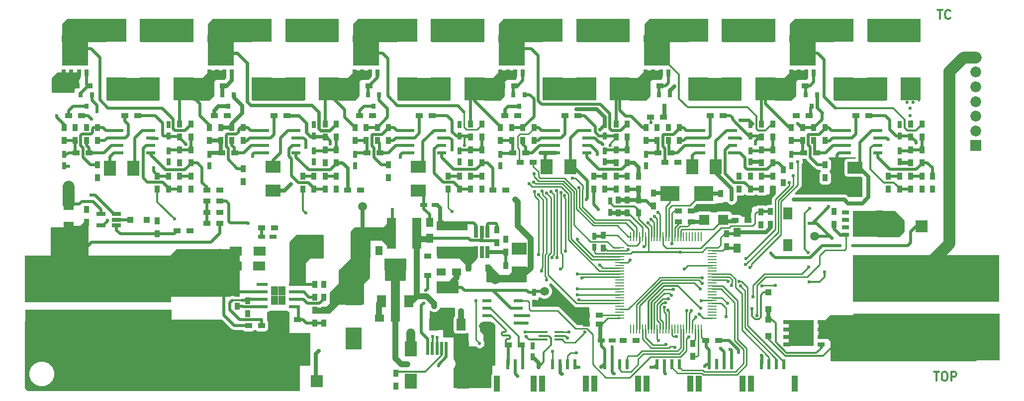
<source format=gtl>
G04 #@! TF.FileFunction,Copper,L1,Top,Signal*
%FSLAX46Y46*%
G04 Gerber Fmt 4.6, Leading zero omitted, Abs format (unit mm)*
G04 Created by KiCad (PCBNEW 4.0.6) date 09/11/17 10:51:36*
%MOMM*%
%LPD*%
G01*
G04 APERTURE LIST*
%ADD10C,0.100000*%
%ADD11C,0.300000*%
%ADD12R,25.000000X8.000000*%
%ADD13C,1.524000*%
%ADD14R,0.280000X1.500000*%
%ADD15R,1.500000X0.280000*%
%ADD16R,0.599440X1.699260*%
%ADD17R,0.998220X2.697480*%
%ADD18R,1.850000X1.850000*%
%ADD19C,1.850000*%
%ADD20R,1.550000X0.600000*%
%ADD21R,2.000000X2.000000*%
%ADD22R,1.200000X0.700000*%
%ADD23R,4.290000X4.500000*%
%ADD24R,1.600000X1.550000*%
%ADD25R,1.200000X1.550000*%
%ADD26R,3.800000X2.000000*%
%ADD27R,1.500000X2.000000*%
%ADD28R,0.900000X1.200000*%
%ADD29R,1.200000X0.900000*%
%ADD30R,0.750000X1.200000*%
%ADD31R,1.300000X1.500000*%
%ADD32R,3.325000X2.500000*%
%ADD33R,0.500000X2.300000*%
%ADD34R,2.000000X2.500000*%
%ADD35R,1.501140X5.300980*%
%ADD36R,1.100000X1.100000*%
%ADD37R,1.200000X0.750000*%
%ADD38R,0.700000X1.200000*%
%ADD39R,4.500000X4.290000*%
%ADD40R,1.550000X1.600000*%
%ADD41R,1.550000X1.200000*%
%ADD42R,0.650000X2.000000*%
%ADD43R,1.910000X0.610000*%
%ADD44R,1.205000X1.550000*%
%ADD45R,3.400000X4.000000*%
%ADD46R,1.750000X1.800000*%
%ADD47R,2.500000X2.000000*%
%ADD48R,1.500000X1.300000*%
%ADD49R,5.300980X1.501140*%
%ADD50R,0.800000X0.900000*%
%ADD51R,1.700000X2.000000*%
%ADD52R,1.560000X0.650000*%
%ADD53R,1.600000X2.000000*%
%ADD54R,2.000000X1.600000*%
%ADD55R,2.700000X3.750000*%
%ADD56R,3.500000X4.000000*%
%ADD57R,1.500000X0.400000*%
%ADD58C,1.500000*%
%ADD59C,0.600000*%
%ADD60C,1.200000*%
%ADD61C,0.270000*%
%ADD62C,0.700000*%
%ADD63C,0.500000*%
%ADD64C,0.600000*%
%ADD65C,1.500000*%
%ADD66C,1.000000*%
%ADD67C,2.000000*%
%ADD68C,0.254000*%
G04 APERTURE END LIST*
D10*
D11*
X221071429Y-32833571D02*
X221928572Y-32833571D01*
X221500001Y-34333571D02*
X221500001Y-32833571D01*
X223285715Y-34190714D02*
X223214286Y-34262143D01*
X223000000Y-34333571D01*
X222857143Y-34333571D01*
X222642858Y-34262143D01*
X222500000Y-34119286D01*
X222428572Y-33976429D01*
X222357143Y-33690714D01*
X222357143Y-33476429D01*
X222428572Y-33190714D01*
X222500000Y-33047857D01*
X222642858Y-32905000D01*
X222857143Y-32833571D01*
X223000000Y-32833571D01*
X223214286Y-32905000D01*
X223285715Y-32976429D01*
X220539714Y-94555571D02*
X221396857Y-94555571D01*
X220968286Y-96055571D02*
X220968286Y-94555571D01*
X222182571Y-94555571D02*
X222468285Y-94555571D01*
X222611143Y-94627000D01*
X222754000Y-94769857D01*
X222825428Y-95055571D01*
X222825428Y-95555571D01*
X222754000Y-95841286D01*
X222611143Y-95984143D01*
X222468285Y-96055571D01*
X222182571Y-96055571D01*
X222039714Y-95984143D01*
X221896857Y-95841286D01*
X221825428Y-95555571D01*
X221825428Y-95055571D01*
X221896857Y-94769857D01*
X222039714Y-94627000D01*
X222182571Y-94555571D01*
X223468286Y-96055571D02*
X223468286Y-94555571D01*
X224039714Y-94555571D01*
X224182572Y-94627000D01*
X224254000Y-94698429D01*
X224325429Y-94841286D01*
X224325429Y-95055571D01*
X224254000Y-95198429D01*
X224182572Y-95269857D01*
X224039714Y-95341286D01*
X223468286Y-95341286D01*
D12*
X78184000Y-78708000D03*
D13*
X67184000Y-80708000D03*
X69184000Y-80708000D03*
X71184000Y-80708000D03*
X73184000Y-80708000D03*
X75184000Y-80708000D03*
X77184000Y-80708000D03*
X79184000Y-80708000D03*
X81184000Y-80708000D03*
X83184000Y-80708000D03*
X85184000Y-80708000D03*
X87184000Y-80708000D03*
X89184000Y-80708000D03*
X89184000Y-76708000D03*
X87184000Y-76708000D03*
X85184000Y-76708000D03*
X83184000Y-76708000D03*
X81184000Y-76708000D03*
X79184000Y-76708000D03*
X77184000Y-76708000D03*
X75184000Y-76708000D03*
X73184000Y-76708000D03*
X71184000Y-76708000D03*
X69184000Y-76708000D03*
X67184000Y-76708000D03*
D14*
X180879000Y-71467000D03*
X180379000Y-71467000D03*
X179879000Y-71467000D03*
X179379000Y-71467000D03*
X178879000Y-71467000D03*
X178379000Y-71467000D03*
X177879000Y-71467000D03*
X177379000Y-71467000D03*
X176879000Y-71467000D03*
X176379000Y-71467000D03*
X175879000Y-71467000D03*
X175379000Y-71467000D03*
X174879000Y-71467000D03*
X174379000Y-71467000D03*
X173879000Y-71467000D03*
X173379000Y-71467000D03*
X172879000Y-71467000D03*
X172379000Y-71467000D03*
X171879000Y-71467000D03*
X171379000Y-71467000D03*
X170879000Y-71467000D03*
X170379000Y-71467000D03*
X169879000Y-71467000D03*
X169379000Y-71467000D03*
X168879000Y-71467000D03*
D15*
X166979000Y-73367000D03*
X166979000Y-73867000D03*
X166979000Y-74367000D03*
X166979000Y-74867000D03*
X166979000Y-75367000D03*
X166979000Y-75867000D03*
X166979000Y-76367000D03*
X166979000Y-76867000D03*
X166979000Y-77367000D03*
X166979000Y-77867000D03*
X166979000Y-78367000D03*
X166979000Y-78867000D03*
X166979000Y-79367000D03*
X166979000Y-79867000D03*
X166979000Y-80367000D03*
X166979000Y-80867000D03*
X166979000Y-81367000D03*
X166979000Y-81867000D03*
X166979000Y-82367000D03*
X166979000Y-82867000D03*
X166979000Y-83367000D03*
X166979000Y-83867000D03*
X166979000Y-84367000D03*
X166979000Y-84867000D03*
X166979000Y-85367000D03*
D14*
X168879000Y-87267000D03*
X169379000Y-87267000D03*
X169879000Y-87267000D03*
X170379000Y-87267000D03*
X170879000Y-87267000D03*
X171379000Y-87267000D03*
X171879000Y-87267000D03*
X172379000Y-87267000D03*
X172879000Y-87267000D03*
X173379000Y-87267000D03*
X173879000Y-87267000D03*
X174379000Y-87267000D03*
X174879000Y-87267000D03*
X175379000Y-87267000D03*
X175879000Y-87267000D03*
X176379000Y-87267000D03*
X176879000Y-87267000D03*
X177379000Y-87267000D03*
X177879000Y-87267000D03*
X178379000Y-87267000D03*
X178879000Y-87267000D03*
X179379000Y-87267000D03*
X179879000Y-87267000D03*
X180379000Y-87267000D03*
X180879000Y-87267000D03*
D15*
X182779000Y-85367000D03*
X182779000Y-84867000D03*
X182779000Y-84367000D03*
X182779000Y-83867000D03*
X182779000Y-83367000D03*
X182779000Y-82867000D03*
X182779000Y-82367000D03*
X182779000Y-81867000D03*
X182779000Y-81367000D03*
X182779000Y-80867000D03*
X182779000Y-80367000D03*
X182779000Y-79867000D03*
X182779000Y-79367000D03*
X182779000Y-78867000D03*
X182779000Y-78367000D03*
X182779000Y-77867000D03*
X182779000Y-77367000D03*
X182779000Y-76867000D03*
X182779000Y-76367000D03*
X182779000Y-75867000D03*
X182779000Y-75367000D03*
X182779000Y-74867000D03*
X182779000Y-74367000D03*
X182779000Y-73867000D03*
X182779000Y-73367000D03*
D16*
X147975320Y-93240860D03*
X149225000Y-93240860D03*
X150474680Y-93240860D03*
D17*
X146126200Y-96540320D03*
X152323800Y-96540320D03*
D16*
X155605480Y-93240860D03*
X156855160Y-93240860D03*
X158104840Y-93240860D03*
X159354520Y-93240860D03*
D17*
X153756360Y-96540320D03*
X161203640Y-96540320D03*
D16*
X164495480Y-93240860D03*
X165745160Y-93240860D03*
X166994840Y-93240860D03*
X168244520Y-93240860D03*
D17*
X162646360Y-96540320D03*
X170093640Y-96540320D03*
D16*
X173385480Y-93240860D03*
X174635160Y-93240860D03*
X175884840Y-93240860D03*
X177134520Y-93240860D03*
D17*
X171536360Y-96540320D03*
X178983640Y-96540320D03*
D16*
X182275480Y-93240860D03*
X183525160Y-93240860D03*
X184774840Y-93240860D03*
X186024520Y-93240860D03*
D17*
X180426360Y-96540320D03*
X187873640Y-96540320D03*
D16*
X191165480Y-93240860D03*
X192415160Y-93240860D03*
X193664840Y-93240860D03*
X194914520Y-93240860D03*
D17*
X189316360Y-96540320D03*
X196763640Y-96540320D03*
D18*
X227584000Y-55927000D03*
D19*
X227584000Y-53427000D03*
X227584000Y-50927000D03*
X227584000Y-48427000D03*
X227584000Y-45927000D03*
X227584000Y-43427000D03*
X227584000Y-40927000D03*
D20*
X149766000Y-86233000D03*
X149766000Y-84963000D03*
X149766000Y-83693000D03*
X149766000Y-82423000D03*
X144366000Y-82423000D03*
X144366000Y-83693000D03*
X144366000Y-84963000D03*
X144366000Y-86233000D03*
D12*
X219187000Y-78645000D03*
D13*
X210187000Y-80645000D03*
X212187000Y-80645000D03*
X214187000Y-80645000D03*
X216187000Y-80645000D03*
X218187000Y-80645000D03*
X220187000Y-80645000D03*
X222187000Y-80645000D03*
X224187000Y-80645000D03*
X226187000Y-80645000D03*
X226187000Y-76645000D03*
X224187000Y-76645000D03*
X222187000Y-76645000D03*
X220187000Y-76645000D03*
X218187000Y-76645000D03*
X216187000Y-76645000D03*
X214187000Y-76645000D03*
X212187000Y-76645000D03*
X210187000Y-76645000D03*
D12*
X78232000Y-87884000D03*
D13*
X67232000Y-89884000D03*
X69232000Y-89884000D03*
X71232000Y-89884000D03*
X73232000Y-89884000D03*
X75232000Y-89884000D03*
X77232000Y-89884000D03*
X79232000Y-89884000D03*
X81232000Y-89884000D03*
X83232000Y-89884000D03*
X85232000Y-89884000D03*
X87232000Y-89884000D03*
X89232000Y-89884000D03*
X89232000Y-85884000D03*
X87232000Y-85884000D03*
X85232000Y-85884000D03*
X83232000Y-85884000D03*
X81232000Y-85884000D03*
X79232000Y-85884000D03*
X77232000Y-85884000D03*
X75232000Y-85884000D03*
X73232000Y-85884000D03*
X71232000Y-85884000D03*
X69232000Y-85884000D03*
X67232000Y-85884000D03*
D21*
X214408000Y-69723000D03*
X218408000Y-69723000D03*
D12*
X219235000Y-88614000D03*
D13*
X209235000Y-90614000D03*
X211235000Y-90614000D03*
X213235000Y-90614000D03*
X215235000Y-90614000D03*
X217235000Y-90614000D03*
X219235000Y-90614000D03*
X221235000Y-90614000D03*
X223235000Y-90614000D03*
X225235000Y-90614000D03*
X227235000Y-90614000D03*
X229235000Y-90614000D03*
X209235000Y-86614000D03*
X211235000Y-86614000D03*
X213235000Y-86614000D03*
X215235000Y-86614000D03*
X217235000Y-86614000D03*
X219235000Y-86614000D03*
X221235000Y-86614000D03*
X223235000Y-86614000D03*
X225235000Y-86614000D03*
X227235000Y-86614000D03*
X229235000Y-86614000D03*
D22*
X201266000Y-89847000D03*
X201266000Y-88577000D03*
X201266000Y-87297000D03*
X201266000Y-86027000D03*
X195466000Y-86027000D03*
X195466000Y-87297000D03*
X195466000Y-88577000D03*
X195466000Y-89847000D03*
D23*
X197866000Y-87937000D03*
D24*
X197116000Y-89027000D03*
X197116000Y-86847000D03*
D25*
X199116000Y-89027000D03*
X199116000Y-86847000D03*
D21*
X115411000Y-96139000D03*
X111411000Y-96139000D03*
D26*
X137668000Y-80162000D03*
D27*
X139968000Y-86462000D03*
X135368000Y-86462000D03*
D28*
X203454000Y-69342000D03*
X203454000Y-67142000D03*
D29*
X181653000Y-89154000D03*
X183853000Y-89154000D03*
X106045000Y-69977000D03*
X108245000Y-69977000D03*
D28*
X166751000Y-65194000D03*
X166751000Y-67394000D03*
D30*
X162687000Y-73279000D03*
X162687000Y-71379000D03*
D29*
X179197000Y-67056000D03*
X176997000Y-67056000D03*
X176868000Y-58801000D03*
X174668000Y-58801000D03*
D28*
X191135000Y-54440000D03*
X191135000Y-52240000D03*
D31*
X186944000Y-70739000D03*
X186944000Y-73439000D03*
D29*
X122725000Y-50800000D03*
X124925000Y-50800000D03*
D20*
X106520000Y-53340000D03*
X106520000Y-54610000D03*
X106520000Y-55880000D03*
X106520000Y-57150000D03*
X111920000Y-57150000D03*
X111920000Y-55880000D03*
X111920000Y-54610000D03*
X111920000Y-53340000D03*
D32*
X181347500Y-64135000D03*
X175522500Y-64135000D03*
D33*
X134290000Y-90545000D03*
X135090000Y-90545000D03*
X135890000Y-90545000D03*
X136690000Y-90545000D03*
X137490000Y-90545000D03*
D34*
X131440000Y-90645000D03*
X131440000Y-96145000D03*
X140340000Y-90645000D03*
X140340000Y-96145000D03*
D35*
X128143000Y-70866000D03*
X132461000Y-70866000D03*
D36*
X192278000Y-85598000D03*
X192278000Y-88398000D03*
D37*
X133670000Y-66040000D03*
X135570000Y-66040000D03*
D38*
X72385000Y-43540000D03*
X73655000Y-43540000D03*
X74935000Y-43540000D03*
X76205000Y-43540000D03*
X76205000Y-37740000D03*
X74935000Y-37740000D03*
X73655000Y-37740000D03*
X72385000Y-37740000D03*
D39*
X74295000Y-40140000D03*
D40*
X73205000Y-39390000D03*
X75385000Y-39390000D03*
D41*
X73205000Y-41390000D03*
X75385000Y-41390000D03*
D30*
X90170000Y-54290000D03*
X90170000Y-52390000D03*
D29*
X176997000Y-68961000D03*
X179197000Y-68961000D03*
D42*
X142560000Y-74100000D03*
X143510000Y-74100000D03*
X144460000Y-74100000D03*
X144460000Y-70680000D03*
X143510000Y-70680000D03*
X142560000Y-70680000D03*
D43*
X106091500Y-79616000D03*
X106091500Y-80886000D03*
X106091500Y-82156000D03*
X106091500Y-83426000D03*
X111651500Y-83426000D03*
X111651500Y-82156000D03*
X111651500Y-80886000D03*
X111651500Y-79616000D03*
D44*
X109474000Y-82296000D03*
X109474000Y-80746000D03*
X108269000Y-82296000D03*
X108269000Y-80746000D03*
D28*
X103632000Y-84582000D03*
X103632000Y-82382000D03*
X101854000Y-83312000D03*
X101854000Y-81112000D03*
D45*
X106045000Y-36275000D03*
X106045000Y-46275000D03*
X86995000Y-46275000D03*
X86995000Y-36275000D03*
D28*
X212725000Y-63330000D03*
X212725000Y-61130000D03*
X72390000Y-55075000D03*
X72390000Y-52875000D03*
D46*
X184632000Y-68580000D03*
X181382000Y-68580000D03*
D30*
X72390000Y-57470000D03*
X72390000Y-59370000D03*
X97155000Y-57470000D03*
X97155000Y-59370000D03*
X114935000Y-54290000D03*
X114935000Y-52390000D03*
X121920000Y-57470000D03*
X121920000Y-59370000D03*
X139700000Y-54290000D03*
X139700000Y-52390000D03*
X146685000Y-57470000D03*
X146685000Y-59370000D03*
X164465000Y-54290000D03*
X164465000Y-52390000D03*
X171450000Y-57470000D03*
X171450000Y-59370000D03*
X189230000Y-54290000D03*
X189230000Y-52390000D03*
X196215000Y-57470000D03*
X196215000Y-59370000D03*
X214630000Y-54290000D03*
X214630000Y-52390000D03*
X90170000Y-56835000D03*
X90170000Y-58735000D03*
X114935000Y-56835000D03*
X114935000Y-58735000D03*
X139700000Y-56835000D03*
X139700000Y-58735000D03*
X164465000Y-56835000D03*
X164465000Y-58735000D03*
X189230000Y-56835000D03*
X189230000Y-58735000D03*
X214630000Y-56835000D03*
X214630000Y-58735000D03*
D34*
X84201000Y-59817000D03*
X80201000Y-59817000D03*
D47*
X107950000Y-59595000D03*
X107950000Y-63595000D03*
X132715000Y-59595000D03*
X132715000Y-63595000D03*
D34*
X158591000Y-59563000D03*
X154591000Y-59563000D03*
X183356000Y-59563000D03*
X179356000Y-59563000D03*
D47*
X207010000Y-59690000D03*
X207010000Y-63690000D03*
D31*
X125984000Y-71167000D03*
X125984000Y-73867000D03*
X134620000Y-71708000D03*
X134620000Y-69008000D03*
D47*
X149860000Y-77565000D03*
X149860000Y-73565000D03*
D28*
X184150000Y-66294000D03*
X184150000Y-64094000D03*
X172720000Y-66251000D03*
X172720000Y-64051000D03*
X191008000Y-69426000D03*
X191008000Y-67226000D03*
X179451000Y-91862000D03*
X179451000Y-89662000D03*
D29*
X169756000Y-89154000D03*
X167556000Y-89154000D03*
X161333000Y-84836000D03*
X163533000Y-84836000D03*
D48*
X128778000Y-85344000D03*
X126078000Y-85344000D03*
X139272000Y-77470000D03*
X136572000Y-77470000D03*
D28*
X170180000Y-67437000D03*
X170180000Y-65237000D03*
X185166000Y-70993000D03*
X185166000Y-73193000D03*
D29*
X163533000Y-86360000D03*
X161333000Y-86360000D03*
D28*
X164211000Y-73406000D03*
X164211000Y-71206000D03*
X168275000Y-65237000D03*
X168275000Y-67437000D03*
D29*
X188849000Y-68707000D03*
X186649000Y-68707000D03*
D28*
X144525000Y-76835000D03*
X141225000Y-76835000D03*
D36*
X192278000Y-83820000D03*
X192278000Y-81020000D03*
X86490000Y-68580000D03*
X83690000Y-68580000D03*
D49*
X138430000Y-69596000D03*
X138430000Y-73914000D03*
D30*
X165354000Y-65410000D03*
X165354000Y-67310000D03*
D50*
X77150000Y-47260000D03*
X75250000Y-47260000D03*
X76200000Y-49260000D03*
X101280000Y-47260000D03*
X99380000Y-47260000D03*
X100330000Y-49260000D03*
X126045000Y-47260000D03*
X124145000Y-47260000D03*
X125095000Y-49260000D03*
X150810000Y-47260000D03*
X148910000Y-47260000D03*
X149860000Y-49260000D03*
X175575000Y-47260000D03*
X173675000Y-47260000D03*
X174625000Y-49260000D03*
X200594000Y-47260000D03*
X198694000Y-47260000D03*
X199644000Y-49260000D03*
D38*
X97150000Y-43540000D03*
X98420000Y-43540000D03*
X99700000Y-43540000D03*
X100970000Y-43540000D03*
X100970000Y-37740000D03*
X99700000Y-37740000D03*
X98420000Y-37740000D03*
X97150000Y-37740000D03*
D39*
X99060000Y-40140000D03*
D40*
X97970000Y-39390000D03*
X100150000Y-39390000D03*
D41*
X97970000Y-41390000D03*
X100150000Y-41390000D03*
D38*
X121915000Y-43540000D03*
X123185000Y-43540000D03*
X124465000Y-43540000D03*
X125735000Y-43540000D03*
X125735000Y-37740000D03*
X124465000Y-37740000D03*
X123185000Y-37740000D03*
X121915000Y-37740000D03*
D39*
X123825000Y-40140000D03*
D40*
X122735000Y-39390000D03*
X124915000Y-39390000D03*
D41*
X122735000Y-41390000D03*
X124915000Y-41390000D03*
D38*
X146680000Y-43540000D03*
X147950000Y-43540000D03*
X149230000Y-43540000D03*
X150500000Y-43540000D03*
X150500000Y-37740000D03*
X149230000Y-37740000D03*
X147950000Y-37740000D03*
X146680000Y-37740000D03*
D39*
X148590000Y-40140000D03*
D40*
X147500000Y-39390000D03*
X149680000Y-39390000D03*
D41*
X147500000Y-41390000D03*
X149680000Y-41390000D03*
D38*
X171445000Y-43540000D03*
X172715000Y-43540000D03*
X173995000Y-43540000D03*
X175265000Y-43540000D03*
X175265000Y-37740000D03*
X173995000Y-37740000D03*
X172715000Y-37740000D03*
X171445000Y-37740000D03*
D39*
X173355000Y-40140000D03*
D40*
X172265000Y-39390000D03*
X174445000Y-39390000D03*
D41*
X172265000Y-41390000D03*
X174445000Y-41390000D03*
D38*
X196210000Y-43540000D03*
X197480000Y-43540000D03*
X198760000Y-43540000D03*
X200030000Y-43540000D03*
X200030000Y-37740000D03*
X198760000Y-37740000D03*
X197480000Y-37740000D03*
X196210000Y-37740000D03*
D39*
X198120000Y-40140000D03*
D40*
X197030000Y-39390000D03*
X199210000Y-39390000D03*
D41*
X197030000Y-41390000D03*
X199210000Y-41390000D03*
D29*
X73195000Y-50800000D03*
X75395000Y-50800000D03*
X97960000Y-50800000D03*
X100160000Y-50800000D03*
X147447000Y-50800000D03*
X149647000Y-50800000D03*
X174455000Y-51054000D03*
X172255000Y-51054000D03*
X199220000Y-50800000D03*
X197020000Y-50800000D03*
X74465000Y-45720000D03*
X76665000Y-45720000D03*
X97325000Y-45720000D03*
X99525000Y-45720000D03*
X122090000Y-45720000D03*
X124290000Y-45720000D03*
X146898000Y-45720000D03*
X149098000Y-45720000D03*
X171620000Y-45720000D03*
X173820000Y-45720000D03*
X196385000Y-45720000D03*
X198585000Y-45720000D03*
D45*
X81280000Y-36275000D03*
X81280000Y-46275000D03*
X130810000Y-36275000D03*
X130810000Y-46275000D03*
X155575000Y-36275000D03*
X155575000Y-46275000D03*
X180340000Y-36275000D03*
X180340000Y-46275000D03*
X205105000Y-36275000D03*
X205105000Y-46275000D03*
X111760000Y-46275000D03*
X111760000Y-36275000D03*
X136525000Y-46275000D03*
X136525000Y-36275000D03*
X161290000Y-46275000D03*
X161290000Y-36275000D03*
X186055000Y-46275000D03*
X186055000Y-36275000D03*
X210820000Y-46275000D03*
X210820000Y-36275000D03*
X92710000Y-36275000D03*
X92710000Y-46275000D03*
X117475000Y-36275000D03*
X117475000Y-46275000D03*
X142240000Y-36275000D03*
X142240000Y-46275000D03*
X167005000Y-36275000D03*
X167005000Y-46275000D03*
X191770000Y-36275000D03*
X191770000Y-46275000D03*
D28*
X166370000Y-54440000D03*
X166370000Y-52240000D03*
X216535000Y-54440000D03*
X216535000Y-52240000D03*
X92075000Y-54440000D03*
X92075000Y-52240000D03*
X97155000Y-55075000D03*
X97155000Y-52875000D03*
X116840000Y-54440000D03*
X116840000Y-52240000D03*
X121920000Y-55075000D03*
X121920000Y-52875000D03*
X141605000Y-54440000D03*
X141605000Y-52240000D03*
X146685000Y-55075000D03*
X146685000Y-52875000D03*
X171450000Y-55075000D03*
X171450000Y-52875000D03*
X196215000Y-55075000D03*
X196215000Y-52875000D03*
X74295000Y-55075000D03*
X74295000Y-52875000D03*
X93980000Y-61130000D03*
X93980000Y-63330000D03*
X99060000Y-55075000D03*
X99060000Y-52875000D03*
X118745000Y-61130000D03*
X118745000Y-63330000D03*
X123825000Y-55075000D03*
X123825000Y-52875000D03*
X143510000Y-61130000D03*
X143510000Y-63330000D03*
X148590000Y-55075000D03*
X148590000Y-52875000D03*
X168275000Y-61130000D03*
X168275000Y-63330000D03*
X173355000Y-55075000D03*
X173355000Y-52875000D03*
X193040000Y-61130000D03*
X193040000Y-63330000D03*
X198120000Y-55075000D03*
X198120000Y-52875000D03*
X218440000Y-61130000D03*
X218440000Y-63330000D03*
X76200000Y-52875000D03*
X76200000Y-55075000D03*
D29*
X76665000Y-57150000D03*
X74465000Y-57150000D03*
X82720000Y-50800000D03*
X84920000Y-50800000D03*
D28*
X100965000Y-52875000D03*
X100965000Y-55075000D03*
D29*
X101430000Y-57150000D03*
X99230000Y-57150000D03*
X108120000Y-50800000D03*
X110320000Y-50800000D03*
D28*
X125730000Y-52875000D03*
X125730000Y-55075000D03*
D29*
X126195000Y-57150000D03*
X123995000Y-57150000D03*
X132885000Y-50800000D03*
X135085000Y-50800000D03*
D28*
X150495000Y-52875000D03*
X150495000Y-55075000D03*
D29*
X150960000Y-57150000D03*
X148760000Y-57150000D03*
X157650000Y-50800000D03*
X159850000Y-50800000D03*
D28*
X175260000Y-52875000D03*
X175260000Y-55075000D03*
D29*
X175725000Y-57150000D03*
X173525000Y-57150000D03*
X182415000Y-50800000D03*
X184615000Y-50800000D03*
D28*
X200025000Y-52875000D03*
X200025000Y-55075000D03*
D29*
X200490000Y-57150000D03*
X198290000Y-57150000D03*
X207180000Y-50800000D03*
X209380000Y-50800000D03*
D28*
X78105000Y-52875000D03*
X78105000Y-55075000D03*
X102870000Y-52875000D03*
X102870000Y-55075000D03*
X127635000Y-52875000D03*
X127635000Y-55075000D03*
X152400000Y-52875000D03*
X152400000Y-55075000D03*
X177165000Y-52875000D03*
X177165000Y-55075000D03*
X201930000Y-52875000D03*
X201930000Y-55075000D03*
X93980000Y-54440000D03*
X93980000Y-52240000D03*
X118745000Y-54440000D03*
X118745000Y-52240000D03*
X143510000Y-54440000D03*
X143510000Y-52240000D03*
X168275000Y-54440000D03*
X168275000Y-52240000D03*
X193040000Y-54440000D03*
X193040000Y-52240000D03*
X218440000Y-54440000D03*
X218440000Y-52240000D03*
X92075000Y-56685000D03*
X92075000Y-58885000D03*
X116840000Y-56685000D03*
X116840000Y-58885000D03*
X141605000Y-56685000D03*
X141605000Y-58885000D03*
X166370000Y-56685000D03*
X166370000Y-58885000D03*
X191135000Y-56685000D03*
X191135000Y-58885000D03*
X216535000Y-56685000D03*
X216535000Y-58885000D03*
X93980000Y-58885000D03*
X93980000Y-56685000D03*
X92075000Y-63330000D03*
X92075000Y-61130000D03*
X118745000Y-58885000D03*
X118745000Y-56685000D03*
X116840000Y-63330000D03*
X116840000Y-61130000D03*
X143510000Y-58885000D03*
X143510000Y-56685000D03*
X141605000Y-63330000D03*
X141605000Y-61130000D03*
X168275000Y-58885000D03*
X168275000Y-56685000D03*
X166370000Y-63330000D03*
X166370000Y-61130000D03*
X193040000Y-58885000D03*
X193040000Y-56685000D03*
X191135000Y-63330000D03*
X191135000Y-61130000D03*
X218440000Y-58885000D03*
X218440000Y-56685000D03*
X216535000Y-63330000D03*
X216535000Y-61130000D03*
D29*
X96690000Y-63500000D03*
X98890000Y-63500000D03*
X120650000Y-63500000D03*
X122850000Y-63500000D03*
X145415000Y-63500000D03*
X147615000Y-63500000D03*
D28*
X170180000Y-61130000D03*
X170180000Y-63330000D03*
X194818000Y-60030000D03*
X194818000Y-62230000D03*
X220218000Y-61130000D03*
X220218000Y-63330000D03*
X90170000Y-61130000D03*
X90170000Y-63330000D03*
X114935000Y-61130000D03*
X114935000Y-63330000D03*
X139700000Y-61130000D03*
X139700000Y-63330000D03*
X164465000Y-61130000D03*
X164465000Y-63330000D03*
X189230000Y-61130000D03*
X189230000Y-63330000D03*
X214630000Y-61130000D03*
X214630000Y-63330000D03*
X146050000Y-70274000D03*
X146050000Y-72474000D03*
X147574000Y-76370000D03*
X147574000Y-78570000D03*
X147574000Y-71925000D03*
X147574000Y-74125000D03*
X162560000Y-61130000D03*
X162560000Y-63330000D03*
X137795000Y-61130000D03*
X137795000Y-63330000D03*
X113030000Y-61130000D03*
X113030000Y-63330000D03*
X88265000Y-61130000D03*
X88265000Y-63330000D03*
X127635000Y-59225000D03*
X127635000Y-61425000D03*
X102870000Y-59860000D03*
X102870000Y-62060000D03*
X78105000Y-59225000D03*
X78105000Y-61425000D03*
X201930000Y-61425000D03*
X201930000Y-59225000D03*
D29*
X152273000Y-58801000D03*
X150073000Y-58801000D03*
D28*
X187325000Y-63330000D03*
X187325000Y-61130000D03*
D29*
X147998000Y-89916000D03*
X150198000Y-89916000D03*
D28*
X128905000Y-96985000D03*
X128905000Y-94785000D03*
D29*
X96690000Y-65405000D03*
X98890000Y-65405000D03*
X98890000Y-69215000D03*
X96690000Y-69215000D03*
X96690000Y-67310000D03*
X98890000Y-67310000D03*
D28*
X76200000Y-69045000D03*
X76200000Y-66845000D03*
D51*
X73152000Y-69945000D03*
X73152000Y-65945000D03*
D29*
X93810000Y-70485000D03*
X91610000Y-70485000D03*
D28*
X88265000Y-68750000D03*
X88265000Y-70950000D03*
D20*
X81755000Y-53340000D03*
X81755000Y-54610000D03*
X81755000Y-55880000D03*
X81755000Y-57150000D03*
X87155000Y-57150000D03*
X87155000Y-55880000D03*
X87155000Y-54610000D03*
X87155000Y-53340000D03*
X131285000Y-53340000D03*
X131285000Y-54610000D03*
X131285000Y-55880000D03*
X131285000Y-57150000D03*
X136685000Y-57150000D03*
X136685000Y-55880000D03*
X136685000Y-54610000D03*
X136685000Y-53340000D03*
X156050000Y-53340000D03*
X156050000Y-54610000D03*
X156050000Y-55880000D03*
X156050000Y-57150000D03*
X161450000Y-57150000D03*
X161450000Y-55880000D03*
X161450000Y-54610000D03*
X161450000Y-53340000D03*
X180815000Y-53340000D03*
X180815000Y-54610000D03*
X180815000Y-55880000D03*
X180815000Y-57150000D03*
X186215000Y-57150000D03*
X186215000Y-55880000D03*
X186215000Y-54610000D03*
X186215000Y-53340000D03*
X205580000Y-53340000D03*
X205580000Y-54610000D03*
X205580000Y-55880000D03*
X205580000Y-57150000D03*
X210980000Y-57150000D03*
X210980000Y-55880000D03*
X210980000Y-54610000D03*
X210980000Y-53340000D03*
D26*
X128778000Y-76225000D03*
D27*
X128778000Y-82525000D03*
X131078000Y-82525000D03*
X126478000Y-82525000D03*
D52*
X81360000Y-69530000D03*
X81360000Y-68580000D03*
X81360000Y-67630000D03*
X78660000Y-67630000D03*
X78660000Y-69530000D03*
D29*
X134315200Y-74778600D03*
X134315200Y-78078600D03*
D30*
X152400000Y-82865000D03*
X152400000Y-80965000D03*
D22*
X205400000Y-67358000D03*
X205400000Y-68628000D03*
X205400000Y-69908000D03*
X205400000Y-71178000D03*
X211200000Y-71178000D03*
X211200000Y-69908000D03*
X211200000Y-68628000D03*
X211200000Y-67358000D03*
D23*
X208800000Y-69268000D03*
D24*
X209550000Y-68178000D03*
X209550000Y-70358000D03*
D25*
X207550000Y-68178000D03*
X207550000Y-70358000D03*
D37*
X107950000Y-71501000D03*
X106050000Y-71501000D03*
D28*
X192659000Y-69383000D03*
X192659000Y-67183000D03*
D53*
X195580000Y-67531000D03*
X195580000Y-72931000D03*
D54*
X101664000Y-73914000D03*
X105664000Y-73914000D03*
X101632000Y-76454000D03*
X105632000Y-76454000D03*
D28*
X115062000Y-79588000D03*
X115062000Y-81788000D03*
X116586000Y-79588000D03*
X116586000Y-81788000D03*
D55*
X121666000Y-81315000D03*
X121666000Y-88865000D03*
D28*
X116586000Y-86190000D03*
X116586000Y-83990000D03*
D56*
X114872000Y-73152000D03*
X122872000Y-73152000D03*
D29*
X106002000Y-86614000D03*
X103802000Y-86614000D03*
X112098000Y-85598000D03*
X109898000Y-85598000D03*
D28*
X115062000Y-83990000D03*
X115062000Y-86190000D03*
D57*
X156651000Y-89042000D03*
X156651000Y-88392000D03*
X156651000Y-87742000D03*
X153991000Y-87742000D03*
X153991000Y-88392000D03*
X153991000Y-89042000D03*
D30*
X152146000Y-92009000D03*
X152146000Y-90109000D03*
D37*
X163860400Y-89204800D03*
X165760400Y-89204800D03*
D58*
X145796000Y-78867000D03*
X98933000Y-74295000D03*
X154178000Y-80772000D03*
X200152000Y-71374000D03*
X123190000Y-66294000D03*
D45*
X216535000Y-36275000D03*
X216535000Y-46275000D03*
D59*
X216979500Y-48577500D03*
X215900000Y-48577500D03*
X216471500Y-49530000D03*
X216471500Y-49530000D03*
X216471500Y-50800000D03*
X136144000Y-93471994D03*
X143256000Y-86741000D03*
X165735000Y-90297000D03*
X167556000Y-89154000D03*
X176276000Y-45847000D03*
X73152012Y-59436000D03*
X80645000Y-60452000D03*
X129667000Y-57912000D03*
X104521001Y-57784999D03*
X120904000Y-87376000D03*
X122428000Y-87376000D03*
X187198000Y-91186000D03*
X197612000Y-63754000D03*
X165760400Y-89204800D03*
X152146000Y-90109000D03*
X174815500Y-94869000D03*
X183515000Y-92583000D03*
X197104000Y-89535000D03*
X199009000Y-86995000D03*
X199009000Y-88646000D03*
X220218000Y-63330000D03*
X203708000Y-63246000D03*
X189611000Y-52197000D03*
X187452000Y-51587000D03*
X163576000Y-53213006D03*
X159639000Y-49695010D03*
X116713000Y-58674000D03*
X111011000Y-62484000D03*
X166052500Y-94869000D03*
X157162500Y-94868990D03*
X170180000Y-63330000D03*
X197104000Y-87757000D03*
X197104000Y-86995000D03*
X197104000Y-88646000D03*
X199009000Y-87757000D03*
X199009000Y-89598500D03*
X203454000Y-67142000D03*
X197294500Y-52197000D03*
X168402000Y-73660000D03*
X171132500Y-73152000D03*
X131440000Y-87895000D03*
X193040000Y-63330000D03*
X194691000Y-62230000D03*
X177990500Y-76962000D03*
X122428000Y-88392000D03*
X195326000Y-89852500D03*
X195326000Y-87312500D03*
X195326000Y-88582500D03*
X140340000Y-96145000D03*
X111411000Y-96139000D03*
X158115000Y-88806000D03*
X151511000Y-84963000D03*
X179451000Y-92202000D03*
X205400000Y-69908000D03*
X205400000Y-68628000D03*
X205400000Y-67358000D03*
X107950000Y-71501000D03*
X191008000Y-69426000D03*
X195580000Y-72931000D03*
X161333000Y-86360000D03*
X161333000Y-84836000D03*
X153543000Y-57150000D03*
X188849000Y-68834000D03*
X185166000Y-73193000D03*
X176997000Y-68961000D03*
X179197000Y-67183000D03*
X168275000Y-63330000D03*
X146685000Y-59370000D03*
X147615000Y-63500000D03*
X143510000Y-63330000D03*
X179356000Y-59563000D03*
X125984000Y-73867000D03*
X116586000Y-79588000D03*
X126078000Y-85344000D03*
X214630000Y-52390000D03*
X218440000Y-63330000D03*
X214630000Y-58735000D03*
X207010000Y-63690000D03*
X204470000Y-58547000D03*
X196215000Y-59370000D03*
X191135000Y-58885000D03*
X175260000Y-52875000D03*
X171450000Y-59370000D03*
X173355000Y-52875000D03*
X166370000Y-58885000D03*
X152400000Y-49530000D03*
X139700000Y-58735000D03*
X141605000Y-58885000D03*
X132715000Y-63595000D03*
X120904000Y-88392000D03*
X128905000Y-96985000D03*
X131440000Y-96145000D03*
X135368000Y-86462000D03*
X107950000Y-63595000D03*
X127492000Y-49657000D03*
X122850000Y-63500000D03*
X109898000Y-85598000D03*
X103632000Y-84582000D03*
X106091500Y-79616000D03*
X105632000Y-76454000D03*
X105664000Y-73914000D03*
X98890000Y-67310000D03*
X102743000Y-49784000D03*
X114935000Y-58735000D03*
X114935000Y-52197000D03*
X121920000Y-59370000D03*
X118745000Y-63330000D03*
X86490000Y-68580000D03*
X88265000Y-68750000D03*
X97155000Y-59370000D03*
X74295000Y-52875000D03*
X76200000Y-52875000D03*
X90170000Y-52390000D03*
X90170000Y-58735000D03*
X92075000Y-58885000D03*
X93980000Y-63330000D03*
X98890000Y-63500000D03*
X131440000Y-96145000D03*
X152400000Y-82931000D03*
X136572000Y-77470000D03*
X149606000Y-95250000D03*
X149860000Y-73565000D03*
X143510000Y-74100000D03*
X147574000Y-71925000D03*
X201422000Y-50292000D03*
X216535000Y-52240000D03*
X77978000Y-50165000D03*
X93980000Y-60959984D03*
X93195011Y-55713786D03*
X117729000Y-55626008D03*
X116840000Y-61130000D03*
X140589000Y-55880000D03*
X141605000Y-61130000D03*
X165354000Y-55880000D03*
X166370000Y-61130000D03*
X190119000Y-55626000D03*
X191135000Y-61130000D03*
X217424000Y-55499000D03*
X216535000Y-61130000D03*
X196596000Y-65151000D03*
X149225000Y-65151000D03*
X161290000Y-65151000D03*
X186055000Y-65151000D03*
X84201000Y-59944000D03*
X132715000Y-59595000D03*
X107950000Y-59595000D03*
X79756000Y-68707000D03*
X135382000Y-83312000D03*
X139954000Y-84201000D03*
X169756000Y-89154000D03*
X202565000Y-66294000D03*
X203136500Y-71748500D03*
X199263000Y-69175000D03*
X177355500Y-74104500D03*
X175895000Y-72644000D03*
X192659000Y-69383000D03*
X153162000Y-93726000D03*
X160020000Y-93726000D03*
X163830000Y-93726000D03*
X172339000Y-93726000D03*
X181483004Y-93599000D03*
X130810000Y-93218000D03*
X150876000Y-87741990D03*
X135128000Y-88519000D03*
X151066493Y-88554487D03*
X135917117Y-88650519D03*
D60*
X71120000Y-45719958D03*
X73152000Y-62945000D03*
D59*
X71120000Y-50800000D03*
D60*
X92710000Y-46275000D03*
X117475000Y-46275000D03*
X142176500Y-46211500D03*
X167005000Y-46275000D03*
X191770000Y-46275000D03*
D59*
X153237970Y-74540928D03*
X159790000Y-80367000D03*
X152526996Y-63754000D03*
X77089000Y-51435000D03*
X153707981Y-77356294D03*
X159806000Y-81367000D03*
X153230020Y-64320980D03*
X100160000Y-50800000D03*
X160020000Y-82231990D03*
X154547835Y-78878165D03*
X153797012Y-63717035D03*
X124925000Y-50800000D03*
X154524693Y-64049450D03*
X149647000Y-50800000D03*
X174601848Y-83504673D03*
X157734000Y-73914000D03*
X157610919Y-64452698D03*
X172353041Y-52063444D03*
X156250784Y-63625055D03*
X197020000Y-50800000D03*
X175212807Y-84021149D03*
X156336995Y-75056995D03*
X164465000Y-63330000D03*
X163195000Y-57467500D03*
X212725000Y-61130000D03*
X212725000Y-54864000D03*
X187579000Y-54737000D03*
X187325000Y-61130000D03*
X164081551Y-55735052D03*
X164465000Y-61130000D03*
X138430000Y-56642000D03*
X137795000Y-61130000D03*
X113538000Y-56261000D03*
X113030008Y-61087000D03*
X88265000Y-54737010D03*
X87630000Y-59690000D03*
X163385500Y-66802000D03*
X173481996Y-67310000D03*
X172916306Y-68002694D03*
X138430000Y-67183000D03*
X113538000Y-67436996D03*
X172350612Y-68568388D03*
X171798105Y-69146968D03*
X91186000Y-68453000D03*
X152442177Y-60709504D03*
X127635000Y-61425000D03*
X151587043Y-62410067D03*
X102870000Y-62060000D03*
X152366985Y-62142831D03*
X78105000Y-61425000D03*
X158963751Y-61545710D03*
X201930000Y-61425000D03*
X160067890Y-63077741D03*
X176868000Y-58801000D03*
X155448000Y-75057000D03*
X159766000Y-77851000D03*
X155291185Y-63820301D03*
X212725000Y-63330000D03*
X156972010Y-63971228D03*
X156932741Y-77015518D03*
X160527999Y-78502000D03*
X187325000Y-63330000D03*
X168783000Y-75438000D03*
X103759000Y-69215000D03*
X76962000Y-64389000D03*
X76200000Y-66802000D03*
X105918000Y-69977000D03*
X93810000Y-70485000D03*
X159639000Y-91313000D03*
X179953372Y-85230053D03*
X155574996Y-91059000D03*
X180523208Y-84668532D03*
X185801000Y-90678000D03*
X176403000Y-90334979D03*
X184213500Y-90551010D03*
X174879000Y-89826979D03*
X185102500Y-85090000D03*
X178744587Y-88632752D03*
X180848000Y-82422986D03*
X151257000Y-86233000D03*
X133604000Y-82804000D03*
X133985000Y-80645000D03*
X191233214Y-79839246D03*
X193484500Y-79756000D03*
X181038500Y-79438500D03*
X201866500Y-77470000D03*
X199263000Y-79175000D03*
X180721000Y-80391000D03*
X187543930Y-79890487D03*
X186055000Y-79819500D03*
X199326500Y-66675000D03*
X199072500Y-74168000D03*
X181038500Y-78486000D03*
X197294500Y-58674000D03*
X189166500Y-76708000D03*
X175267296Y-82084503D03*
X196561074Y-61039990D03*
X188404500Y-76263500D03*
X175777080Y-81467949D03*
X195897500Y-62230000D03*
X188544198Y-75184000D03*
X176129633Y-80498633D03*
X189674500Y-81724510D03*
X199211487Y-76623487D03*
X174791131Y-82727376D03*
X173609000Y-89153972D03*
X191135000Y-91694000D03*
X187325012Y-79121010D03*
X185444400Y-79075166D03*
X185356500Y-82867500D03*
X206692500Y-73025000D03*
X204533500Y-73025000D03*
X192722500Y-74295000D03*
X128333500Y-66802000D03*
X128016000Y-72898000D03*
X134315200Y-74777600D03*
X192659000Y-67183000D03*
X195580000Y-67531000D03*
X180784500Y-83693000D03*
X189547500Y-83802499D03*
X176612819Y-88518990D03*
X190373000Y-84920000D03*
X163576000Y-76327000D03*
X108245000Y-69977000D03*
X142494000Y-82423000D03*
X115760500Y-90932000D03*
X143129000Y-89662000D03*
X159766000Y-71892694D03*
X158369000Y-87757000D03*
X178434901Y-84073996D03*
X161099500Y-87780019D03*
X179234010Y-84111979D03*
D61*
X177379000Y-71467000D02*
X177379000Y-70447000D01*
X177379000Y-70447000D02*
X177609989Y-70216011D01*
X177609989Y-70216011D02*
X182894989Y-70216011D01*
X182894989Y-70216011D02*
X184277000Y-68834000D01*
X184277000Y-68834000D02*
X184658000Y-68834000D01*
D62*
X184658000Y-68834000D02*
X186690000Y-68834000D01*
D61*
X179197000Y-68961000D02*
X179197000Y-69088000D01*
X179197000Y-69088000D02*
X178538999Y-69746001D01*
X178538999Y-69746001D02*
X177268999Y-69746001D01*
X177268999Y-69746001D02*
X176879000Y-70136000D01*
X176879000Y-70136000D02*
X176879000Y-70771000D01*
X176879000Y-70771000D02*
X176879000Y-71467000D01*
D62*
X179197000Y-68961000D02*
X181001000Y-68961000D01*
X181001000Y-68961000D02*
X181382000Y-68580000D01*
D11*
X179197000Y-68961000D02*
X178816000Y-68961000D01*
D63*
X179324000Y-68834000D02*
X179197000Y-68961000D01*
X72832000Y-57470000D02*
X73152000Y-57150000D01*
X73152000Y-57150000D02*
X74465000Y-57150000D01*
X72390000Y-57470000D02*
X72832000Y-57470000D01*
X74295000Y-55075000D02*
X74295000Y-56980000D01*
X74295000Y-56980000D02*
X74465000Y-57150000D01*
X72390000Y-55075000D02*
X74295000Y-55075000D01*
D64*
X74465000Y-55245000D02*
X74295000Y-55075000D01*
D61*
X166979000Y-73867000D02*
X164926000Y-73867000D01*
X164926000Y-73867000D02*
X164465000Y-73406000D01*
X164465000Y-73406000D02*
X164211000Y-73406000D01*
D63*
X137490000Y-90545000D02*
X137490000Y-91999000D01*
X137490000Y-91999000D02*
X136144000Y-93345000D01*
X136144000Y-93345000D02*
X136144000Y-93471994D01*
X143256000Y-86741000D02*
X143858000Y-86741000D01*
X143858000Y-86741000D02*
X144366000Y-86233000D01*
X165735000Y-91881070D02*
X165735000Y-90297000D01*
X165745160Y-93240860D02*
X165745160Y-91891230D01*
X165745160Y-91891230D02*
X165735000Y-91881070D01*
X183853000Y-89154000D02*
X185590264Y-89154000D01*
X185590264Y-89154000D02*
X187198000Y-90761736D01*
X187198000Y-90761736D02*
X187198000Y-91186000D01*
D62*
X175575000Y-47260000D02*
X175575000Y-46548000D01*
X175575000Y-46548000D02*
X175895000Y-46228000D01*
X175895000Y-46228000D02*
X176276000Y-45847000D01*
X100965000Y-52875000D02*
X100965000Y-52197000D01*
X100965000Y-52197000D02*
X102743000Y-50419000D01*
X102743000Y-50419000D02*
X102743000Y-49784000D01*
X101280000Y-47260000D02*
X101346000Y-47326000D01*
X101346000Y-47326000D02*
X101346000Y-47752000D01*
X101346000Y-47752000D02*
X102743000Y-49149000D01*
X102743000Y-49149000D02*
X102743000Y-49784000D01*
D63*
X72456000Y-59436000D02*
X72727748Y-59436000D01*
X72727748Y-59436000D02*
X73152012Y-59436000D01*
X72390000Y-59370000D02*
X72456000Y-59436000D01*
X106520000Y-57150000D02*
X104775000Y-57150000D01*
X104775000Y-57150000D02*
X104521000Y-57404000D01*
X104521000Y-57404000D02*
X104521000Y-57784998D01*
X104521000Y-57784998D02*
X104521001Y-57784999D01*
X130010000Y-57150000D02*
X129667000Y-57493000D01*
X131285000Y-57150000D02*
X130010000Y-57150000D01*
X129667000Y-57493000D02*
X129667000Y-57912000D01*
X152400000Y-82931000D02*
X154178000Y-82931000D01*
D61*
X180379000Y-87267000D02*
X180379000Y-91654000D01*
X180379000Y-91654000D02*
X180171000Y-91862000D01*
X180171000Y-91862000D02*
X179451000Y-91862000D01*
D62*
X195466000Y-86027000D02*
X195956000Y-86027000D01*
X195956000Y-86027000D02*
X197866000Y-87937000D01*
D63*
X174635160Y-94688660D02*
X174815500Y-94869000D01*
X174635160Y-93240860D02*
X174635160Y-94688660D01*
X183515004Y-93230704D02*
X183515004Y-92689764D01*
X183525160Y-93240860D02*
X183515004Y-93230704D01*
D62*
X216535000Y-58885000D02*
X214780000Y-58885000D01*
X214780000Y-58885000D02*
X214630000Y-58735000D01*
X202775736Y-63754000D02*
X197612000Y-63754000D01*
X203708000Y-63246000D02*
X203283736Y-63246000D01*
X203283736Y-63246000D02*
X202775736Y-63754000D01*
X204616000Y-63246000D02*
X203708000Y-63246000D01*
X207010000Y-63690000D02*
X205060000Y-63690000D01*
X205060000Y-63690000D02*
X204616000Y-63246000D01*
X189230000Y-58735000D02*
X190985000Y-58735000D01*
X190985000Y-58735000D02*
X191135000Y-58885000D01*
D64*
X189311001Y-51897001D02*
X189611000Y-52197000D01*
X189001000Y-51587000D02*
X189311001Y-51897001D01*
X187452000Y-51587000D02*
X189001000Y-51587000D01*
X172720000Y-66251000D02*
X172423000Y-66251000D01*
X172423000Y-66251000D02*
X171450000Y-65278000D01*
X171450000Y-65278000D02*
X170221000Y-65278000D01*
X170221000Y-65278000D02*
X170180000Y-65237000D01*
X168275000Y-63330000D02*
X170180000Y-63330000D01*
X163875999Y-52913007D02*
X163576000Y-53213006D01*
X164465000Y-52390000D02*
X164399006Y-52390000D01*
X164399006Y-52390000D02*
X163875999Y-52913007D01*
D62*
X163070010Y-49695010D02*
X159639000Y-49695010D01*
X164465000Y-52390000D02*
X164465000Y-51090000D01*
X164465000Y-51090000D02*
X163070010Y-49695010D01*
X107950000Y-63595000D02*
X109900000Y-63595000D01*
X109900000Y-63595000D02*
X111011000Y-62484000D01*
D63*
X165745160Y-94590490D02*
X166023670Y-94869000D01*
X166023670Y-94869000D02*
X166052500Y-94869000D01*
X165745160Y-93240860D02*
X165745160Y-94590490D01*
D64*
X156855160Y-93240860D02*
X156855160Y-94690490D01*
X157033660Y-94868990D02*
X157162500Y-94868990D01*
X156855160Y-94690490D02*
X157033660Y-94868990D01*
D63*
X197972500Y-52875000D02*
X197294500Y-52197000D01*
X198120000Y-52875000D02*
X197972500Y-52875000D01*
X198120000Y-52875000D02*
X200025000Y-52875000D01*
X201422000Y-50292000D02*
X201422000Y-51478000D01*
X201422000Y-51478000D02*
X200025000Y-52875000D01*
D61*
X168195000Y-73867000D02*
X168402000Y-73660000D01*
X166979000Y-73867000D02*
X168195000Y-73867000D01*
X171379000Y-72905500D02*
X171132500Y-73152000D01*
X171379000Y-71467000D02*
X171379000Y-72905500D01*
D65*
X131440000Y-90645000D02*
X131440000Y-87895000D01*
D61*
X178585500Y-76367000D02*
X177990500Y-76962000D01*
X182779000Y-76367000D02*
X178585500Y-76367000D01*
D11*
X156651000Y-88392000D02*
X157701000Y-88392000D01*
X157701000Y-88392000D02*
X158115000Y-88806000D01*
D63*
X149766000Y-84963000D02*
X151511000Y-84963000D01*
X150495000Y-52875000D02*
X148590000Y-52875000D01*
X152400000Y-49530000D02*
X152400000Y-50970000D01*
X152400000Y-50970000D02*
X150495000Y-52875000D01*
D62*
X156050000Y-57150000D02*
X153543000Y-57150000D01*
X164465000Y-58735000D02*
X166220000Y-58735000D01*
X166220000Y-58735000D02*
X166370000Y-58885000D01*
D63*
X156050000Y-57150000D02*
X154775000Y-57150000D01*
X154775000Y-57150000D02*
X154305000Y-57620000D01*
X154305000Y-57620000D02*
X154305000Y-59277000D01*
X154305000Y-59277000D02*
X154591000Y-59563000D01*
D62*
X166751000Y-65194000D02*
X168232000Y-65194000D01*
X168232000Y-65194000D02*
X168275000Y-65237000D01*
X168275000Y-65237000D02*
X169291000Y-65237000D01*
X169291000Y-65237000D02*
X170180000Y-65237000D01*
D63*
X186944000Y-73439000D02*
X185412000Y-73439000D01*
X185412000Y-73439000D02*
X185166000Y-73193000D01*
D61*
X185166000Y-73193000D02*
X184492000Y-73867000D01*
X184492000Y-73867000D02*
X182779000Y-73867000D01*
X176379000Y-71467000D02*
X176379000Y-69971306D01*
X176379000Y-69971306D02*
X176997000Y-69353306D01*
X176997000Y-69353306D02*
X176997000Y-68961000D01*
X170180000Y-65387000D02*
X170180000Y-65237000D01*
D62*
X170180000Y-65237000D02*
X170180000Y-63330000D01*
D63*
X80201000Y-59817000D02*
X80201000Y-57848000D01*
X80201000Y-57848000D02*
X80899000Y-57150000D01*
X80899000Y-57150000D02*
X81755000Y-57150000D01*
X179356000Y-59563000D02*
X179356000Y-57626000D01*
X179356000Y-57626000D02*
X179832000Y-57150000D01*
X179832000Y-57150000D02*
X180815000Y-57150000D01*
D62*
X99060000Y-52875000D02*
X100965000Y-52875000D01*
D63*
X125730000Y-52875000D02*
X127492000Y-51113000D01*
X127492000Y-51113000D02*
X127492000Y-49657000D01*
X125730000Y-52875000D02*
X123825000Y-52875000D01*
X134620000Y-69008000D02*
X134620000Y-67691000D01*
X134620000Y-67691000D02*
X133670000Y-66741000D01*
X133670000Y-66741000D02*
X133670000Y-66040000D01*
X133670000Y-66040000D02*
X133670000Y-64550000D01*
X133670000Y-64550000D02*
X132715000Y-63595000D01*
X203962000Y-58039000D02*
X204470000Y-58547000D01*
X203962000Y-57531000D02*
X203962000Y-58039000D01*
X204216000Y-57277000D02*
X203962000Y-57531000D01*
X204216000Y-57239000D02*
X204216000Y-57277000D01*
X205580000Y-57150000D02*
X204305000Y-57150000D01*
X204305000Y-57150000D02*
X204216000Y-57239000D01*
X152400000Y-47950000D02*
X152400000Y-49530000D01*
X151710000Y-47260000D02*
X152400000Y-47950000D01*
X126045000Y-48210000D02*
X127492000Y-49657000D01*
X149225000Y-94869000D02*
X149606000Y-95250000D01*
X149225000Y-93240860D02*
X149225000Y-94869000D01*
D66*
X126078000Y-85344000D02*
X125984000Y-85438000D01*
X126478000Y-82398000D02*
X125984000Y-82892000D01*
X125984000Y-82892000D02*
X125984000Y-85250000D01*
X125984000Y-85250000D02*
X126078000Y-85344000D01*
D11*
X82550000Y-89535000D02*
X91050000Y-89535000D01*
D64*
X201122001Y-49992001D02*
X201422000Y-50292000D01*
X200594000Y-49464000D02*
X201122001Y-49992001D01*
X200594000Y-47260000D02*
X200594000Y-49464000D01*
D63*
X175575000Y-47260000D02*
X175575000Y-47310000D01*
X150810000Y-47260000D02*
X151710000Y-47260000D01*
X126045000Y-47260000D02*
X126045000Y-48210000D01*
X77978000Y-49784000D02*
X77978000Y-50165000D01*
X77978000Y-49038000D02*
X77978000Y-49784000D01*
X77150000Y-47260000D02*
X77150000Y-48210000D01*
X77150000Y-48210000D02*
X77978000Y-49038000D01*
X93809984Y-61130000D02*
X93980000Y-60959984D01*
X92075000Y-61130000D02*
X93809984Y-61130000D01*
X93195011Y-55710011D02*
X93195011Y-55713786D01*
X92075000Y-54590000D02*
X93195011Y-55710011D01*
X92075000Y-54440000D02*
X92075000Y-54590000D01*
X90170000Y-54290000D02*
X90236000Y-54356000D01*
X90236000Y-54356000D02*
X91991000Y-54356000D01*
X91991000Y-54356000D02*
X92075000Y-54440000D01*
X90170000Y-54290000D02*
X89342000Y-54290000D01*
X89342000Y-54290000D02*
X89154000Y-54102000D01*
X89154000Y-54102000D02*
X89154000Y-52070000D01*
X89154000Y-52070000D02*
X87884000Y-50800000D01*
X87884000Y-50800000D02*
X84920000Y-50800000D01*
D62*
X97155000Y-57470000D02*
X97475000Y-57150000D01*
X97475000Y-57150000D02*
X99230000Y-57150000D01*
X99060000Y-55075000D02*
X99060000Y-56980000D01*
X99060000Y-56980000D02*
X99230000Y-57150000D01*
X97155000Y-55075000D02*
X99060000Y-55075000D01*
D63*
X116840000Y-54440000D02*
X116883000Y-54483000D01*
X116883000Y-54483000D02*
X117094000Y-54483000D01*
X117094000Y-54483000D02*
X117729000Y-55118000D01*
X117729000Y-55118000D02*
X117729000Y-55626008D01*
X116840000Y-61130000D02*
X118745000Y-61130000D01*
D64*
X114935000Y-54290000D02*
X115001000Y-54356000D01*
X115001000Y-54356000D02*
X116756000Y-54356000D01*
X116756000Y-54356000D02*
X116840000Y-54440000D01*
X110320000Y-50800000D02*
X112395000Y-50800000D01*
X113665000Y-52070000D02*
X113665000Y-53721000D01*
X112395000Y-50800000D02*
X113665000Y-52070000D01*
X113665000Y-53721000D02*
X114300000Y-54356000D01*
X114300000Y-54356000D02*
X114935000Y-54356000D01*
X114935000Y-54356000D02*
X114935000Y-54290000D01*
D63*
X123825000Y-55075000D02*
X121920000Y-55075000D01*
X123995000Y-57150000D02*
X123995000Y-55245000D01*
X123995000Y-55245000D02*
X123825000Y-55075000D01*
X123995000Y-57150000D02*
X122240000Y-57150000D01*
X122240000Y-57150000D02*
X121920000Y-57470000D01*
D11*
X140589000Y-54706000D02*
X140589000Y-55880000D01*
X141605000Y-54440000D02*
X140855000Y-54440000D01*
X140855000Y-54440000D02*
X140589000Y-54706000D01*
D63*
X141605000Y-61130000D02*
X143510000Y-61130000D01*
X139700000Y-54290000D02*
X141455000Y-54290000D01*
X141455000Y-54290000D02*
X141605000Y-54440000D01*
X135085000Y-50800000D02*
X137604500Y-50800000D01*
X137604500Y-50800000D02*
X138493500Y-51689000D01*
X138493500Y-51689000D02*
X138493500Y-53594000D01*
X138493500Y-53594000D02*
X139192000Y-54292500D01*
X139192000Y-54292500D02*
X139697500Y-54292500D01*
X139697500Y-54292500D02*
X139700000Y-54290000D01*
X146685000Y-55075000D02*
X148590000Y-55075000D01*
X148760000Y-57150000D02*
X148760000Y-55245000D01*
X148760000Y-55245000D02*
X148590000Y-55075000D01*
X146685000Y-57470000D02*
X146878000Y-57277000D01*
X146878000Y-57277000D02*
X148633000Y-57277000D01*
X148633000Y-57277000D02*
X148760000Y-57150000D01*
X162825998Y-53650673D02*
X163465325Y-54290000D01*
X163590000Y-54290000D02*
X164465000Y-54290000D01*
X162825998Y-52675998D02*
X162825998Y-53650673D01*
X159850000Y-50800000D02*
X160950000Y-50800000D01*
X160950000Y-50800000D02*
X162825998Y-52675998D01*
X163465325Y-54290000D02*
X163590000Y-54290000D01*
D61*
X165354000Y-55606000D02*
X165354000Y-55880000D01*
X166370000Y-54440000D02*
X166370000Y-54590000D01*
X166370000Y-54590000D02*
X165354000Y-55606000D01*
D63*
X164465000Y-54290000D02*
X166220000Y-54290000D01*
X166220000Y-54290000D02*
X166370000Y-54440000D01*
X166370000Y-54440000D02*
X166580986Y-54440000D01*
X166370000Y-61130000D02*
X168275000Y-61130000D01*
X173355000Y-55075000D02*
X171450000Y-55075000D01*
X173525000Y-57150000D02*
X173525000Y-55245000D01*
X173525000Y-55245000D02*
X173355000Y-55075000D01*
X173525000Y-57150000D02*
X171770000Y-57150000D01*
X171770000Y-57150000D02*
X171450000Y-57470000D01*
X189230000Y-54290000D02*
X189050002Y-54290000D01*
X189050002Y-54290000D02*
X186830002Y-52070000D01*
X186830002Y-52070000D02*
X186817000Y-52070000D01*
X186817000Y-52070000D02*
X186182000Y-51435000D01*
X185801000Y-50800000D02*
X184615000Y-50800000D01*
X186182000Y-51435000D02*
X186182000Y-51181000D01*
X186182000Y-51181000D02*
X185801000Y-50800000D01*
X189230000Y-54290000D02*
X190985000Y-54290000D01*
X190985000Y-54290000D02*
X191135000Y-54440000D01*
X191135000Y-54440000D02*
X190797000Y-54440000D01*
X190797000Y-54440000D02*
X190119000Y-55118000D01*
X190119000Y-55118000D02*
X190119000Y-55626000D01*
X191135000Y-61130000D02*
X193040000Y-61130000D01*
X198120000Y-55075000D02*
X196215000Y-55075000D01*
X198120000Y-55075000D02*
X198120000Y-56980000D01*
X198120000Y-56980000D02*
X198290000Y-57150000D01*
X196215000Y-57470000D02*
X196408000Y-57277000D01*
X196408000Y-57277000D02*
X198163000Y-57277000D01*
X198163000Y-57277000D02*
X198290000Y-57150000D01*
X217424000Y-55245000D02*
X217424000Y-55499000D01*
X216619000Y-54440000D02*
X217424000Y-55245000D01*
X216535000Y-54440000D02*
X216619000Y-54440000D01*
X218440000Y-61130000D02*
X216535000Y-61130000D01*
X214630000Y-54290000D02*
X216385000Y-54290000D01*
X216385000Y-54290000D02*
X216535000Y-54440000D01*
X209380000Y-50800000D02*
X212217000Y-50800000D01*
X212217000Y-50800000D02*
X212979000Y-51562000D01*
X212979000Y-51562000D02*
X212979000Y-53213000D01*
X212979000Y-53213000D02*
X214056000Y-54290000D01*
X214056000Y-54290000D02*
X214630000Y-54290000D01*
X90170000Y-56835000D02*
X90363000Y-56642000D01*
X90363000Y-56642000D02*
X92032000Y-56642000D01*
X92032000Y-56642000D02*
X92075000Y-56685000D01*
X92075000Y-56685000D02*
X92118000Y-56642000D01*
X92118000Y-56642000D02*
X93937000Y-56642000D01*
X93937000Y-56642000D02*
X93980000Y-56685000D01*
X93980000Y-56685000D02*
X93980000Y-54440000D01*
D64*
X90320000Y-56685000D02*
X90170000Y-56835000D01*
D63*
X118745000Y-56685000D02*
X118745000Y-54440000D01*
X116840000Y-56685000D02*
X118745000Y-56685000D01*
X114935000Y-56835000D02*
X116690000Y-56835000D01*
X116690000Y-56835000D02*
X116840000Y-56685000D01*
X141605000Y-56685000D02*
X139850000Y-56685000D01*
X139850000Y-56685000D02*
X139700000Y-56835000D01*
X141605000Y-56685000D02*
X143510000Y-56685000D01*
X143510000Y-54440000D02*
X143510000Y-56685000D01*
X168275000Y-56685000D02*
X168275000Y-54440000D01*
X166370000Y-56685000D02*
X168275000Y-56685000D01*
X166370000Y-56685000D02*
X164615000Y-56685000D01*
X164615000Y-56685000D02*
X164465000Y-56835000D01*
X193040000Y-56685000D02*
X193040000Y-54440000D01*
X191135000Y-56685000D02*
X193040000Y-56685000D01*
X189230000Y-56835000D02*
X190985000Y-56835000D01*
X190985000Y-56835000D02*
X191135000Y-56685000D01*
X218440000Y-54440000D02*
X218440000Y-56685000D01*
X216535000Y-56685000D02*
X218440000Y-56685000D01*
X214630000Y-56835000D02*
X216385000Y-56835000D01*
X216385000Y-56835000D02*
X216535000Y-56685000D01*
D62*
X196596000Y-65151000D02*
X205230998Y-65151000D01*
X205230998Y-65151000D02*
X205865998Y-65786000D01*
X205865998Y-65786000D02*
X208280000Y-65786000D01*
X208280000Y-65786000D02*
X209359500Y-64706500D01*
X209359500Y-64706500D02*
X209359500Y-61277500D01*
X209359500Y-61277500D02*
X207772000Y-59690000D01*
X207772000Y-59690000D02*
X207010000Y-59690000D01*
X207010000Y-59690000D02*
X206629000Y-59690000D01*
D66*
X149860000Y-77565000D02*
X151035000Y-77565000D01*
X151035000Y-77565000D02*
X151810001Y-76789999D01*
X151810001Y-76789999D02*
X151810001Y-71800001D01*
X151810001Y-71800001D02*
X149606000Y-69596000D01*
X149606000Y-69596000D02*
X149606000Y-65532000D01*
X149606000Y-65532000D02*
X149524999Y-65450999D01*
X149524999Y-65450999D02*
X149225000Y-65151000D01*
D63*
X158591000Y-59563000D02*
X159131000Y-59563000D01*
X159131000Y-59563000D02*
X161532010Y-61964010D01*
X161532010Y-61964010D02*
X161532010Y-64908990D01*
X161532010Y-64908990D02*
X161290000Y-65151000D01*
X158591000Y-59563000D02*
X158591000Y-54642000D01*
X158591000Y-54642000D02*
X159893000Y-53340000D01*
X159893000Y-53340000D02*
X160147000Y-53340000D01*
X160147000Y-53340000D02*
X161450000Y-53340000D01*
D62*
X183356000Y-59563000D02*
X183356000Y-60547000D01*
X183356000Y-60547000D02*
X186055000Y-63246000D01*
X186055000Y-63246000D02*
X186055000Y-65151000D01*
D63*
X87155000Y-53340000D02*
X85725000Y-53340000D01*
X85725000Y-53340000D02*
X84455000Y-54610000D01*
X84455000Y-54610000D02*
X84455000Y-59563000D01*
X84455000Y-59563000D02*
X84201000Y-59817000D01*
X185166000Y-53340000D02*
X183356000Y-55150000D01*
X183356000Y-55150000D02*
X183356000Y-59563000D01*
X207010000Y-59690000D02*
X207899000Y-58801000D01*
X207899000Y-58801000D02*
X207899000Y-55372000D01*
X207899000Y-55372000D02*
X209931000Y-53340000D01*
X209931000Y-53340000D02*
X210980000Y-53340000D01*
X186215000Y-53340000D02*
X185166000Y-53340000D01*
X183134000Y-59182000D02*
X182721000Y-59595000D01*
X132715000Y-59595000D02*
X133477000Y-58833000D01*
X133477000Y-58833000D02*
X133477000Y-55245000D01*
X133477000Y-55245000D02*
X135382000Y-53340000D01*
X135382000Y-53340000D02*
X136685000Y-53340000D01*
X79060000Y-69530000D02*
X79756000Y-68834000D01*
X79756000Y-68834000D02*
X79756000Y-68707000D01*
X78660000Y-69530000D02*
X79060000Y-69530000D01*
X107950000Y-59595000D02*
X107950000Y-58420000D01*
X107950000Y-58420000D02*
X109220000Y-57150000D01*
X109220000Y-57150000D02*
X109220000Y-54610000D01*
X109220000Y-54610000D02*
X110490000Y-53340000D01*
X110490000Y-53340000D02*
X111920000Y-53340000D01*
X143245001Y-72130001D02*
X141599001Y-72130001D01*
X141599001Y-72130001D02*
X141224000Y-71755000D01*
X141224000Y-71755000D02*
X134747000Y-71755000D01*
X134747000Y-71755000D02*
X134700000Y-71708000D01*
X134700000Y-71708000D02*
X134620000Y-71708000D01*
X146050000Y-72474000D02*
X145712000Y-72136000D01*
X145712000Y-72136000D02*
X143251000Y-72136000D01*
X143251000Y-72136000D02*
X143245001Y-72130001D01*
D66*
X135382000Y-82887736D02*
X135382000Y-83312000D01*
X134155264Y-81661000D02*
X135382000Y-82887736D01*
X132461000Y-81661000D02*
X134155264Y-81661000D01*
X139968000Y-84215000D02*
X139954000Y-84201000D01*
X139968000Y-86462000D02*
X139968000Y-84215000D01*
X131078000Y-82398000D02*
X131724000Y-82398000D01*
X131724000Y-82398000D02*
X132461000Y-81661000D01*
D63*
X143510000Y-70680000D02*
X143510000Y-71882000D01*
X143510000Y-71882000D02*
X143351999Y-72040001D01*
X143351999Y-72040001D02*
X143335001Y-72040001D01*
X143335001Y-72040001D02*
X143245001Y-72130001D01*
X132588000Y-70739000D02*
X132461000Y-70866000D01*
X132461000Y-68966080D02*
X132461000Y-70866000D01*
D66*
X132461000Y-81153000D02*
X132461000Y-81661000D01*
X132461000Y-70866000D02*
X132461000Y-71755000D01*
X132461000Y-71167000D02*
X133176000Y-71882000D01*
X133176000Y-71882000D02*
X134620000Y-71882000D01*
X132461000Y-81153000D02*
X132461000Y-70866000D01*
D62*
X135570000Y-66040000D02*
X135890000Y-66040000D01*
X135890000Y-66040000D02*
X136398000Y-66548000D01*
X136398000Y-66548000D02*
X136398000Y-68707000D01*
X136398000Y-68707000D02*
X137287000Y-69596000D01*
X137287000Y-69596000D02*
X138430000Y-69596000D01*
D63*
X142560000Y-70680000D02*
X142560000Y-69535000D01*
X140284200Y-69596000D02*
X138430000Y-69596000D01*
X142560000Y-69535000D02*
X142138400Y-69113400D01*
X142138400Y-69113400D02*
X140766800Y-69113400D01*
X140766800Y-69113400D02*
X140284200Y-69596000D01*
D61*
X181347500Y-64135000D02*
X180975000Y-64135000D01*
X178966001Y-66143999D02*
X175918001Y-66143999D01*
X180975000Y-64135000D02*
X178966001Y-66143999D01*
X175918001Y-66143999D02*
X175379000Y-66683000D01*
X175379000Y-66683000D02*
X175379000Y-70112000D01*
X175379000Y-70112000D02*
X175379000Y-71467000D01*
D62*
X184150000Y-64094000D02*
X181388500Y-64094000D01*
X181388500Y-64094000D02*
X181347500Y-64135000D01*
D61*
X175522500Y-64135000D02*
X175522500Y-65655000D01*
X175522500Y-65655000D02*
X174879000Y-66298500D01*
X174879000Y-69951000D02*
X174879000Y-71467000D01*
X174879000Y-66298500D02*
X174879000Y-69951000D01*
D62*
X172720000Y-64051000D02*
X175438500Y-64051000D01*
X175438500Y-64051000D02*
X175522500Y-64135000D01*
D61*
X166979000Y-74367000D02*
X168901500Y-74367000D01*
X168901500Y-74367000D02*
X168910000Y-74358500D01*
X177355500Y-74104500D02*
X181021500Y-74104500D01*
X181021500Y-74104500D02*
X181759000Y-73367000D01*
X181759000Y-73367000D02*
X182779000Y-73367000D01*
D11*
X169164000Y-74104500D02*
X168910000Y-74358500D01*
X171927000Y-74104500D02*
X169164000Y-74104500D01*
X177355500Y-74104500D02*
X171927000Y-74104500D01*
X171927000Y-74104500D02*
X171879000Y-74056500D01*
D63*
X182245000Y-93210380D02*
X182245000Y-90805000D01*
X182245000Y-90805000D02*
X181737000Y-90297000D01*
X181737000Y-90297000D02*
X181737000Y-89238000D01*
X181737000Y-89238000D02*
X181653000Y-89154000D01*
X200279000Y-71374000D02*
X202762000Y-71374000D01*
X202762000Y-71374000D02*
X203136500Y-71748500D01*
D61*
X163533000Y-86360000D02*
X163957000Y-86360000D01*
X163957000Y-86360000D02*
X164950000Y-85367000D01*
X164950000Y-85367000D02*
X166979000Y-85367000D01*
D63*
X163860400Y-89204800D02*
X163860400Y-90079800D01*
X163860400Y-90079800D02*
X164495480Y-90714880D01*
X164495480Y-90714880D02*
X164495480Y-93240860D01*
D62*
X163860400Y-89204800D02*
X163728400Y-89072800D01*
X163728400Y-89072800D02*
X163728400Y-86555400D01*
X163728400Y-86555400D02*
X163533000Y-86360000D01*
X163860400Y-93695600D02*
X163844474Y-93711526D01*
X153162000Y-93726000D02*
X153162000Y-93025000D01*
X153162000Y-93025000D02*
X152146000Y-92009000D01*
D63*
X199263000Y-69175000D02*
X199811000Y-69175000D01*
X199811000Y-69175000D02*
X202565000Y-66421000D01*
X202565000Y-66421000D02*
X202565000Y-66294000D01*
X182275480Y-93240860D02*
X181841144Y-93240860D01*
X181841144Y-93240860D02*
X181483004Y-93599000D01*
X199263000Y-69175000D02*
X200563000Y-69175000D01*
X200563000Y-69175000D02*
X203136500Y-71748500D01*
D61*
X175879000Y-71467000D02*
X175879000Y-72628000D01*
X175879000Y-72628000D02*
X175895000Y-72644000D01*
X171879000Y-71467000D02*
X171879000Y-74056500D01*
D11*
X154051000Y-92837000D02*
X153162000Y-93726000D01*
X154051000Y-91186000D02*
X154051000Y-92837000D01*
X155321000Y-89916000D02*
X154051000Y-91186000D01*
X155321000Y-88791998D02*
X155321000Y-89916000D01*
X153991000Y-88392000D02*
X154921002Y-88392000D01*
X154921002Y-88392000D02*
X155321000Y-88791998D01*
D63*
X159354520Y-93240860D02*
X159354520Y-93441520D01*
X159354520Y-93441520D02*
X159639000Y-93726000D01*
X159639000Y-93726000D02*
X160020000Y-93726000D01*
X164315140Y-93240860D02*
X163830000Y-93726000D01*
X164495480Y-93240860D02*
X164315140Y-93240860D01*
X173385480Y-93240860D02*
X172900340Y-93726000D01*
X172900340Y-93726000D02*
X172577380Y-93726000D01*
X173027340Y-93599000D02*
X172900340Y-93726000D01*
X172763264Y-93726000D02*
X172339000Y-93726000D01*
X172900340Y-93726000D02*
X172763264Y-93726000D01*
D11*
X166728000Y-85367000D02*
X166979000Y-85367000D01*
D61*
X180879000Y-87267000D02*
X180879000Y-88593000D01*
X180879000Y-88593000D02*
X181483000Y-89197000D01*
D63*
X182275480Y-93240860D02*
X182245000Y-93210380D01*
D62*
X186944000Y-70739000D02*
X191897000Y-70739000D01*
X191897000Y-70739000D02*
X192659000Y-69977000D01*
X192659000Y-69977000D02*
X192659000Y-69383000D01*
D61*
X162687000Y-73279000D02*
X162687000Y-74149000D01*
X162687000Y-74149000D02*
X162905000Y-74367000D01*
X162905000Y-74367000D02*
X165959000Y-74367000D01*
X165959000Y-74367000D02*
X166979000Y-74367000D01*
D11*
X165354000Y-65410000D02*
X165354000Y-65635000D01*
X165354000Y-65635000D02*
X166013000Y-66294000D01*
X166013000Y-66294000D02*
X169545000Y-66294000D01*
X169545000Y-66294000D02*
X170180000Y-66929000D01*
X170180000Y-66929000D02*
X170180000Y-67437000D01*
D61*
X171879000Y-70447000D02*
X171879000Y-71467000D01*
X170180000Y-68468665D02*
X171879000Y-70167665D01*
X171879000Y-70167665D02*
X171879000Y-70447000D01*
X170180000Y-67437000D02*
X170180000Y-68468665D01*
D63*
X186944000Y-70739000D02*
X186690000Y-70993000D01*
X186690000Y-70993000D02*
X185166000Y-70993000D01*
D61*
X182779000Y-73367000D02*
X183681000Y-73367000D01*
X183681000Y-73367000D02*
X184150000Y-72898000D01*
X184150000Y-72898000D02*
X184150000Y-71628000D01*
X184150000Y-71628000D02*
X184785000Y-70993000D01*
X184785000Y-70993000D02*
X185166000Y-70993000D01*
X176700000Y-67056000D02*
X176276000Y-67056000D01*
X176276000Y-67056000D02*
X175879000Y-67453000D01*
X175879000Y-67453000D02*
X175879000Y-70447000D01*
X175879000Y-70447000D02*
X175879000Y-71467000D01*
D63*
X128778000Y-88646000D02*
X128778000Y-85344000D01*
D66*
X129794000Y-93218000D02*
X130810000Y-93218000D01*
X128778000Y-92202000D02*
X129794000Y-93218000D01*
X128778000Y-85344000D02*
X128778000Y-92202000D01*
D63*
X164465000Y-93210380D02*
X164495480Y-93240860D01*
X154178000Y-80772000D02*
X152593000Y-80772000D01*
X152593000Y-80772000D02*
X152400000Y-80965000D01*
X140551000Y-80645000D02*
X145034000Y-80645000D01*
X145034000Y-80645000D02*
X151205000Y-80645000D01*
X149766000Y-83693000D02*
X148491000Y-83693000D01*
X148491000Y-83693000D02*
X145443000Y-80645000D01*
X145443000Y-80645000D02*
X145034000Y-80645000D01*
X137668000Y-80162000D02*
X140068000Y-80162000D01*
X140068000Y-80162000D02*
X140551000Y-80645000D01*
X151205000Y-80645000D02*
X151525000Y-80965000D01*
X151525000Y-80965000D02*
X152400000Y-80965000D01*
D66*
X139272000Y-77470000D02*
X139272000Y-78558000D01*
X139272000Y-78558000D02*
X137668000Y-80162000D01*
D62*
X166751000Y-67394000D02*
X165438000Y-67394000D01*
X165438000Y-67394000D02*
X165354000Y-67310000D01*
X168275000Y-67437000D02*
X166794000Y-67437000D01*
X166794000Y-67437000D02*
X166751000Y-67394000D01*
D61*
X168275000Y-67437000D02*
X168402000Y-67437000D01*
X168402000Y-67437000D02*
X170879000Y-69914000D01*
X170879000Y-69914000D02*
X170879000Y-71467000D01*
D62*
X168270000Y-67432000D02*
X168275000Y-67437000D01*
D63*
X141225000Y-76835000D02*
X141225000Y-75435000D01*
X141225000Y-75435000D02*
X142560000Y-74100000D01*
D64*
X201295000Y-90297000D02*
X201295000Y-89876000D01*
X201295000Y-89876000D02*
X201266000Y-89847000D01*
D11*
X201104500Y-90678000D02*
X200469500Y-91313000D01*
X201266000Y-90516500D02*
X201104500Y-90678000D01*
X201266000Y-90297000D02*
X201266000Y-90516500D01*
D64*
X201266000Y-90297000D02*
X201266000Y-89847000D01*
D11*
X200469500Y-91313000D02*
X195389500Y-91313000D01*
X192913000Y-85598000D02*
X192278000Y-85598000D01*
X195389500Y-91313000D02*
X193548000Y-89471500D01*
X193548000Y-89471500D02*
X193548000Y-86233000D01*
X193548000Y-86233000D02*
X192913000Y-85598000D01*
D62*
X192278000Y-83820000D02*
X192278000Y-85598000D01*
D11*
X192468500Y-85788500D02*
X192278000Y-85598000D01*
X201620490Y-91813010D02*
X203898500Y-89535000D01*
X203898500Y-89535000D02*
X215265000Y-89535000D01*
X192278000Y-88398000D02*
X192278000Y-88908620D01*
X192278000Y-88908620D02*
X195182390Y-91813010D01*
X195182390Y-91813010D02*
X201620490Y-91813010D01*
D63*
X81360000Y-68580000D02*
X83690000Y-68580000D01*
D11*
X150876010Y-87742000D02*
X150876000Y-87741990D01*
X153991000Y-87742000D02*
X150876010Y-87742000D01*
X135128000Y-88519000D02*
X135128000Y-90507000D01*
X135128000Y-90507000D02*
X135090000Y-90545000D01*
X151366492Y-88854486D02*
X151066493Y-88554487D01*
X151554006Y-89042000D02*
X151366492Y-88854486D01*
X153991000Y-89042000D02*
X151554006Y-89042000D01*
X135917117Y-88650519D02*
X135917117Y-90517883D01*
X135917117Y-90517883D02*
X135890000Y-90545000D01*
X136690000Y-90545000D02*
X136690000Y-91709996D01*
X136690000Y-91709996D02*
X133854997Y-94544999D01*
X133854997Y-94544999D02*
X129088999Y-94544999D01*
X129088999Y-94544999D02*
X129032000Y-94488000D01*
X129032000Y-94488000D02*
X128905000Y-94615000D01*
X128905000Y-94615000D02*
X128905000Y-94785000D01*
D67*
X215265000Y-78740000D02*
X217106500Y-78740000D01*
X217106500Y-78740000D02*
X223172999Y-72673501D01*
X223172999Y-72673501D02*
X223172999Y-43273001D01*
X223172999Y-43273001D02*
X225552000Y-40894000D01*
X225552000Y-40894000D02*
X227551000Y-40894000D01*
X227551000Y-40894000D02*
X227584000Y-40927000D01*
X73152000Y-65945000D02*
X73152000Y-62945000D01*
D63*
X73152000Y-65945000D02*
X75010000Y-65945000D01*
X75010000Y-65945000D02*
X75434998Y-65520002D01*
X75434998Y-65520002D02*
X77375002Y-65520002D01*
X77375002Y-65520002D02*
X78660000Y-66805000D01*
X78660000Y-66805000D02*
X78660000Y-67630000D01*
D61*
X73655000Y-43540000D02*
X74935000Y-43540000D01*
X73655000Y-43540000D02*
X72385000Y-43540000D01*
X73513000Y-45212000D02*
X73513000Y-45638000D01*
X73513000Y-45638000D02*
X73595000Y-45720000D01*
X73595000Y-45720000D02*
X74465000Y-45720000D01*
X74935000Y-43540000D02*
X74935000Y-43790000D01*
X74935000Y-43790000D02*
X73513000Y-45212000D01*
D63*
X72390000Y-52875000D02*
X72390000Y-52324000D01*
X72390000Y-52324000D02*
X71120000Y-51054000D01*
X71120000Y-51054000D02*
X71120000Y-50800000D01*
X92790000Y-46355000D02*
X92710000Y-46275000D01*
D61*
X97150000Y-43540000D02*
X97150000Y-44410000D01*
X97150000Y-44410000D02*
X95285000Y-46275000D01*
X95285000Y-46275000D02*
X94680000Y-46275000D01*
X94680000Y-46275000D02*
X92710000Y-46275000D01*
D62*
X97325000Y-45720000D02*
X93265000Y-45720000D01*
X93265000Y-45720000D02*
X92710000Y-46275000D01*
D63*
X97155000Y-52875000D02*
X97155000Y-52451000D01*
X97155000Y-52451000D02*
X95504000Y-50800000D01*
X95504000Y-50800000D02*
X95504000Y-48768000D01*
X95504000Y-48768000D02*
X93091000Y-46355000D01*
X93091000Y-46355000D02*
X92790000Y-46355000D01*
X92075000Y-52240000D02*
X92075000Y-46910000D01*
X92075000Y-46910000D02*
X92710000Y-46275000D01*
D61*
X122090000Y-45720000D02*
X118030000Y-45720000D01*
X118030000Y-45720000D02*
X117475000Y-46275000D01*
D63*
X116840000Y-52240000D02*
X116840000Y-46990000D01*
X116840000Y-46990000D02*
X117475000Y-46355000D01*
X117475000Y-46355000D02*
X117475000Y-46275000D01*
X120142000Y-49784000D02*
X118745000Y-48387000D01*
X118745000Y-48387000D02*
X117475000Y-47117000D01*
X121920000Y-52875000D02*
X121920000Y-52832000D01*
X121920000Y-52832000D02*
X120142000Y-51054000D01*
X120142000Y-51054000D02*
X120142000Y-49784000D01*
X117475000Y-47117000D02*
X117475000Y-46275000D01*
D62*
X145224500Y-45245500D02*
X145224500Y-45690500D01*
X145224500Y-45690500D02*
X144640000Y-46275000D01*
X144640000Y-46275000D02*
X142240000Y-46275000D01*
X146680000Y-43540000D02*
X146680000Y-43790000D01*
X146680000Y-43790000D02*
X145224500Y-45245500D01*
D63*
X146685000Y-52875000D02*
X146685000Y-52725000D01*
X146685000Y-52725000D02*
X142240000Y-48280000D01*
X142240000Y-48280000D02*
X142240000Y-46275000D01*
X141605000Y-52240000D02*
X141605000Y-46910000D01*
X141605000Y-46910000D02*
X142240000Y-46275000D01*
D62*
X167005000Y-46275000D02*
X168710000Y-46275000D01*
X168710000Y-46275000D02*
X171445000Y-43540000D01*
D63*
X171450000Y-52875000D02*
X170858000Y-52875000D01*
X170858000Y-52875000D02*
X168910000Y-50927000D01*
X168910000Y-50927000D02*
X168021000Y-50927000D01*
X168021000Y-50927000D02*
X167005000Y-49911000D01*
X167005000Y-49911000D02*
X167005000Y-46275000D01*
X166370000Y-52240000D02*
X166370000Y-46910000D01*
X166370000Y-46910000D02*
X167005000Y-46275000D01*
X196215000Y-52875000D02*
X195877000Y-52875000D01*
X195877000Y-52875000D02*
X191770000Y-48768000D01*
X191770000Y-48768000D02*
X191770000Y-46275000D01*
D62*
X196385000Y-45720000D02*
X192325000Y-45720000D01*
X192325000Y-45720000D02*
X191770000Y-46275000D01*
D63*
X191135000Y-52240000D02*
X191135000Y-46910000D01*
X191135000Y-46910000D02*
X191770000Y-46275000D01*
X76205000Y-43540000D02*
X76205000Y-45471000D01*
X76205000Y-45471000D02*
X76454000Y-45720000D01*
X76454000Y-45720000D02*
X76665000Y-45720000D01*
X75250000Y-47260000D02*
X75250000Y-46985000D01*
X75250000Y-46985000D02*
X76515000Y-45720000D01*
X76515000Y-45720000D02*
X76665000Y-45720000D01*
X76665000Y-45763000D02*
X76665000Y-45720000D01*
X73195000Y-50800000D02*
X73195000Y-49995000D01*
X73195000Y-49995000D02*
X73930000Y-49260000D01*
X73930000Y-49260000D02*
X76200000Y-49260000D01*
D62*
X99525000Y-45720000D02*
X100076000Y-45720000D01*
X100076000Y-45720000D02*
X100970000Y-44826000D01*
X100970000Y-44826000D02*
X100970000Y-43540000D01*
X99380000Y-47260000D02*
X99380000Y-45865000D01*
X99380000Y-45865000D02*
X99525000Y-45720000D01*
X97960000Y-50800000D02*
X97960000Y-49995000D01*
X97960000Y-49995000D02*
X98695000Y-49260000D01*
X98695000Y-49260000D02*
X100330000Y-49260000D01*
D63*
X124290000Y-45720000D02*
X124142500Y-45867500D01*
X124142500Y-45867500D02*
X124142500Y-47257500D01*
X124142500Y-47257500D02*
X124145000Y-47260000D01*
X125735000Y-43540000D02*
X125735000Y-44275000D01*
X125735000Y-44275000D02*
X124290000Y-45720000D01*
X125095000Y-49260000D02*
X123460000Y-49260000D01*
X123460000Y-49260000D02*
X122725000Y-49995000D01*
X122725000Y-49995000D02*
X122725000Y-50800000D01*
X149098000Y-45720000D02*
X149606000Y-45720000D01*
X149606000Y-45720000D02*
X150500000Y-44826000D01*
X150500000Y-44826000D02*
X150500000Y-43540000D01*
X148910000Y-47260000D02*
X148910000Y-45908000D01*
X148910000Y-45908000D02*
X149098000Y-45720000D01*
D64*
X149860000Y-49260000D02*
X147937000Y-49260000D01*
X147937000Y-49260000D02*
X147447000Y-49750000D01*
X147447000Y-49750000D02*
X147447000Y-50800000D01*
D63*
X173820000Y-45720000D02*
X174752000Y-45720000D01*
X174752000Y-45720000D02*
X175265000Y-45207000D01*
X175265000Y-45207000D02*
X175265000Y-43540000D01*
X173675000Y-47260000D02*
X173675000Y-45865000D01*
X173675000Y-45865000D02*
X173820000Y-45720000D01*
D62*
X174625000Y-49260000D02*
X174625000Y-50884000D01*
X174625000Y-50884000D02*
X174455000Y-51054000D01*
D63*
X198585000Y-45720000D02*
X199390000Y-45720000D01*
X199390000Y-45720000D02*
X200030000Y-45080000D01*
X200030000Y-45080000D02*
X200030000Y-43540000D01*
X198694000Y-47260000D02*
X198694000Y-45829000D01*
X198694000Y-45829000D02*
X198585000Y-45720000D01*
X199644000Y-49260000D02*
X199517000Y-49387000D01*
X199517000Y-49387000D02*
X199517000Y-50503000D01*
X199517000Y-50503000D02*
X199220000Y-50800000D01*
X199517000Y-49403000D02*
X199644000Y-49276000D01*
X199644000Y-49276000D02*
X199644000Y-49260000D01*
D61*
X81280000Y-36275000D02*
X79310000Y-36275000D01*
X79310000Y-36275000D02*
X77845000Y-37740000D01*
X77845000Y-37740000D02*
X75544000Y-37740000D01*
X75544000Y-37740000D02*
X74935000Y-37740000D01*
X74295000Y-37725000D02*
X75438000Y-36582000D01*
X79496000Y-36328000D02*
X79242000Y-36582000D01*
X79242000Y-36582000D02*
X75438000Y-36582000D01*
X74295000Y-40140000D02*
X74295000Y-37725000D01*
D63*
X93980000Y-52240000D02*
X93980000Y-52390000D01*
X90995001Y-53020003D02*
X90995001Y-51429999D01*
X78486000Y-48133000D02*
X78486000Y-40894000D01*
X93980000Y-52390000D02*
X93030000Y-53340000D01*
X93030000Y-53340000D02*
X91314998Y-53340000D01*
X91314998Y-53340000D02*
X90995001Y-53020003D01*
X90995001Y-51429999D02*
X89095002Y-49530000D01*
X79883000Y-49530000D02*
X78486000Y-48133000D01*
X89095002Y-49530000D02*
X79883000Y-49530000D01*
X78486000Y-40894000D02*
X76982000Y-39390000D01*
X76982000Y-39390000D02*
X73205000Y-39390000D01*
D62*
X76205000Y-37740000D02*
X76205000Y-37490000D01*
X76205000Y-37490000D02*
X76200000Y-37485000D01*
D61*
X106045000Y-36275000D02*
X100510000Y-36275000D01*
X100510000Y-36275000D02*
X99060000Y-37725000D01*
X99060000Y-37725000D02*
X99060000Y-40140000D01*
D64*
X99060000Y-40140000D02*
X101910000Y-40140000D01*
X101910000Y-40140000D02*
X103593010Y-41823010D01*
X103593010Y-41823010D02*
X103593010Y-48475010D01*
X103593010Y-48475010D02*
X104140000Y-49022000D01*
X104140000Y-49022000D02*
X114554000Y-49022000D01*
X115810001Y-53072001D02*
X116078000Y-53340000D01*
X117645000Y-53340000D02*
X118745000Y-52240000D01*
X114554000Y-49022000D02*
X115810001Y-50278001D01*
X115810001Y-50278001D02*
X115810001Y-53072001D01*
X116078000Y-53340000D02*
X117645000Y-53340000D01*
X99700000Y-38375000D02*
X99700000Y-40135000D01*
X99700000Y-40135000D02*
X99060000Y-40775000D01*
D61*
X140525001Y-50228001D02*
X140525001Y-52813003D01*
X140525001Y-52813003D02*
X140886999Y-53175001D01*
X140886999Y-53175001D02*
X142724999Y-53175001D01*
X142724999Y-53175001D02*
X143510000Y-52390000D01*
X143510000Y-52390000D02*
X143510000Y-52240000D01*
X130810000Y-36275000D02*
X125825000Y-36275000D01*
X125825000Y-36275000D02*
X122735000Y-39365000D01*
X122735000Y-39365000D02*
X122735000Y-39390000D01*
X124915000Y-39390000D02*
X124915000Y-38190000D01*
X124915000Y-38190000D02*
X124465000Y-37740000D01*
D63*
X140525001Y-50228001D02*
X139446000Y-49149000D01*
X139446000Y-49149000D02*
X129173998Y-49149000D01*
X129173998Y-49149000D02*
X127508000Y-47483002D01*
X127508000Y-47483002D02*
X127508000Y-41073000D01*
X127508000Y-41073000D02*
X126575000Y-40140000D01*
X126575000Y-40140000D02*
X123825000Y-40140000D01*
X168275000Y-52240000D02*
X168232000Y-52240000D01*
X153684998Y-48895000D02*
X153100010Y-48310012D01*
X168232000Y-52240000D02*
X167132000Y-53340000D01*
X167132000Y-53340000D02*
X165608000Y-53340000D01*
X151912000Y-39390000D02*
X148775000Y-39390000D01*
X165608000Y-53340000D02*
X165290001Y-53022001D01*
X165290001Y-53022001D02*
X165290001Y-50482001D01*
X153100010Y-48310012D02*
X153100010Y-40578010D01*
X165290001Y-50482001D02*
X163703000Y-48895000D01*
X163703000Y-48895000D02*
X153684998Y-48895000D01*
X153100010Y-40578010D02*
X151912000Y-39390000D01*
D62*
X155575000Y-36275000D02*
X150351500Y-36275000D01*
X150351500Y-36275000D02*
X149680000Y-36946500D01*
X149680000Y-36946500D02*
X149680000Y-39390000D01*
D11*
X193040000Y-52240000D02*
X192870000Y-52240000D01*
X188722000Y-49403000D02*
X178562000Y-49403000D01*
X192870000Y-52240000D02*
X191770000Y-53340000D01*
X191770000Y-53340000D02*
X190554998Y-53340000D01*
X190554998Y-53340000D02*
X190261002Y-53046004D01*
X190261002Y-53046004D02*
X190261002Y-50942002D01*
X190261002Y-50942002D02*
X188722000Y-49403000D01*
X178562000Y-49403000D02*
X177103010Y-47944010D01*
X177103010Y-47944010D02*
X177103010Y-43783010D01*
X177103010Y-43783010D02*
X173460000Y-40140000D01*
X173460000Y-40140000D02*
X173355000Y-40140000D01*
D62*
X173995000Y-37740000D02*
X173995000Y-39500000D01*
X173995000Y-39500000D02*
X173355000Y-40140000D01*
X180340000Y-36275000D02*
X176730000Y-36275000D01*
X176730000Y-36275000D02*
X175265000Y-37740000D01*
D11*
X218440000Y-52390000D02*
X218374000Y-52390000D01*
X218374000Y-52390000D02*
X217424000Y-53340000D01*
X217424000Y-53340000D02*
X215954998Y-53340000D01*
X215954998Y-53340000D02*
X215519000Y-52904002D01*
X215519000Y-52904002D02*
X215519000Y-51498500D01*
X215519000Y-51498500D02*
X213550500Y-49530000D01*
X213550500Y-49530000D02*
X203708000Y-49530000D01*
D62*
X198760000Y-37740000D02*
X203640000Y-37740000D01*
X203640000Y-37740000D02*
X205105000Y-36275000D01*
X199210000Y-39390000D02*
X199210000Y-38190000D01*
X199210000Y-38190000D02*
X198760000Y-37740000D01*
D63*
X203708000Y-49530000D02*
X201803000Y-47625000D01*
X201803000Y-47625000D02*
X201803000Y-41275000D01*
X201803000Y-41275000D02*
X200668000Y-40140000D01*
X200668000Y-40140000D02*
X198120000Y-40140000D01*
X218440000Y-52240000D02*
X218440000Y-52390000D01*
D61*
X153237970Y-65226970D02*
X153237970Y-74116664D01*
X152526996Y-64515996D02*
X153237970Y-65226970D01*
X152526996Y-63754000D02*
X152526996Y-64515996D01*
X153237970Y-74116664D02*
X153237970Y-74540928D01*
X166979000Y-80367000D02*
X159790000Y-80367000D01*
D63*
X77089000Y-51394000D02*
X77089000Y-51435000D01*
X76495000Y-50800000D02*
X77089000Y-51394000D01*
X75395000Y-50800000D02*
X76495000Y-50800000D01*
D61*
X153872976Y-76767035D02*
X153707981Y-76932030D01*
X153230020Y-64447980D02*
X153923990Y-65141950D01*
X153923990Y-65141950D02*
X153923990Y-74311816D01*
X153230020Y-64320980D02*
X153230020Y-64447980D01*
X153923990Y-74311816D02*
X153872976Y-74362830D01*
X153872976Y-74362830D02*
X153872976Y-76767035D01*
X153707981Y-76932030D02*
X153707981Y-77356294D01*
X166979000Y-81367000D02*
X159806000Y-81367000D01*
X154559000Y-65024000D02*
X153865021Y-64330021D01*
X153865021Y-64330021D02*
X153865021Y-63785044D01*
X154547835Y-78878165D02*
X154547835Y-78453901D01*
X154559000Y-74341501D02*
X154559000Y-65024000D01*
X154342987Y-74557514D02*
X154559000Y-74341501D01*
X154547835Y-78453901D02*
X154342987Y-78249053D01*
X154342987Y-78249053D02*
X154342987Y-74557514D01*
X153865021Y-63785044D02*
X153797012Y-63717035D01*
X160155010Y-82367000D02*
X160020000Y-82231990D01*
X166979000Y-82367000D02*
X160155010Y-82367000D01*
X154559000Y-78867000D02*
X154547835Y-78878165D01*
X154812998Y-78028800D02*
X159651198Y-82867000D01*
X155358989Y-74206207D02*
X154812998Y-74752198D01*
X154524693Y-64049450D02*
X155358989Y-64883746D01*
X155358989Y-64883746D02*
X155358989Y-74206207D01*
X159651198Y-82867000D02*
X165959000Y-82867000D01*
X165959000Y-82867000D02*
X166979000Y-82867000D01*
X154812998Y-74752198D02*
X154812998Y-78028800D01*
X174551842Y-84303028D02*
X174551842Y-83554679D01*
X174879000Y-87267000D02*
X174879000Y-84630186D01*
X174879000Y-84630186D02*
X174551842Y-84303028D01*
X174551842Y-83554679D02*
X174601848Y-83504673D01*
X157734000Y-73914000D02*
X157734000Y-65000043D01*
X157734000Y-65000043D02*
X157610919Y-64876962D01*
X157610919Y-64876962D02*
X157610919Y-64452698D01*
X172255000Y-51054000D02*
X172255000Y-51965403D01*
X172255000Y-51965403D02*
X172353041Y-52063444D01*
X175379000Y-84187342D02*
X175212807Y-84021149D01*
X175379000Y-87267000D02*
X175379000Y-84187342D01*
X156337000Y-75057000D02*
X156336995Y-75056995D01*
X156337000Y-75116235D02*
X156337000Y-75057000D01*
X156336995Y-74632731D02*
X156336995Y-75056995D01*
X156336995Y-63709502D02*
X156336995Y-74632731D01*
D64*
X81995000Y-46990000D02*
X81280000Y-46275000D01*
X86280000Y-46990000D02*
X86995000Y-46275000D01*
X81280000Y-46275000D02*
X82470000Y-46275000D01*
X81835000Y-45720000D02*
X81280000Y-46275000D01*
X86440000Y-45720000D02*
X86995000Y-46275000D01*
X81280000Y-46275000D02*
X82630000Y-46275000D01*
D61*
X106045000Y-46275000D02*
X111760000Y-46275000D01*
D64*
X86995000Y-36275000D02*
X88185000Y-36275000D01*
X91995000Y-35560000D02*
X92710000Y-36275000D01*
X92155000Y-36830000D02*
X92710000Y-36275000D01*
X92710000Y-36275000D02*
X91520000Y-36275000D01*
X87710000Y-35560000D02*
X86995000Y-36275000D01*
D61*
X111760000Y-36275000D02*
X113730000Y-36275000D01*
X113730000Y-36275000D02*
X117475000Y-36275000D01*
X216535000Y-36275000D02*
X214565000Y-36275000D01*
X214565000Y-36275000D02*
X210820000Y-36275000D01*
D63*
X81755000Y-55880000D02*
X80480000Y-55880000D01*
X80480000Y-55880000D02*
X79210000Y-57150000D01*
X79210000Y-57150000D02*
X77765000Y-57150000D01*
X77765000Y-57150000D02*
X76665000Y-57150000D01*
X76200000Y-55075000D02*
X76200000Y-55880000D01*
X76200000Y-55880000D02*
X76665000Y-56345000D01*
X76665000Y-56345000D02*
X76665000Y-57150000D01*
D64*
X76200000Y-55075000D02*
X76200000Y-55245000D01*
D63*
X82720000Y-50800000D02*
X82720000Y-51732000D01*
X82720000Y-51732000D02*
X83312000Y-52324000D01*
X83312000Y-52324000D02*
X83312000Y-54102000D01*
X83312000Y-54102000D02*
X82804000Y-54610000D01*
X82804000Y-54610000D02*
X81755000Y-54610000D01*
X79291000Y-55075000D02*
X79756000Y-54610000D01*
X79756000Y-54610000D02*
X81755000Y-54610000D01*
X78105000Y-55075000D02*
X79291000Y-55075000D01*
X100965000Y-55075000D02*
X100965000Y-55880000D01*
X100965000Y-55880000D02*
X101346000Y-56261000D01*
X101346000Y-57066000D02*
X101430000Y-57150000D01*
X101346000Y-56261000D02*
X101346000Y-57066000D01*
X101430000Y-57150000D02*
X102997000Y-57150000D01*
X102997000Y-57150000D02*
X104267000Y-55880000D01*
X104267000Y-55880000D02*
X106520000Y-55880000D01*
X106520000Y-54610000D02*
X107569000Y-54610000D01*
X107569000Y-54610000D02*
X108120000Y-54059000D01*
X108120000Y-54059000D02*
X108120000Y-51750000D01*
X108120000Y-51750000D02*
X108120000Y-50800000D01*
X102870000Y-55075000D02*
X102913000Y-55118000D01*
X102913000Y-55118000D02*
X103505000Y-55118000D01*
X103505000Y-55118000D02*
X104013000Y-54610000D01*
X104013000Y-54610000D02*
X106520000Y-54610000D01*
X125730000Y-55075000D02*
X126111000Y-55456000D01*
X126111000Y-55456000D02*
X126111000Y-57066000D01*
X126111000Y-57066000D02*
X126195000Y-57150000D01*
X131285000Y-55880000D02*
X128905000Y-55880000D01*
X128905000Y-55880000D02*
X127635000Y-57150000D01*
X127635000Y-57150000D02*
X126195000Y-57150000D01*
X127635000Y-55075000D02*
X128440000Y-55075000D01*
X128440000Y-55075000D02*
X128905000Y-54610000D01*
X128905000Y-54610000D02*
X131285000Y-54610000D01*
X131285000Y-54610000D02*
X132080000Y-54610000D01*
X132080000Y-54610000D02*
X132885000Y-53805000D01*
X132885000Y-53805000D02*
X132885000Y-51750000D01*
X132885000Y-51750000D02*
X132885000Y-50800000D01*
X150495000Y-55753000D02*
X150513000Y-55753000D01*
X150513000Y-55753000D02*
X150960000Y-56200000D01*
X150960000Y-56200000D02*
X150960000Y-57150000D01*
X150495000Y-55075000D02*
X150495000Y-55753000D01*
X150960000Y-57150000D02*
X152060000Y-57150000D01*
X152060000Y-57150000D02*
X153330000Y-55880000D01*
X153330000Y-55880000D02*
X154775000Y-55880000D01*
X154775000Y-55880000D02*
X156050000Y-55880000D01*
X156050000Y-54610000D02*
X153543000Y-54610000D01*
X153543000Y-54610000D02*
X153078000Y-55075000D01*
X153078000Y-55075000D02*
X152400000Y-55075000D01*
X152400000Y-55075000D02*
X152443000Y-55118000D01*
X157650000Y-50800000D02*
X157650000Y-53932000D01*
X157650000Y-53932000D02*
X156972000Y-54610000D01*
X156972000Y-54610000D02*
X156050000Y-54610000D01*
X175725000Y-57150000D02*
X175387000Y-56812000D01*
X175387000Y-56812000D02*
X175387000Y-55202000D01*
X175387000Y-55202000D02*
X175260000Y-55075000D01*
X175725000Y-57150000D02*
X176825000Y-57150000D01*
X176825000Y-57150000D02*
X178095000Y-55880000D01*
X178095000Y-55880000D02*
X179540000Y-55880000D01*
X179540000Y-55880000D02*
X180815000Y-55880000D01*
X182415000Y-50800000D02*
X182415000Y-54285000D01*
X182415000Y-54285000D02*
X182090000Y-54610000D01*
X182090000Y-54610000D02*
X180815000Y-54610000D01*
X177165000Y-55075000D02*
X177843000Y-55075000D01*
X177843000Y-55075000D02*
X178308000Y-54610000D01*
X178308000Y-54610000D02*
X180815000Y-54610000D01*
X205580000Y-55880000D02*
X203327000Y-55880000D01*
X203327000Y-55880000D02*
X202057000Y-57150000D01*
X202057000Y-57150000D02*
X201590000Y-57150000D01*
X201590000Y-57150000D02*
X200490000Y-57150000D01*
X200025000Y-55075000D02*
X200152000Y-55202000D01*
X200152000Y-55202000D02*
X200152000Y-56812000D01*
X200152000Y-56812000D02*
X200490000Y-57150000D01*
X205580000Y-54610000D02*
X206502000Y-54610000D01*
X206502000Y-54610000D02*
X207180000Y-53932000D01*
X207180000Y-53932000D02*
X207180000Y-51750000D01*
X207180000Y-51750000D02*
X207180000Y-50800000D01*
X205580000Y-54610000D02*
X203200000Y-54610000D01*
X203200000Y-54610000D02*
X202692000Y-55118000D01*
X202692000Y-55118000D02*
X201973000Y-55118000D01*
X201973000Y-55118000D02*
X201930000Y-55075000D01*
X201930000Y-52875000D02*
X201930000Y-53025000D01*
X201930000Y-53025000D02*
X200930001Y-54024999D01*
X200930001Y-54024999D02*
X199214999Y-54024999D01*
X199214999Y-54024999D02*
X199124999Y-54114999D01*
X199124999Y-54114999D02*
X199124999Y-55868999D01*
X199124999Y-55868999D02*
X199439999Y-56183999D01*
X199439999Y-56183999D02*
X199439999Y-57960001D01*
X199439999Y-57960001D02*
X200704998Y-59225000D01*
X200704998Y-59225000D02*
X200980000Y-59225000D01*
X200980000Y-59225000D02*
X201930000Y-59225000D01*
X205580000Y-53340000D02*
X203073000Y-53340000D01*
X203073000Y-53340000D02*
X202565000Y-52832000D01*
X202565000Y-52832000D02*
X201973000Y-52832000D01*
X201973000Y-52832000D02*
X201930000Y-52875000D01*
X177165000Y-52875000D02*
X177165000Y-53025000D01*
X174449999Y-54024999D02*
X174359999Y-54114999D01*
X177165000Y-53025000D02*
X176165001Y-54024999D01*
X176165001Y-54024999D02*
X174449999Y-54024999D01*
X174359999Y-54114999D02*
X174359999Y-56122999D01*
X174359999Y-56122999D02*
X174674999Y-56437999D01*
X174674999Y-56437999D02*
X174674999Y-58794001D01*
X174674999Y-58794001D02*
X174668000Y-58801000D01*
X180815000Y-53340000D02*
X178308000Y-53340000D01*
X178308000Y-53340000D02*
X177843000Y-52875000D01*
X177843000Y-52875000D02*
X177165000Y-52875000D01*
D61*
X150073000Y-58801000D02*
X150114000Y-58801000D01*
X150114000Y-58801000D02*
X149860000Y-58547000D01*
X149860000Y-58547000D02*
X149860000Y-56596998D01*
X149628001Y-56364999D02*
X149606000Y-56364999D01*
X151450000Y-53975000D02*
X152400000Y-53025000D01*
X149860000Y-56596998D02*
X149628001Y-56364999D01*
X149606000Y-56364999D02*
X149606000Y-54356000D01*
X149987000Y-53975000D02*
X151450000Y-53975000D01*
X149606000Y-54356000D02*
X149987000Y-53975000D01*
X152400000Y-53025000D02*
X152400000Y-52875000D01*
D63*
X149909999Y-58637999D02*
X150073000Y-58801000D01*
X152400000Y-52875000D02*
X153205000Y-52875000D01*
X153205000Y-52875000D02*
X153670000Y-53340000D01*
X153670000Y-53340000D02*
X156050000Y-53340000D01*
X127635000Y-52875000D02*
X127508000Y-52748000D01*
X127508000Y-52748000D02*
X127508000Y-53057000D01*
X127508000Y-53057000D02*
X126540001Y-54024999D01*
X126685000Y-59225000D02*
X127635000Y-59225000D01*
X126540001Y-54024999D02*
X124919999Y-54024999D01*
X124919999Y-54024999D02*
X124829999Y-54114999D01*
X124829999Y-54114999D02*
X124829999Y-56024999D01*
X124829999Y-56024999D02*
X125144999Y-56339999D01*
X125144999Y-56339999D02*
X125144999Y-57960001D01*
X125144999Y-57960001D02*
X126409998Y-59225000D01*
X126409998Y-59225000D02*
X126685000Y-59225000D01*
X127635000Y-52875000D02*
X128585000Y-52875000D01*
X129050000Y-53340000D02*
X131285000Y-53340000D01*
X128585000Y-52875000D02*
X129050000Y-53340000D01*
X102870000Y-52875000D02*
X102446000Y-52875000D01*
X100064999Y-54114999D02*
X100064999Y-56124997D01*
X100064999Y-56124997D02*
X100379999Y-56439997D01*
X102446000Y-52875000D02*
X102108000Y-53213000D01*
X101725002Y-53975000D02*
X100204998Y-53975000D01*
X100379999Y-56439997D02*
X100379999Y-58319999D01*
X100379999Y-58319999D02*
X101920000Y-59860000D01*
X102108000Y-53213000D02*
X102108000Y-53592002D01*
X102108000Y-53592002D02*
X101725002Y-53975000D01*
X101920000Y-59860000D02*
X102870000Y-59860000D01*
X100204998Y-53975000D02*
X100064999Y-54114999D01*
X106520000Y-53340000D02*
X104140000Y-53340000D01*
X104140000Y-53340000D02*
X103675000Y-52875000D01*
X103675000Y-52875000D02*
X102870000Y-52875000D01*
X78105000Y-52875000D02*
X77427000Y-52875000D01*
X77427000Y-52875000D02*
X77216000Y-53086000D01*
X77216000Y-53086000D02*
X77216000Y-53719002D01*
X77216000Y-53719002D02*
X76960002Y-53975000D01*
X75614999Y-56350001D02*
X75614999Y-57960001D01*
X76960002Y-53975000D02*
X75439998Y-53975000D01*
X75614999Y-57960001D02*
X76879998Y-59225000D01*
X75439998Y-53975000D02*
X75215009Y-54199989D01*
X75215009Y-54199989D02*
X75215009Y-55950011D01*
X75215009Y-55950011D02*
X75614999Y-56350001D01*
X76879998Y-59225000D02*
X78105000Y-59225000D01*
X79520000Y-53340000D02*
X81755000Y-53340000D01*
X78105000Y-52875000D02*
X79055000Y-52875000D01*
X79055000Y-52875000D02*
X79520000Y-53340000D01*
X96690000Y-63500000D02*
X96690000Y-63035000D01*
X96690000Y-63035000D02*
X95885000Y-62230000D01*
X95885000Y-62230000D02*
X95885000Y-59690000D01*
X95885000Y-59690000D02*
X95080000Y-58885000D01*
X95080000Y-58885000D02*
X93980000Y-58885000D01*
X87155000Y-57150000D02*
X87155000Y-57505002D01*
X87155000Y-57505002D02*
X89729997Y-60079999D01*
X89729997Y-60079999D02*
X92935001Y-60079999D01*
X92935001Y-60079999D02*
X93980000Y-59035000D01*
X93980000Y-59035000D02*
X93980000Y-58885000D01*
X90170000Y-63330000D02*
X90170000Y-63180000D01*
X90170000Y-63180000D02*
X89170001Y-62180001D01*
X89170001Y-62180001D02*
X86605001Y-62180001D01*
X86605001Y-62180001D02*
X85852000Y-61427000D01*
X85852000Y-61427000D02*
X85852000Y-56388000D01*
X85852000Y-56388000D02*
X86360000Y-55880000D01*
X86360000Y-55880000D02*
X87155000Y-55880000D01*
X90170000Y-63330000D02*
X92075000Y-63330000D01*
X111920000Y-57150000D02*
X111920000Y-57950000D01*
X111920000Y-57950000D02*
X114049999Y-60079999D01*
X114049999Y-60079999D02*
X117700001Y-60079999D01*
X117700001Y-60079999D02*
X118745000Y-59035000D01*
X118745000Y-59035000D02*
X118745000Y-58885000D01*
D64*
X120650000Y-63500000D02*
X120650000Y-59740000D01*
X120650000Y-59740000D02*
X119795000Y-58885000D01*
X119795000Y-58885000D02*
X118745000Y-58885000D01*
D63*
X111920000Y-55880000D02*
X111304998Y-55880000D01*
X111125000Y-61085002D02*
X112269998Y-62230000D01*
X111304998Y-55880000D02*
X110694999Y-56489999D01*
X113985000Y-62230000D02*
X114935000Y-63180000D01*
X110694999Y-56489999D02*
X110694999Y-57810001D01*
X110694999Y-57810001D02*
X111125000Y-58240002D01*
X111125000Y-58240002D02*
X111125000Y-61085002D01*
X112269998Y-62230000D02*
X113985000Y-62230000D01*
X114935000Y-63180000D02*
X114935000Y-63330000D01*
X114935000Y-63330000D02*
X116840000Y-63330000D01*
X145415000Y-63500000D02*
X145415000Y-59840000D01*
X145415000Y-59840000D02*
X144460000Y-58885000D01*
X144460000Y-58885000D02*
X143510000Y-58885000D01*
X136685000Y-57150000D02*
X136685000Y-57950000D01*
X136685000Y-57950000D02*
X138720000Y-59985000D01*
X138720000Y-59985000D02*
X142560000Y-59985000D01*
X142560000Y-59985000D02*
X143510000Y-59035000D01*
X143510000Y-59035000D02*
X143510000Y-58885000D01*
X139700000Y-63330000D02*
X141605000Y-63330000D01*
X139700000Y-63330000D02*
X139700000Y-63180000D01*
X139700000Y-63180000D02*
X138700001Y-62180001D01*
X138700001Y-62180001D02*
X136984999Y-62180001D01*
X136984999Y-62180001D02*
X135459999Y-60655001D01*
X135459999Y-60655001D02*
X135459999Y-56489999D01*
X135459999Y-56489999D02*
X136069998Y-55880000D01*
X136069998Y-55880000D02*
X136685000Y-55880000D01*
D62*
X170180000Y-61130000D02*
X170180000Y-59640000D01*
X170180000Y-59640000D02*
X169425000Y-58885000D01*
X169425000Y-58885000D02*
X168275000Y-58885000D01*
D63*
X168275000Y-58885000D02*
X168275000Y-59035000D01*
X161450000Y-57150000D02*
X161450000Y-57950000D01*
X161450000Y-57950000D02*
X163485000Y-59985000D01*
X163485000Y-59985000D02*
X167325000Y-59985000D01*
X167325000Y-59985000D02*
X168275000Y-59035000D01*
X163195000Y-57009998D02*
X163195000Y-57467500D01*
X161450000Y-55880000D02*
X162065002Y-55880000D01*
X162065002Y-55880000D02*
X163195000Y-57009998D01*
X161450000Y-55880000D02*
X160975000Y-55880000D01*
X164465000Y-63180000D02*
X164465000Y-63330000D01*
X164465000Y-63330000D02*
X166370000Y-63330000D01*
X186215000Y-57150000D02*
X187490000Y-57150000D01*
X187490000Y-57150000D02*
X188341000Y-58001000D01*
X188341000Y-58001000D02*
X188341000Y-59631002D01*
X188341000Y-59631002D02*
X188694998Y-59985000D01*
X188694998Y-59985000D02*
X192090000Y-59985000D01*
X192090000Y-59985000D02*
X193040000Y-59035000D01*
X193040000Y-59035000D02*
X193040000Y-58885000D01*
X194818000Y-59713000D02*
X193990000Y-58885000D01*
X193990000Y-58885000D02*
X193040000Y-58885000D01*
X191135000Y-63330000D02*
X189230000Y-63330000D01*
X186215000Y-55880000D02*
X185740000Y-55880000D01*
X185740000Y-55880000D02*
X184940000Y-56680000D01*
X184940000Y-56680000D02*
X184940000Y-60705000D01*
X184940000Y-60705000D02*
X186465000Y-62230000D01*
X186465000Y-62230000D02*
X188280000Y-62230000D01*
X188280000Y-62230000D02*
X189230000Y-63180000D01*
X189230000Y-63180000D02*
X189230000Y-63330000D01*
X220218000Y-61130000D02*
X220218000Y-59753500D01*
X220218000Y-59753500D02*
X219349500Y-58885000D01*
X219349500Y-58885000D02*
X218440000Y-58885000D01*
X218440000Y-58885000D02*
X218440000Y-59035000D01*
X210980000Y-57150000D02*
X210980000Y-57950000D01*
X210980000Y-57950000D02*
X213015000Y-59985000D01*
X213015000Y-59985000D02*
X217490000Y-59985000D01*
X217490000Y-59985000D02*
X218440000Y-59035000D01*
D11*
X214630000Y-63180000D02*
X213680000Y-62230000D01*
X213680000Y-62230000D02*
X211964998Y-62230000D01*
X209705000Y-56360000D02*
X210185000Y-55880000D01*
X211964998Y-62230000D02*
X209705000Y-59970002D01*
X209705000Y-59970002D02*
X209705000Y-56360000D01*
X210185000Y-55880000D02*
X210980000Y-55880000D01*
D63*
X214630000Y-63330000D02*
X216535000Y-63330000D01*
X214630000Y-63180000D02*
X214630000Y-63330000D01*
X212725000Y-61130000D02*
X214630000Y-61130000D01*
X212471000Y-54610000D02*
X212725000Y-54864000D01*
X212090000Y-54610000D02*
X212471000Y-54610000D01*
X210980000Y-54610000D02*
X212090000Y-54610000D01*
X187579000Y-54699000D02*
X187579000Y-54737000D01*
X187490000Y-54610000D02*
X187579000Y-54699000D01*
X186215000Y-54610000D02*
X187490000Y-54610000D01*
X162746031Y-54610000D02*
X163571084Y-55435053D01*
X161450000Y-54610000D02*
X162746031Y-54610000D01*
X163781552Y-55435053D02*
X164081551Y-55735052D01*
X163571084Y-55435053D02*
X163781552Y-55435053D01*
X164465000Y-61130000D02*
X162560000Y-61130000D01*
X136685000Y-54610000D02*
X138049000Y-54610000D01*
X138049000Y-54610000D02*
X138430000Y-54991000D01*
X138430000Y-54991000D02*
X138430000Y-56217736D01*
X138430000Y-56217736D02*
X138430000Y-56642000D01*
X139700000Y-61130000D02*
X137795000Y-61130000D01*
X113538000Y-56261000D02*
X113538000Y-54953000D01*
X113538000Y-54953000D02*
X113195000Y-54610000D01*
X113195000Y-54610000D02*
X111920000Y-54610000D01*
X114935000Y-61130000D02*
X113073008Y-61130000D01*
X113073008Y-61130000D02*
X113030008Y-61087000D01*
X113030000Y-61087008D02*
X113030008Y-61087000D01*
X113030000Y-61130000D02*
X113030000Y-61087008D01*
X87840736Y-54737010D02*
X88265000Y-54737010D01*
X87155000Y-54610000D02*
X87282010Y-54737010D01*
X87282010Y-54737010D02*
X87840736Y-54737010D01*
X87630000Y-60325000D02*
X87630000Y-59690000D01*
X88265000Y-60960000D02*
X87630000Y-60325000D01*
X88265000Y-61130000D02*
X88265000Y-60960000D01*
X88265000Y-61130000D02*
X90170000Y-61130000D01*
X146050000Y-70274000D02*
X146050000Y-69342000D01*
X144460000Y-70680000D02*
X144460000Y-69408000D01*
X144460000Y-69408000D02*
X144653000Y-69215000D01*
X144653000Y-69215000D02*
X145923000Y-69215000D01*
X145923000Y-69215000D02*
X146050000Y-69342000D01*
D62*
X144460000Y-74100000D02*
X147549000Y-74100000D01*
X147549000Y-74100000D02*
X147574000Y-74125000D01*
D63*
X147574000Y-76370000D02*
X147574000Y-74125000D01*
X144485000Y-74125000D02*
X144460000Y-74100000D01*
X162560000Y-65976500D02*
X163085501Y-66502001D01*
X163085501Y-66502001D02*
X163385500Y-66802000D01*
X162560000Y-63330000D02*
X162560000Y-65976500D01*
D61*
X173781995Y-67609999D02*
X173481996Y-67310000D01*
X173879000Y-67707004D02*
X173781995Y-67609999D01*
X173879000Y-71467000D02*
X173879000Y-67707004D01*
X173379000Y-71467000D02*
X173379000Y-68465388D01*
X173216305Y-68302693D02*
X172916306Y-68002694D01*
X173379000Y-68465388D02*
X173216305Y-68302693D01*
X137795000Y-66548000D02*
X138430000Y-67183000D01*
X137795000Y-63330000D02*
X137795000Y-66548000D01*
X137795000Y-63330000D02*
X137795000Y-63480000D01*
D11*
X113238001Y-67136997D02*
X113538000Y-67436996D01*
X113030000Y-66928996D02*
X113238001Y-67136997D01*
X113030000Y-63330000D02*
X113030000Y-66928996D01*
D61*
X172879000Y-69096776D02*
X172650611Y-68868387D01*
X172879000Y-71467000D02*
X172879000Y-69096776D01*
X172650611Y-68868387D02*
X172350612Y-68568388D01*
X172379000Y-71467000D02*
X172379000Y-69727863D01*
X172098104Y-69446967D02*
X171798105Y-69146968D01*
X172379000Y-69727863D02*
X172098104Y-69446967D01*
D11*
X88265000Y-65532000D02*
X91186000Y-68453000D01*
X88265000Y-63330000D02*
X88265000Y-65532000D01*
D61*
X157432288Y-62004875D02*
X153201894Y-62004875D01*
X159185942Y-69455944D02*
X159185942Y-63758529D01*
X152442177Y-61245158D02*
X152442177Y-61133768D01*
X152442177Y-61133768D02*
X152442177Y-60709504D01*
X153201894Y-62004875D02*
X152442177Y-61245158D01*
X162043999Y-72314001D02*
X159185942Y-69455944D01*
X166979000Y-73367000D02*
X165950000Y-73367000D01*
X159185942Y-63758529D02*
X157432288Y-62004875D01*
X164897001Y-72314001D02*
X162043999Y-72314001D01*
X165950000Y-73367000D02*
X164897001Y-72314001D01*
X127762000Y-61214000D02*
X127635000Y-61087000D01*
X127635000Y-61087000D02*
X127635000Y-61425000D01*
X158245920Y-64181056D02*
X157009761Y-62944897D01*
X166979000Y-77367000D02*
X163570306Y-77367000D01*
X163570306Y-77367000D02*
X158245920Y-72042614D01*
X158245920Y-72042614D02*
X158245920Y-64181056D01*
X151887042Y-62710066D02*
X151587043Y-62410067D01*
X157009761Y-62944897D02*
X152121873Y-62944897D01*
X152121873Y-62944897D02*
X151887042Y-62710066D01*
X152666984Y-62442830D02*
X152366985Y-62142831D01*
X158715931Y-63953213D02*
X157237604Y-62474886D01*
X152699040Y-62474886D02*
X152666984Y-62442830D01*
X162235000Y-75367000D02*
X158715931Y-71847931D01*
X158715931Y-71847931D02*
X158715931Y-63953213D01*
X157237604Y-62474886D02*
X152699040Y-62474886D01*
X166979000Y-75367000D02*
X162235000Y-75367000D01*
X169879000Y-71467000D02*
X169879000Y-69870610D01*
X160702891Y-63382542D02*
X160702891Y-62772940D01*
X159475661Y-61545710D02*
X159388015Y-61545710D01*
X160654999Y-63430434D02*
X160702891Y-63382542D01*
X162881682Y-68617988D02*
X160654999Y-66391305D01*
X159388015Y-61545710D02*
X158963751Y-61545710D01*
X160654999Y-66391305D02*
X160654999Y-63430434D01*
X160702891Y-62772940D02*
X159475661Y-61545710D01*
X168626378Y-68617988D02*
X162881682Y-68617988D01*
X169879000Y-69870610D02*
X168626378Y-68617988D01*
D11*
X201930000Y-61575000D02*
X201930000Y-61425000D01*
D61*
X168019999Y-69087999D02*
X162686999Y-69087999D01*
X160125964Y-63135815D02*
X160067890Y-63077741D01*
X162686999Y-69087999D02*
X160125964Y-66526964D01*
X169379000Y-71467000D02*
X169379000Y-70447000D01*
X169379000Y-70447000D02*
X168019999Y-69087999D01*
X160125964Y-66526964D02*
X160125964Y-63135815D01*
X166560010Y-69558010D02*
X168469000Y-71467000D01*
X152273000Y-58801000D02*
X152273000Y-59521000D01*
X159655953Y-63563845D02*
X159655953Y-66721647D01*
X152273000Y-59521000D02*
X153162002Y-60410002D01*
X162492316Y-69558010D02*
X166560010Y-69558010D01*
X157626972Y-61534864D02*
X159655953Y-63563845D01*
X153162002Y-60410002D02*
X153162002Y-61260506D01*
X153162002Y-61260506D02*
X153436360Y-61534864D01*
X168469000Y-71467000D02*
X168879000Y-71467000D01*
X153436360Y-61534864D02*
X157626972Y-61534864D01*
X159655953Y-66721647D02*
X162492316Y-69558010D01*
X155829000Y-68707000D02*
X155829000Y-74498196D01*
X155829000Y-74498196D02*
X155448000Y-74879196D01*
X155448000Y-74879196D02*
X155448000Y-75057000D01*
X166979000Y-77867000D02*
X159782000Y-77867000D01*
X159782000Y-77867000D02*
X159766000Y-77851000D01*
X155829000Y-67564000D02*
X155829000Y-68707000D01*
X155829000Y-64358116D02*
X155829000Y-67564000D01*
X155291185Y-63820301D02*
X155829000Y-64358116D01*
X155829000Y-68707000D02*
X155829000Y-69469000D01*
X156972010Y-64395492D02*
X156972010Y-63971228D01*
X156932741Y-77015518D02*
X157232740Y-76715519D01*
X156972010Y-74244206D02*
X156972010Y-64395492D01*
X157232740Y-76715519D02*
X157232740Y-74504936D01*
X157232740Y-74504936D02*
X156972010Y-74244206D01*
X166979000Y-78367000D02*
X160782000Y-78367000D01*
X160527999Y-78502000D02*
X160647000Y-78502000D01*
X160647000Y-78502000D02*
X160782000Y-78367000D01*
X187025001Y-63672999D02*
X187325000Y-63373000D01*
X187325000Y-63330000D02*
X187325000Y-63373000D01*
D63*
X96690000Y-67310000D02*
X96690000Y-69215000D01*
X96690000Y-65405000D02*
X96690000Y-67310000D01*
D61*
X168783000Y-75438000D02*
X168354000Y-75867000D01*
X168354000Y-75867000D02*
X166979000Y-75867000D01*
D63*
X98890000Y-65405000D02*
X99990000Y-65405000D01*
X99990000Y-65405000D02*
X100457000Y-65872000D01*
X100457000Y-65872000D02*
X100457000Y-68834000D01*
X103632000Y-69088000D02*
X103759000Y-69215000D01*
X100457000Y-68834000D02*
X100711000Y-69088000D01*
X100711000Y-69088000D02*
X103632000Y-69088000D01*
X77664000Y-64389000D02*
X77386264Y-64389000D01*
X81360000Y-67630000D02*
X80905000Y-67630000D01*
X80905000Y-67630000D02*
X77664000Y-64389000D01*
X77386264Y-64389000D02*
X76962000Y-64389000D01*
X106050000Y-71501000D02*
X106050000Y-70109000D01*
X106050000Y-70109000D02*
X105918000Y-69977000D01*
X88265000Y-70950000D02*
X91145000Y-70950000D01*
X91145000Y-70950000D02*
X91610000Y-70485000D01*
X81360000Y-69530000D02*
X81360000Y-70355000D01*
X81360000Y-70355000D02*
X81955000Y-70950000D01*
X81955000Y-70950000D02*
X87315000Y-70950000D01*
X87315000Y-70950000D02*
X88265000Y-70950000D01*
D61*
X177379000Y-88287000D02*
X177379000Y-87267000D01*
X177379000Y-90425791D02*
X177379000Y-88287000D01*
X168465500Y-91821000D02*
X169993610Y-91821000D01*
X168244520Y-92041980D02*
X168465500Y-91821000D01*
X168244520Y-92486480D02*
X168244520Y-92041980D01*
X169993610Y-91821000D02*
X170844623Y-90969987D01*
X170844623Y-90969987D02*
X176834804Y-90969987D01*
X176834804Y-90969987D02*
X177379000Y-90425791D01*
D11*
X168244520Y-93240860D02*
X168244520Y-92486480D01*
D61*
X166994840Y-94160340D02*
X166994840Y-93240860D01*
X168910000Y-94488000D02*
X167322500Y-94488000D01*
X170120684Y-93277316D02*
X168910000Y-94488000D01*
X177879000Y-90755694D02*
X177194696Y-91439998D01*
X167322500Y-94488000D02*
X166994840Y-94160340D01*
X177879000Y-87267000D02*
X177879000Y-90755694D01*
X177194696Y-91439998D02*
X171039307Y-91439998D01*
X170120684Y-92358621D02*
X170120684Y-93277316D01*
X171039307Y-91439998D02*
X170120684Y-92358621D01*
X158104840Y-93240860D02*
X158104840Y-91831160D01*
X158104840Y-91831160D02*
X158623000Y-91313000D01*
X158623000Y-91313000D02*
X159639000Y-91313000D01*
X179379000Y-85804425D02*
X179653373Y-85530052D01*
X179379000Y-87267000D02*
X179379000Y-85804425D01*
X179653373Y-85530052D02*
X179953372Y-85230053D01*
X158104840Y-93240860D02*
X158104840Y-93790770D01*
X155605480Y-91089484D02*
X155574996Y-91059000D01*
X155605480Y-93240860D02*
X155605480Y-91089484D01*
X181221676Y-85367000D02*
X180823207Y-84968531D01*
X182779000Y-85367000D02*
X181221676Y-85367000D01*
X180823207Y-84968531D02*
X180523208Y-84668532D01*
X170879000Y-87267000D02*
X170879000Y-88964000D01*
X170879000Y-88964000D02*
X172376989Y-90461989D01*
X172376989Y-90461989D02*
X175349011Y-90461989D01*
X175349011Y-90461989D02*
X175641000Y-90170000D01*
X175641000Y-90170000D02*
X176238021Y-90170000D01*
X176238021Y-90170000D02*
X176403000Y-90334979D01*
D63*
X185846991Y-90723991D02*
X185801000Y-90678000D01*
X185846999Y-90723991D02*
X185846991Y-90723991D01*
X186024520Y-93240860D02*
X186024520Y-90901512D01*
X186024520Y-90901512D02*
X185846999Y-90723991D01*
X185847007Y-90723999D02*
X185846999Y-90723991D01*
D61*
X171379000Y-87267000D02*
X171379000Y-88702000D01*
X171379000Y-88702000D02*
X172668978Y-89991978D01*
X172668978Y-89991978D02*
X174676022Y-89991978D01*
X174676022Y-89991978D02*
X174841021Y-89826979D01*
X174841021Y-89826979D02*
X174879000Y-89826979D01*
D63*
X184513499Y-90851009D02*
X184213500Y-90551010D01*
X184774840Y-93240860D02*
X184774840Y-91112350D01*
X184774840Y-91112350D02*
X184513499Y-90851009D01*
D61*
X178731339Y-88646000D02*
X178744587Y-88632752D01*
X172235108Y-91948000D02*
X177351388Y-91948000D01*
X162433009Y-88201509D02*
X162433009Y-93268811D01*
X161376501Y-87145001D02*
X162433009Y-88201509D01*
X164668198Y-95504000D02*
X168679108Y-95504000D01*
X159471501Y-87145001D02*
X161376501Y-87145001D01*
X156400500Y-84074000D02*
X159471501Y-87145001D01*
X178625500Y-88646000D02*
X178731339Y-88646000D01*
X177351388Y-91948000D02*
X178371500Y-90927888D01*
X151320500Y-82423000D02*
X151574500Y-82677000D01*
X150241000Y-82423000D02*
X151320500Y-82423000D01*
X162433009Y-93268811D02*
X164668198Y-95504000D01*
X178371500Y-90927888D02*
X178371500Y-88900000D01*
X151574500Y-82677000D02*
X151574500Y-83820000D01*
X151828500Y-84074000D02*
X156400500Y-84074000D01*
X178371500Y-88900000D02*
X178625500Y-88646000D01*
X151574500Y-83820000D02*
X151828500Y-84074000D01*
X168679108Y-95504000D02*
X172235108Y-91948000D01*
X182779000Y-82867000D02*
X184276500Y-82867000D01*
X184276500Y-82867000D02*
X185102500Y-83693000D01*
X185102500Y-83693000D02*
X185102500Y-84665736D01*
X185102500Y-84665736D02*
X185102500Y-85090000D01*
X178744587Y-88632752D02*
X178752500Y-88646000D01*
D63*
X149766000Y-82423000D02*
X150241000Y-82423000D01*
D61*
X180903986Y-82367000D02*
X180848000Y-82422986D01*
X182779000Y-82367000D02*
X180903986Y-82367000D01*
D63*
X149766000Y-86233000D02*
X151257000Y-86233000D01*
D61*
X186600990Y-89191990D02*
X188087000Y-90678000D01*
X186690000Y-94488000D02*
X181385695Y-94488000D01*
X182779000Y-80367000D02*
X184253000Y-80367000D01*
X184253000Y-80367000D02*
X186600990Y-82714990D01*
X186600990Y-82714990D02*
X186600990Y-89191990D01*
X188087000Y-90678000D02*
X188087000Y-93091000D01*
X188087000Y-93091000D02*
X186690000Y-94488000D01*
X181385695Y-94488000D02*
X181131695Y-94234000D01*
X181131695Y-94234000D02*
X177673000Y-94234000D01*
X177673000Y-94234000D02*
X177134520Y-93695520D01*
X177134520Y-93695520D02*
X177134520Y-93240860D01*
X176836070Y-94742000D02*
X175884840Y-93790770D01*
X180975000Y-94742000D02*
X176836070Y-94742000D01*
X188595000Y-93368108D02*
X186967108Y-94996000D01*
X187071000Y-82423000D02*
X187071000Y-88997306D01*
X188595000Y-90521306D02*
X188595000Y-93368108D01*
X187071000Y-88997306D02*
X188595000Y-90521306D01*
X182779000Y-79867000D02*
X184515000Y-79867000D01*
X184515000Y-79867000D02*
X187071000Y-82423000D01*
X181229000Y-94996000D02*
X180975000Y-94742000D01*
X175884840Y-93790770D02*
X175884840Y-93240860D01*
X186967108Y-94996000D02*
X181229000Y-94996000D01*
D63*
X101854000Y-81112000D02*
X99654000Y-81112000D01*
X99654000Y-81112000D02*
X99568000Y-81026000D01*
D64*
X97524000Y-76454000D02*
X97524000Y-76866000D01*
X97524000Y-76866000D02*
X95650000Y-78740000D01*
X95650000Y-78740000D02*
X82550000Y-78740000D01*
X101664000Y-73914000D02*
X100064000Y-73914000D01*
X100064000Y-73914000D02*
X97524000Y-76454000D01*
D63*
X98890000Y-69215000D02*
X98890000Y-70909000D01*
X98890000Y-70909000D02*
X97409000Y-72390000D01*
X97409000Y-72390000D02*
X77089000Y-72390000D01*
X77089000Y-72390000D02*
X76200000Y-73279000D01*
D62*
X76200000Y-69045000D02*
X76200000Y-73279000D01*
X76200000Y-73279000D02*
X76200000Y-75565000D01*
D63*
X103802000Y-86614000D02*
X101346000Y-86614000D01*
X101346000Y-86614000D02*
X99568000Y-84836000D01*
X99568000Y-84836000D02*
X99568000Y-81026000D01*
X106091500Y-80886000D02*
X102080000Y-80886000D01*
X102080000Y-80886000D02*
X101854000Y-81112000D01*
D65*
X83534000Y-77756000D02*
X82550000Y-78740000D01*
D62*
X73660000Y-69945000D02*
X75300000Y-69945000D01*
X75300000Y-69945000D02*
X76200000Y-69045000D01*
X76200000Y-75565000D02*
X79375000Y-78740000D01*
X79375000Y-78740000D02*
X82550000Y-78740000D01*
D63*
X115062000Y-81788000D02*
X114112000Y-81788000D01*
X114112000Y-81788000D02*
X113210000Y-80886000D01*
X113210000Y-80886000D02*
X111651500Y-80886000D01*
X113826001Y-82838001D02*
X113144000Y-82156000D01*
X113144000Y-82156000D02*
X111651500Y-82156000D01*
X116586000Y-81872000D02*
X116586000Y-82124002D01*
X116586000Y-82124002D02*
X115872001Y-82838001D01*
X115872001Y-82838001D02*
X113826001Y-82838001D01*
X134290000Y-90545000D02*
X134290000Y-88895000D01*
X134290000Y-88895000D02*
X133223000Y-87828000D01*
X133223000Y-83185000D02*
X133604000Y-82804000D01*
X133223000Y-87828000D02*
X133223000Y-83185000D01*
X134284999Y-80345001D02*
X133985000Y-80645000D01*
X134315200Y-80314800D02*
X134284999Y-80345001D01*
X134315200Y-78078600D02*
X134315200Y-80314800D01*
D61*
X191316460Y-79756000D02*
X191233214Y-79839246D01*
X193484500Y-79756000D02*
X191316460Y-79756000D01*
X174111065Y-78893609D02*
X180493609Y-78893609D01*
X169879000Y-83125674D02*
X174111065Y-78893609D01*
X169879000Y-87267000D02*
X169879000Y-83125674D01*
X180738501Y-79138501D02*
X181038500Y-79438500D01*
X180493609Y-78893609D02*
X180738501Y-79138501D01*
D11*
X199263000Y-79175000D02*
X201050500Y-79175000D01*
X201050500Y-79175000D02*
X201866500Y-78359000D01*
X201866500Y-78359000D02*
X201866500Y-77470000D01*
D61*
X179693620Y-79363620D02*
X180421001Y-80091001D01*
X180421001Y-80091001D02*
X180721000Y-80391000D01*
X174305748Y-79363620D02*
X179693620Y-79363620D01*
X170379000Y-83290368D02*
X174305748Y-79363620D01*
X170379000Y-87267000D02*
X170379000Y-83290368D01*
X193664840Y-93240860D02*
X193664840Y-92382340D01*
X193664840Y-92382340D02*
X188303010Y-87020510D01*
X187843929Y-80190486D02*
X187543930Y-79890487D01*
X188303010Y-87020510D02*
X188303010Y-80649567D01*
X188303010Y-80649567D02*
X187843929Y-80190486D01*
X186055000Y-79395236D02*
X186055000Y-79819500D01*
X186114482Y-78812178D02*
X186114482Y-79335754D01*
X185669304Y-78367000D02*
X186114482Y-78812178D01*
X182779000Y-78367000D02*
X185669304Y-78367000D01*
X186114482Y-79335754D02*
X186055000Y-79395236D01*
X185833999Y-77867000D02*
X183799000Y-77867000D01*
X183799000Y-77867000D02*
X182779000Y-77867000D01*
X187833000Y-87452198D02*
X187833000Y-81267300D01*
X192415160Y-93240860D02*
X192415160Y-92034358D01*
X192415160Y-92034358D02*
X187833000Y-87452198D01*
X187833000Y-81267300D02*
X186690002Y-80124302D01*
X186690002Y-80124302D02*
X186690002Y-78723003D01*
X186690002Y-78723003D02*
X185833999Y-77867000D01*
D11*
X198772501Y-73868001D02*
X199072500Y-74168000D01*
X199326500Y-66675000D02*
X198518501Y-67482999D01*
X198518501Y-67482999D02*
X198518501Y-73614001D01*
X198518501Y-73614001D02*
X198772501Y-73868001D01*
D61*
X173798485Y-78541491D02*
X173916377Y-78423599D01*
X173916377Y-78423599D02*
X180976099Y-78423599D01*
X180976099Y-78423599D02*
X181038500Y-78486000D01*
X172901476Y-79438500D02*
X173798485Y-78541491D01*
X173798485Y-78541491D02*
X173798489Y-78541491D01*
X166979000Y-83867000D02*
X168472976Y-83867000D01*
X168472976Y-83867000D02*
X172901476Y-79438500D01*
X189166500Y-76708000D02*
X189466499Y-76408001D01*
X189466499Y-76154001D02*
X194444999Y-71175501D01*
X194444999Y-71175501D02*
X194444999Y-65524001D01*
X189466499Y-76408001D02*
X189466499Y-76154001D01*
X194444999Y-65524001D02*
X197294500Y-62674500D01*
X197294500Y-62674500D02*
X197294500Y-58674000D01*
X173879000Y-87267000D02*
X173879000Y-86247000D01*
X174328497Y-82084503D02*
X174843032Y-82084503D01*
X173355000Y-85723000D02*
X173355000Y-83058000D01*
X173879000Y-86247000D02*
X173355000Y-85723000D01*
X174843032Y-82084503D02*
X175267296Y-82084503D01*
X173355000Y-83058000D02*
X174328497Y-82084503D01*
X196561074Y-61464254D02*
X196561074Y-61039990D01*
X196561074Y-62743231D02*
X196561074Y-61464254D01*
X193974988Y-65329317D02*
X196561074Y-62743231D01*
X193974988Y-70693012D02*
X193974988Y-65329317D01*
X188404500Y-76263500D02*
X193974988Y-70693012D01*
X175477081Y-81167950D02*
X175777080Y-81467949D01*
X174580356Y-81167950D02*
X175477081Y-81167950D01*
X172879000Y-82869306D02*
X174580356Y-81167950D01*
X172879000Y-87267000D02*
X172879000Y-82869306D01*
X195897500Y-62742111D02*
X195897500Y-62654264D01*
X193504977Y-70223221D02*
X193504977Y-65134633D01*
X188544198Y-75184000D02*
X193504977Y-70223221D01*
X193504977Y-65134633D02*
X195897500Y-62742111D01*
X195897500Y-62654264D02*
X195897500Y-62230000D01*
X174563764Y-80498633D02*
X175705369Y-80498633D01*
X175705369Y-80498633D02*
X176129633Y-80498633D01*
X173340417Y-81721980D02*
X174563764Y-80498633D01*
D11*
X172379000Y-87267000D02*
X172379000Y-82683397D01*
X172379000Y-82683397D02*
X173340417Y-81721980D01*
D61*
X199211487Y-76623487D02*
X197983974Y-77851000D01*
X197983974Y-77851000D02*
X191616961Y-77851000D01*
X191616961Y-77851000D02*
X189674500Y-79793461D01*
X189674500Y-79793461D02*
X189674500Y-81300246D01*
X189674500Y-81300246D02*
X189674500Y-81724510D01*
X173863000Y-83231243D02*
X174366867Y-82727376D01*
X174366867Y-82727376D02*
X174791131Y-82727376D01*
X174379000Y-87267000D02*
X174379000Y-86082306D01*
X174379000Y-86082306D02*
X173863000Y-85566306D01*
X173863000Y-85566306D02*
X173863000Y-83231243D01*
X173379000Y-87267000D02*
X173379000Y-88923972D01*
X173379000Y-88923972D02*
X173609000Y-89153972D01*
D63*
X191135000Y-91694000D02*
X191198500Y-91757500D01*
X191198500Y-91757500D02*
X191198500Y-93207840D01*
X191198500Y-93207840D02*
X191165480Y-93240860D01*
D61*
X194914520Y-93240860D02*
X194914520Y-92806520D01*
X194914520Y-92806520D02*
X188773021Y-86665021D01*
X188773021Y-86665021D02*
X188773021Y-80144755D01*
X188773021Y-80144755D02*
X187749276Y-79121010D01*
X187749276Y-79121010D02*
X187325012Y-79121010D01*
X182779000Y-78867000D02*
X185236234Y-78867000D01*
X185236234Y-78867000D02*
X185444400Y-79075166D01*
X184356000Y-81867000D02*
X185356500Y-82867500D01*
X182779000Y-81867000D02*
X184356000Y-81867000D01*
D62*
X123190000Y-66294000D02*
X123190000Y-72834000D01*
X123190000Y-72834000D02*
X122872000Y-73152000D01*
D63*
X218408000Y-69723000D02*
X218358001Y-69723000D01*
X218358001Y-69723000D02*
X218358001Y-69362999D01*
X218358001Y-69362999D02*
X218268001Y-69272999D01*
X217457999Y-69723000D02*
X217424000Y-69723000D01*
X216027000Y-73025000D02*
X206692500Y-73025000D01*
X128333500Y-66802000D02*
X128333500Y-70675500D01*
X193022499Y-74594999D02*
X192722500Y-74295000D01*
X193472502Y-75045002D02*
X193022499Y-74594999D01*
X199432502Y-75045002D02*
X193472502Y-75045002D01*
X204533500Y-73025000D02*
X201452504Y-73025000D01*
X201452504Y-73025000D02*
X199432502Y-75045002D01*
X216535000Y-72517000D02*
X216027000Y-73025000D01*
X216535000Y-70612000D02*
X216535000Y-72517000D01*
X217424000Y-69723000D02*
X216535000Y-70612000D01*
X128333500Y-70675500D02*
X128143000Y-70866000D01*
D66*
X121666000Y-81315000D02*
X121666000Y-81724500D01*
D62*
X125984000Y-71167000D02*
X124857000Y-71167000D01*
X124857000Y-71167000D02*
X122872000Y-73152000D01*
X128143000Y-71798264D02*
X128143000Y-71374000D01*
X128143000Y-72644000D02*
X128143000Y-71798264D01*
X128066800Y-72720200D02*
X128143000Y-72644000D01*
X134315200Y-74778600D02*
X134315200Y-74777600D01*
X209550000Y-70358000D02*
X210750000Y-70358000D01*
X210750000Y-70358000D02*
X211200000Y-69908000D01*
D61*
X174379000Y-71467000D02*
X174379000Y-72842500D01*
X190330000Y-67226000D02*
X191008000Y-67226000D01*
X174379000Y-72842500D02*
X174942500Y-73406000D01*
X174942500Y-73406000D02*
X180814194Y-73406000D01*
X189640002Y-69596000D02*
X189992000Y-69244002D01*
X180814194Y-73406000D02*
X184243194Y-69977000D01*
X185994002Y-69596000D02*
X189640002Y-69596000D01*
X189992000Y-69244002D02*
X189992000Y-67564000D01*
X184243194Y-69977000D02*
X185613002Y-69977000D01*
X185613002Y-69977000D02*
X185994002Y-69596000D01*
X189992000Y-67564000D02*
X190330000Y-67226000D01*
D63*
X192659000Y-67183000D02*
X191051000Y-67183000D01*
X191051000Y-67183000D02*
X191008000Y-67226000D01*
D61*
X179451000Y-89197000D02*
X179557500Y-89197000D01*
X179557500Y-89197000D02*
X179641500Y-89281000D01*
X179879000Y-89043500D02*
X179879000Y-87267000D01*
X179641500Y-89281000D02*
X179879000Y-89043500D01*
X163533000Y-84836000D02*
X163957000Y-84836000D01*
X163957000Y-84836000D02*
X163988000Y-84867000D01*
X163988000Y-84867000D02*
X165959000Y-84867000D01*
X165959000Y-84867000D02*
X166979000Y-84867000D01*
X168402000Y-73025000D02*
X166583000Y-71206000D01*
X166583000Y-71206000D02*
X164211000Y-71206000D01*
X169841000Y-73025000D02*
X168402000Y-73025000D01*
X170379000Y-71467000D02*
X170379000Y-72487000D01*
X170379000Y-72487000D02*
X169841000Y-73025000D01*
D63*
X162687000Y-71379000D02*
X164038000Y-71379000D01*
X164038000Y-71379000D02*
X164211000Y-71206000D01*
D11*
X192278000Y-81020000D02*
X191428000Y-81020000D01*
X191428000Y-81020000D02*
X191198500Y-81249500D01*
X191198500Y-81249500D02*
X191198500Y-81280000D01*
X191198500Y-81280000D02*
X191023001Y-81455499D01*
X191023001Y-81455499D02*
X191023001Y-85232001D01*
X191023001Y-85232001D02*
X190685001Y-85570001D01*
X190685001Y-85570001D02*
X190060999Y-85570001D01*
X190060999Y-85570001D02*
X189547500Y-85056502D01*
X189547500Y-85056502D02*
X189547500Y-83802499D01*
X180484501Y-83393001D02*
X180784500Y-83693000D01*
X171879000Y-87267000D02*
X171879000Y-82476275D01*
X171879000Y-82476275D02*
X174506644Y-79848631D01*
X174506644Y-79848631D02*
X176940131Y-79848631D01*
X176940131Y-79848631D02*
X180484501Y-83393001D01*
D64*
X205400000Y-71178000D02*
X204528000Y-71178000D01*
X204528000Y-71178000D02*
X203454000Y-70104000D01*
X203454000Y-70104000D02*
X203454000Y-69342000D01*
D61*
X175879000Y-88287000D02*
X176110990Y-88518990D01*
X175879000Y-87267000D02*
X175879000Y-88287000D01*
X176188555Y-88518990D02*
X176612819Y-88518990D01*
X176110990Y-88518990D02*
X176188555Y-88518990D01*
X190373000Y-84920000D02*
X190373000Y-79759656D01*
X190373000Y-79759656D02*
X191773656Y-78359000D01*
X191773656Y-78359000D02*
X198882000Y-78359000D01*
X198882000Y-78359000D02*
X201041000Y-76200000D01*
X201041000Y-76200000D02*
X201041000Y-74676000D01*
X205549500Y-71247000D02*
X205469000Y-71247000D01*
X201041000Y-74676000D02*
X201930000Y-73787000D01*
X201930000Y-73787000D02*
X205295500Y-73787000D01*
X205295500Y-73787000D02*
X205549500Y-73533000D01*
X205549500Y-73533000D02*
X205549500Y-71247000D01*
X205469000Y-71247000D02*
X205400000Y-71178000D01*
D63*
X205342000Y-71120000D02*
X205400000Y-71178000D01*
D61*
X163576000Y-76327000D02*
X164116000Y-76867000D01*
X164116000Y-76867000D02*
X166979000Y-76867000D01*
X166979000Y-74867000D02*
X162497000Y-74867000D01*
X162497000Y-74867000D02*
X159766000Y-72136000D01*
X159766000Y-72136000D02*
X159766000Y-71892694D01*
X142494000Y-82847264D02*
X142494000Y-82423000D01*
X142494000Y-89027000D02*
X142494000Y-82847264D01*
X143129000Y-89662000D02*
X142494000Y-89027000D01*
D62*
X115760500Y-90932000D02*
X115252500Y-91440000D01*
X115252500Y-91440000D02*
X115252500Y-95980500D01*
X115252500Y-95980500D02*
X115411000Y-96139000D01*
D11*
X115411000Y-96139000D02*
X115379500Y-96139000D01*
X115379500Y-96139000D02*
X115252500Y-96012000D01*
D63*
X114872000Y-73152000D02*
X112622000Y-73152000D01*
X112622000Y-73152000D02*
X111651500Y-74122500D01*
X111651500Y-74122500D02*
X111651500Y-78811000D01*
X111651500Y-78811000D02*
X111651500Y-79616000D01*
X115062000Y-79588000D02*
X111679500Y-79588000D01*
X111679500Y-79588000D02*
X111651500Y-79616000D01*
D61*
X101009998Y-82296000D02*
X101092000Y-82296000D01*
X101009998Y-82296000D02*
X101473000Y-82296000D01*
D11*
X100838000Y-82550000D02*
X101092000Y-82296000D01*
X101092000Y-82296000D02*
X102616000Y-82296000D01*
D63*
X102616000Y-82296000D02*
X103632000Y-82296000D01*
X103632000Y-82296000D02*
X103632000Y-82382000D01*
X100584000Y-82804000D02*
X100584000Y-82721998D01*
X100584000Y-82721998D02*
X101009998Y-82296000D01*
X100584000Y-83058000D02*
X100584000Y-82804000D01*
X100584000Y-83902002D02*
X100584000Y-83058000D01*
X106002000Y-86614000D02*
X106002000Y-85664000D01*
X106002000Y-85664000D02*
X105970001Y-85632001D01*
X105970001Y-85632001D02*
X102313999Y-85632001D01*
X102313999Y-85632001D02*
X100584000Y-83902002D01*
X106091500Y-82156000D02*
X103688000Y-82156000D01*
X103688000Y-82156000D02*
X103632000Y-82212000D01*
X112098000Y-85598000D02*
X113030000Y-85598000D01*
X113030000Y-85598000D02*
X113622000Y-86190000D01*
X113622000Y-86190000D02*
X115062000Y-86190000D01*
X111651500Y-83426000D02*
X112001000Y-83426000D01*
X112001000Y-83426000D02*
X112268000Y-83693000D01*
X112268000Y-83693000D02*
X112268000Y-85428000D01*
X112268000Y-85428000D02*
X112098000Y-85598000D01*
X115062000Y-86190000D02*
X116586000Y-86190000D01*
X106091500Y-83426000D02*
X104448002Y-83426000D01*
X104448002Y-83426000D02*
X104442001Y-83432001D01*
X104442001Y-83432001D02*
X102924001Y-83432001D01*
X102924001Y-83432001D02*
X102804000Y-83312000D01*
X102804000Y-83312000D02*
X101854000Y-83312000D01*
X101968000Y-83426000D02*
X101854000Y-83312000D01*
D61*
X158369000Y-87757000D02*
X156666000Y-87757000D01*
X156666000Y-87757000D02*
X156651000Y-87742000D01*
X178379000Y-87267000D02*
X178379000Y-84129897D01*
X178379000Y-84129897D02*
X178434901Y-84073996D01*
X156651000Y-89042000D02*
X157201000Y-89042000D01*
X160799501Y-88080018D02*
X161099500Y-87780019D01*
X157201000Y-89042000D02*
X157671000Y-89512000D01*
X157671000Y-89512000D02*
X159367519Y-89512000D01*
X159367519Y-89512000D02*
X160799501Y-88080018D01*
X179234010Y-84214794D02*
X179234010Y-84111979D01*
X178879000Y-84569804D02*
X179234010Y-84214794D01*
X178879000Y-87267000D02*
X178879000Y-84569804D01*
D11*
X144366000Y-84963000D02*
X145161000Y-84963000D01*
X147032398Y-88274049D02*
X147089279Y-88309790D01*
X145161000Y-84963000D02*
X147637500Y-87439500D01*
X147089279Y-88309790D02*
X147152688Y-88331978D01*
X147637500Y-87439500D02*
X147629978Y-87506256D01*
X147152688Y-88331978D02*
X147219445Y-88339500D01*
X147629978Y-87506256D02*
X147607790Y-87569665D01*
X146949154Y-87909334D02*
X146926966Y-87972743D01*
X146984895Y-88226546D02*
X147032398Y-88274049D01*
X147607790Y-87569665D02*
X147572049Y-87626546D01*
X147701000Y-89916000D02*
X147998000Y-89916000D01*
X147572049Y-87626546D02*
X147524546Y-87674049D01*
X146949154Y-88169665D02*
X146984895Y-88226546D01*
X146919445Y-88039500D02*
X146926966Y-88106256D01*
X147524546Y-87674049D02*
X147467665Y-87709790D01*
X147337500Y-87739500D02*
X147219445Y-87739500D01*
X147637500Y-89239500D02*
X147637500Y-89852500D01*
X147467665Y-87709790D02*
X147404256Y-87731978D01*
X147404256Y-87731978D02*
X147337500Y-87739500D01*
X148122312Y-88931978D02*
X148055555Y-88939500D01*
X147219445Y-87739500D02*
X147152688Y-87747021D01*
X148185721Y-88369209D02*
X148242602Y-88404950D01*
X147089279Y-87769209D02*
X147032398Y-87804950D01*
X148185721Y-88909790D02*
X148122312Y-88931978D01*
X147152688Y-87747021D02*
X147089279Y-87769209D01*
X148055555Y-88339500D02*
X148122312Y-88347021D01*
X147219445Y-88339500D02*
X148055555Y-88339500D01*
X148348034Y-88572743D02*
X148355555Y-88639500D01*
X147032398Y-87804950D02*
X146984895Y-87852453D01*
X146984895Y-87852453D02*
X146949154Y-87909334D01*
X146926966Y-87972743D02*
X146919445Y-88039500D01*
X146926966Y-88106256D02*
X146949154Y-88169665D01*
X148122312Y-88347021D02*
X148185721Y-88369209D01*
X148290105Y-88452453D02*
X148325846Y-88509334D01*
X148242602Y-88404950D02*
X148290105Y-88452453D01*
X147667210Y-89109334D02*
X147645022Y-89172743D01*
X148325846Y-88509334D02*
X148348034Y-88572743D01*
X148355555Y-88639500D02*
X148348034Y-88706256D01*
X148348034Y-88706256D02*
X148325846Y-88769665D01*
X148325846Y-88769665D02*
X148290105Y-88826546D01*
X148290105Y-88826546D02*
X148242602Y-88874049D01*
X148242602Y-88874049D02*
X148185721Y-88909790D01*
X147807335Y-88969209D02*
X147750454Y-89004950D01*
X148055555Y-88939500D02*
X147937500Y-88939500D01*
X147937500Y-88939500D02*
X147870744Y-88947021D01*
X147870744Y-88947021D02*
X147807335Y-88969209D01*
X147750454Y-89004950D02*
X147702951Y-89052453D01*
X147702951Y-89052453D02*
X147667210Y-89109334D01*
X147645022Y-89172743D02*
X147637500Y-89239500D01*
X147637500Y-89852500D02*
X147701000Y-89916000D01*
D63*
X147998000Y-89916000D02*
X147998000Y-93218180D01*
X147998000Y-93218180D02*
X147975320Y-93240860D01*
D11*
X144366000Y-83693000D02*
X144970500Y-83693000D01*
X144970500Y-83693000D02*
X149796500Y-88519000D01*
X149796500Y-88519000D02*
X149796500Y-89852500D01*
X149796500Y-89852500D02*
X149860000Y-89916000D01*
X149860000Y-89916000D02*
X150198000Y-89916000D01*
D63*
X150474680Y-93240860D02*
X150474680Y-90192680D01*
X150474680Y-90192680D02*
X150198000Y-89916000D01*
D68*
G36*
X102108000Y-81511000D02*
X101397511Y-81511000D01*
X101348672Y-81478367D01*
X101009998Y-81410999D01*
X100671323Y-81478367D01*
X100588062Y-81534000D01*
X90170000Y-81534000D01*
X90170000Y-75109606D01*
X91619606Y-73660000D01*
X102108000Y-73660000D01*
X102108000Y-81511000D01*
X102108000Y-81511000D01*
G37*
X102108000Y-81511000D02*
X101397511Y-81511000D01*
X101348672Y-81478367D01*
X101009998Y-81410999D01*
X100671323Y-81478367D01*
X100588062Y-81534000D01*
X90170000Y-81534000D01*
X90170000Y-75109606D01*
X91619606Y-73660000D01*
X102108000Y-73660000D01*
X102108000Y-81511000D01*
G36*
X122047000Y-82931000D02*
X119126000Y-82931000D01*
X119076590Y-82941006D01*
X119036197Y-82968197D01*
X117549394Y-84455000D01*
X114935000Y-84455000D01*
X114935000Y-83723001D01*
X115871996Y-83723001D01*
X115872001Y-83723002D01*
X116022827Y-83693000D01*
X116840000Y-83693000D01*
X116889410Y-83682994D01*
X116929803Y-83655803D01*
X117691803Y-82893803D01*
X117719666Y-82851789D01*
X117729000Y-82804000D01*
X117729000Y-81078606D01*
X119178606Y-79629000D01*
X122047000Y-79629000D01*
X122047000Y-82931000D01*
X122047000Y-82931000D01*
G37*
X122047000Y-82931000D02*
X119126000Y-82931000D01*
X119076590Y-82941006D01*
X119036197Y-82968197D01*
X117549394Y-84455000D01*
X114935000Y-84455000D01*
X114935000Y-83723001D01*
X115871996Y-83723001D01*
X115872001Y-83723002D01*
X116022827Y-83693000D01*
X116840000Y-83693000D01*
X116889410Y-83682994D01*
X116929803Y-83655803D01*
X117691803Y-82893803D01*
X117719666Y-82851789D01*
X117729000Y-82804000D01*
X117729000Y-81078606D01*
X119178606Y-79629000D01*
X122047000Y-79629000D01*
X122047000Y-82931000D01*
G36*
X116459000Y-75057000D02*
X114300000Y-75057000D01*
X114250590Y-75067006D01*
X114210197Y-75094197D01*
X113448197Y-75856197D01*
X113420334Y-75898211D01*
X113411000Y-75946000D01*
X113411000Y-79375000D01*
X110871000Y-79375000D01*
X110871000Y-72442606D01*
X112066606Y-71247000D01*
X116459000Y-71247000D01*
X116459000Y-75057000D01*
X116459000Y-75057000D01*
G37*
X116459000Y-75057000D02*
X114300000Y-75057000D01*
X114250590Y-75067006D01*
X114210197Y-75094197D01*
X113448197Y-75856197D01*
X113420334Y-75898211D01*
X113411000Y-75946000D01*
X113411000Y-79375000D01*
X110871000Y-79375000D01*
X110871000Y-72442606D01*
X112066606Y-71247000D01*
X116459000Y-71247000D01*
X116459000Y-75057000D01*
G36*
X124333000Y-78433394D02*
X123354197Y-79412197D01*
X123326334Y-79454211D01*
X123317000Y-79502000D01*
X123317000Y-82931000D01*
X119253000Y-82931000D01*
X119253000Y-77268606D01*
X121247803Y-75273803D01*
X121275666Y-75231789D01*
X121285000Y-75184000D01*
X121285000Y-71247000D01*
X124333000Y-71247000D01*
X124333000Y-78433394D01*
X124333000Y-78433394D01*
G37*
X124333000Y-78433394D02*
X123354197Y-79412197D01*
X123326334Y-79454211D01*
X123317000Y-79502000D01*
X123317000Y-82931000D01*
X119253000Y-82931000D01*
X119253000Y-77268606D01*
X121247803Y-75273803D01*
X121275666Y-75231789D01*
X121285000Y-75184000D01*
X121285000Y-71247000D01*
X124333000Y-71247000D01*
X124333000Y-78433394D01*
G36*
X127381000Y-72845394D02*
X126581803Y-72046197D01*
X126539789Y-72018334D01*
X126492000Y-72009000D01*
X121285000Y-72009000D01*
X121285000Y-70664606D01*
X121972606Y-69977000D01*
X126746000Y-69977000D01*
X126795410Y-69966994D01*
X126835803Y-69939803D01*
X127381000Y-69394606D01*
X127381000Y-72845394D01*
X127381000Y-72845394D01*
G37*
X127381000Y-72845394D02*
X126581803Y-72046197D01*
X126539789Y-72018334D01*
X126492000Y-72009000D01*
X121285000Y-72009000D01*
X121285000Y-70664606D01*
X121972606Y-69977000D01*
X126746000Y-69977000D01*
X126795410Y-69966994D01*
X126835803Y-69939803D01*
X127381000Y-69394606D01*
X127381000Y-72845394D01*
G36*
X130429000Y-78867000D02*
X129540000Y-78867000D01*
X129490590Y-78877006D01*
X129448965Y-78905447D01*
X129421685Y-78947841D01*
X129413000Y-78994000D01*
X129413000Y-85725000D01*
X128143000Y-85725000D01*
X128143000Y-78994000D01*
X128132994Y-78944590D01*
X128104553Y-78902965D01*
X128062159Y-78875685D01*
X128016000Y-78867000D01*
X127127000Y-78867000D01*
X127127000Y-75311000D01*
X130429000Y-75311000D01*
X130429000Y-78867000D01*
X130429000Y-78867000D01*
G37*
X130429000Y-78867000D02*
X129540000Y-78867000D01*
X129490590Y-78877006D01*
X129448965Y-78905447D01*
X129421685Y-78947841D01*
X129413000Y-78994000D01*
X129413000Y-85725000D01*
X128143000Y-85725000D01*
X128143000Y-78994000D01*
X128132994Y-78944590D01*
X128104553Y-78902965D01*
X128062159Y-78875685D01*
X128016000Y-78867000D01*
X127127000Y-78867000D01*
X127127000Y-75311000D01*
X130429000Y-75311000D01*
X130429000Y-78867000D01*
G36*
X142537560Y-75100000D02*
X142555746Y-75196648D01*
X141642197Y-76110197D01*
X141614334Y-76152211D01*
X141605000Y-76200000D01*
X141605000Y-77089000D01*
X140843000Y-77089000D01*
X140843000Y-76200000D01*
X140832994Y-76150590D01*
X140805803Y-76110197D01*
X139789803Y-75094197D01*
X139747789Y-75066334D01*
X139700000Y-75057000D01*
X136017000Y-75057000D01*
X136017000Y-73279000D01*
X142537560Y-73279000D01*
X142537560Y-75100000D01*
X142537560Y-75100000D01*
G37*
X142537560Y-75100000D02*
X142555746Y-75196648D01*
X141642197Y-76110197D01*
X141614334Y-76152211D01*
X141605000Y-76200000D01*
X141605000Y-77089000D01*
X140843000Y-77089000D01*
X140843000Y-76200000D01*
X140832994Y-76150590D01*
X140805803Y-76110197D01*
X139789803Y-75094197D01*
X139747789Y-75066334D01*
X139700000Y-75057000D01*
X136017000Y-75057000D01*
X136017000Y-73279000D01*
X142537560Y-73279000D01*
X142537560Y-75100000D01*
G36*
X146468197Y-78067803D02*
X146510211Y-78095666D01*
X146558000Y-78105000D01*
X148082000Y-78105000D01*
X148131410Y-78094994D01*
X148171803Y-78067803D01*
X148679803Y-77559803D01*
X148707666Y-77517789D01*
X148717000Y-77470000D01*
X148717000Y-77089000D01*
X151003000Y-77089000D01*
X151003000Y-79121000D01*
X144399000Y-79121000D01*
X144399000Y-76581000D01*
X144981394Y-76581000D01*
X146468197Y-78067803D01*
X146468197Y-78067803D01*
G37*
X146468197Y-78067803D02*
X146510211Y-78095666D01*
X146558000Y-78105000D01*
X148082000Y-78105000D01*
X148131410Y-78094994D01*
X148171803Y-78067803D01*
X148679803Y-77559803D01*
X148707666Y-77517789D01*
X148717000Y-77470000D01*
X148717000Y-77089000D01*
X151003000Y-77089000D01*
X151003000Y-79121000D01*
X144399000Y-79121000D01*
X144399000Y-76581000D01*
X144981394Y-76581000D01*
X146468197Y-78067803D01*
G36*
X99822000Y-44397394D02*
X99642394Y-44577000D01*
X98234500Y-44577000D01*
X98185090Y-44587006D01*
X98144697Y-44614197D01*
X97827197Y-44931697D01*
X97799334Y-44973711D01*
X97790000Y-45021500D01*
X97790000Y-47445394D01*
X97102394Y-48133000D01*
X94361000Y-48133000D01*
X94361000Y-44450000D01*
X96012000Y-44450000D01*
X96061410Y-44439994D01*
X96101803Y-44412803D01*
X97271106Y-43243500D01*
X99822000Y-43243500D01*
X99822000Y-44397394D01*
X99822000Y-44397394D01*
G37*
X99822000Y-44397394D02*
X99642394Y-44577000D01*
X98234500Y-44577000D01*
X98185090Y-44587006D01*
X98144697Y-44614197D01*
X97827197Y-44931697D01*
X97799334Y-44973711D01*
X97790000Y-45021500D01*
X97790000Y-47445394D01*
X97102394Y-48133000D01*
X94361000Y-48133000D01*
X94361000Y-44450000D01*
X96012000Y-44450000D01*
X96061410Y-44439994D01*
X96101803Y-44412803D01*
X97271106Y-43243500D01*
X99822000Y-43243500D01*
X99822000Y-44397394D01*
G36*
X75057000Y-44397394D02*
X74840197Y-44614197D01*
X74812334Y-44656211D01*
X74803000Y-44704000D01*
X74803000Y-45421452D01*
X74327230Y-46016164D01*
X74078197Y-46265197D01*
X74050334Y-46307211D01*
X74041000Y-46355000D01*
X74041000Y-46736000D01*
X70358000Y-46736000D01*
X70358000Y-44502606D01*
X71299606Y-43561000D01*
X75057000Y-43561000D01*
X75057000Y-44397394D01*
X75057000Y-44397394D01*
G37*
X75057000Y-44397394D02*
X74840197Y-44614197D01*
X74812334Y-44656211D01*
X74803000Y-44704000D01*
X74803000Y-45421452D01*
X74327230Y-46016164D01*
X74078197Y-46265197D01*
X74050334Y-46307211D01*
X74041000Y-46355000D01*
X74041000Y-46736000D01*
X70358000Y-46736000D01*
X70358000Y-44502606D01*
X71299606Y-43561000D01*
X75057000Y-43561000D01*
X75057000Y-44397394D01*
G36*
X178689000Y-38100000D02*
X171323000Y-38100000D01*
X171323000Y-35231606D01*
X172137606Y-34417000D01*
X178689000Y-34417000D01*
X178689000Y-38100000D01*
X178689000Y-38100000D01*
G37*
X178689000Y-38100000D02*
X171323000Y-38100000D01*
X171323000Y-35231606D01*
X172137606Y-34417000D01*
X178689000Y-34417000D01*
X178689000Y-38100000D01*
G36*
X153864248Y-38100000D02*
X146498248Y-38100000D01*
X146498248Y-35231606D01*
X147312854Y-34417000D01*
X153864248Y-34417000D01*
X153864248Y-38100000D01*
X153864248Y-38100000D01*
G37*
X153864248Y-38100000D02*
X146498248Y-38100000D01*
X146498248Y-35231606D01*
X147312854Y-34417000D01*
X153864248Y-34417000D01*
X153864248Y-38100000D01*
G36*
X129088173Y-38100000D02*
X121722173Y-38100000D01*
X121722173Y-35231606D01*
X122536779Y-34417000D01*
X129088173Y-34417000D01*
X129088173Y-38100000D01*
X129088173Y-38100000D01*
G37*
X129088173Y-38100000D02*
X121722173Y-38100000D01*
X121722173Y-35231606D01*
X122536779Y-34417000D01*
X129088173Y-34417000D01*
X129088173Y-38100000D01*
G36*
X203440468Y-38100000D02*
X196074468Y-38100000D01*
X196074468Y-35231606D01*
X196889074Y-34417000D01*
X203440468Y-34417000D01*
X203440468Y-38100000D01*
X203440468Y-38100000D01*
G37*
X203440468Y-38100000D02*
X196074468Y-38100000D01*
X196074468Y-35231606D01*
X196889074Y-34417000D01*
X203440468Y-34417000D01*
X203440468Y-38100000D01*
G36*
X104330500Y-38100000D02*
X96964500Y-38100000D01*
X96964500Y-35231606D01*
X97779106Y-34417000D01*
X104330500Y-34417000D01*
X104330500Y-38100000D01*
X104330500Y-38100000D01*
G37*
X104330500Y-38100000D02*
X96964500Y-38100000D01*
X96964500Y-35231606D01*
X97779106Y-34417000D01*
X104330500Y-34417000D01*
X104330500Y-38100000D01*
G36*
X79574243Y-38100000D02*
X72208243Y-38100000D01*
X72208243Y-35231606D01*
X73022849Y-34417000D01*
X79574243Y-34417000D01*
X79574243Y-38100000D01*
X79574243Y-38100000D01*
G37*
X79574243Y-38100000D02*
X72208243Y-38100000D01*
X72208243Y-35231606D01*
X73022849Y-34417000D01*
X79574243Y-34417000D01*
X79574243Y-38100000D01*
G36*
X88519000Y-48133000D02*
X79756000Y-48133000D01*
X79756000Y-44450000D01*
X88519000Y-44450000D01*
X88519000Y-48133000D01*
X88519000Y-48133000D01*
G37*
X88519000Y-48133000D02*
X79756000Y-48133000D01*
X79756000Y-44450000D01*
X88519000Y-44450000D01*
X88519000Y-48133000D01*
G36*
X94234000Y-38100000D02*
X85471000Y-38100000D01*
X85471000Y-34417000D01*
X94234000Y-34417000D01*
X94234000Y-38100000D01*
X94234000Y-38100000D01*
G37*
X94234000Y-38100000D02*
X85471000Y-38100000D01*
X85471000Y-34417000D01*
X94234000Y-34417000D01*
X94234000Y-38100000D01*
G36*
X113279113Y-48087000D02*
X104528010Y-48087000D01*
X104528010Y-44450000D01*
X113279113Y-44450000D01*
X113279113Y-48087000D01*
X113279113Y-48087000D01*
G37*
X113279113Y-48087000D02*
X104528010Y-48087000D01*
X104528010Y-44450000D01*
X113279113Y-44450000D01*
X113279113Y-48087000D01*
G36*
X138071139Y-48133000D02*
X129409577Y-48133000D01*
X129308139Y-48031562D01*
X129308139Y-44450000D01*
X138071139Y-44450000D01*
X138071139Y-48133000D01*
X138071139Y-48133000D01*
G37*
X138071139Y-48133000D02*
X129409577Y-48133000D01*
X129308139Y-48031562D01*
X129308139Y-44450000D01*
X138071139Y-44450000D01*
X138071139Y-48133000D01*
G36*
X162828341Y-48010000D02*
X154065341Y-48010000D01*
X154065341Y-44450000D01*
X162828341Y-44450000D01*
X162828341Y-48010000D01*
X162828341Y-48010000D01*
G37*
X162828341Y-48010000D02*
X154065341Y-48010000D01*
X154065341Y-44450000D01*
X162828341Y-44450000D01*
X162828341Y-48010000D01*
G36*
X187579000Y-48133000D02*
X178816000Y-48133000D01*
X178816000Y-44450000D01*
X187579000Y-44450000D01*
X187579000Y-48133000D01*
X187579000Y-48133000D01*
G37*
X187579000Y-48133000D02*
X178816000Y-48133000D01*
X178816000Y-44450000D01*
X187579000Y-44450000D01*
X187579000Y-48133000D01*
G36*
X212322536Y-48133000D02*
X203562579Y-48133000D01*
X203559536Y-48129957D01*
X203559536Y-44450000D01*
X212322536Y-44450000D01*
X212322536Y-48133000D01*
X212322536Y-48133000D01*
G37*
X212322536Y-48133000D02*
X203562579Y-48133000D01*
X203559536Y-48129957D01*
X203559536Y-44450000D01*
X212322536Y-44450000D01*
X212322536Y-48133000D01*
G36*
X124587000Y-44171421D02*
X124181420Y-44577000D01*
X122999500Y-44577000D01*
X122950090Y-44587006D01*
X122909697Y-44614197D01*
X122592197Y-44931697D01*
X122564334Y-44973711D01*
X122555000Y-45021500D01*
X122555000Y-47445394D01*
X121867394Y-48133000D01*
X119126000Y-48133000D01*
X119126000Y-44450000D01*
X120777000Y-44450000D01*
X120826410Y-44439994D01*
X120866803Y-44412803D01*
X122036106Y-43243500D01*
X124587000Y-43243500D01*
X124587000Y-44171421D01*
X124587000Y-44171421D01*
G37*
X124587000Y-44171421D02*
X124181420Y-44577000D01*
X122999500Y-44577000D01*
X122950090Y-44587006D01*
X122909697Y-44614197D01*
X122592197Y-44931697D01*
X122564334Y-44973711D01*
X122555000Y-45021500D01*
X122555000Y-47445394D01*
X121867394Y-48133000D01*
X119126000Y-48133000D01*
X119126000Y-44450000D01*
X120777000Y-44450000D01*
X120826410Y-44439994D01*
X120866803Y-44412803D01*
X122036106Y-43243500D01*
X124587000Y-43243500D01*
X124587000Y-44171421D01*
G36*
X149324387Y-44397394D02*
X149144781Y-44577000D01*
X147736887Y-44577000D01*
X147687477Y-44587006D01*
X147647084Y-44614197D01*
X147329584Y-44931697D01*
X147301721Y-44973711D01*
X147292387Y-45021500D01*
X147292387Y-47445394D01*
X146604781Y-48133000D01*
X143863387Y-48133000D01*
X143863387Y-44450000D01*
X145514387Y-44450000D01*
X145563797Y-44439994D01*
X145604190Y-44412803D01*
X146773493Y-43243500D01*
X149324387Y-43243500D01*
X149324387Y-44397394D01*
X149324387Y-44397394D01*
G37*
X149324387Y-44397394D02*
X149144781Y-44577000D01*
X147736887Y-44577000D01*
X147687477Y-44587006D01*
X147647084Y-44614197D01*
X147329584Y-44931697D01*
X147301721Y-44973711D01*
X147292387Y-45021500D01*
X147292387Y-47445394D01*
X146604781Y-48133000D01*
X143863387Y-48133000D01*
X143863387Y-44450000D01*
X145514387Y-44450000D01*
X145563797Y-44439994D01*
X145604190Y-44412803D01*
X146773493Y-43243500D01*
X149324387Y-43243500D01*
X149324387Y-44397394D01*
G36*
X174117000Y-44397394D02*
X173937394Y-44577000D01*
X172529500Y-44577000D01*
X172480090Y-44587006D01*
X172439697Y-44614197D01*
X172122197Y-44931697D01*
X172094334Y-44973711D01*
X172085000Y-45021500D01*
X172085000Y-47445394D01*
X171397394Y-48133000D01*
X168656000Y-48133000D01*
X168656000Y-44450000D01*
X170307000Y-44450000D01*
X170356410Y-44439994D01*
X170396803Y-44412803D01*
X171566106Y-43243500D01*
X174117000Y-43243500D01*
X174117000Y-44397394D01*
X174117000Y-44397394D01*
G37*
X174117000Y-44397394D02*
X173937394Y-44577000D01*
X172529500Y-44577000D01*
X172480090Y-44587006D01*
X172439697Y-44614197D01*
X172122197Y-44931697D01*
X172094334Y-44973711D01*
X172085000Y-45021500D01*
X172085000Y-47445394D01*
X171397394Y-48133000D01*
X168656000Y-48133000D01*
X168656000Y-44450000D01*
X170307000Y-44450000D01*
X170356410Y-44439994D01*
X170396803Y-44412803D01*
X171566106Y-43243500D01*
X174117000Y-43243500D01*
X174117000Y-44397394D01*
G36*
X198882000Y-44397394D02*
X198702394Y-44577000D01*
X197294500Y-44577000D01*
X197245090Y-44587006D01*
X197204697Y-44614197D01*
X196887197Y-44931697D01*
X196859334Y-44973711D01*
X196850000Y-45021500D01*
X196850000Y-47445394D01*
X196162394Y-48133000D01*
X193421000Y-48133000D01*
X193421000Y-44450000D01*
X195072000Y-44450000D01*
X195121410Y-44439994D01*
X195161803Y-44412803D01*
X196331106Y-43243500D01*
X198882000Y-43243500D01*
X198882000Y-44397394D01*
X198882000Y-44397394D01*
G37*
X198882000Y-44397394D02*
X198702394Y-44577000D01*
X197294500Y-44577000D01*
X197245090Y-44587006D01*
X197204697Y-44614197D01*
X196887197Y-44931697D01*
X196859334Y-44973711D01*
X196850000Y-45021500D01*
X196850000Y-47445394D01*
X196162394Y-48133000D01*
X193421000Y-48133000D01*
X193421000Y-44450000D01*
X195072000Y-44450000D01*
X195121410Y-44439994D01*
X195161803Y-44412803D01*
X196331106Y-43243500D01*
X198882000Y-43243500D01*
X198882000Y-44397394D01*
G36*
X118999000Y-38100000D02*
X110236000Y-38100000D01*
X110236000Y-34417000D01*
X118999000Y-34417000D01*
X118999000Y-38100000D01*
X118999000Y-38100000D01*
G37*
X118999000Y-38100000D02*
X110236000Y-38100000D01*
X110236000Y-34417000D01*
X118999000Y-34417000D01*
X118999000Y-38100000D01*
G36*
X143764000Y-38100000D02*
X135001000Y-38100000D01*
X135001000Y-34417000D01*
X143764000Y-34417000D01*
X143764000Y-38100000D01*
X143764000Y-38100000D01*
G37*
X143764000Y-38100000D02*
X135001000Y-38100000D01*
X135001000Y-34417000D01*
X143764000Y-34417000D01*
X143764000Y-38100000D01*
G36*
X168529000Y-38100000D02*
X159766000Y-38100000D01*
X159766000Y-34417000D01*
X168529000Y-34417000D01*
X168529000Y-38100000D01*
X168529000Y-38100000D01*
G37*
X168529000Y-38100000D02*
X159766000Y-38100000D01*
X159766000Y-34417000D01*
X168529000Y-34417000D01*
X168529000Y-38100000D01*
G36*
X193259514Y-38100000D02*
X184496514Y-38100000D01*
X184496514Y-34417000D01*
X193259514Y-34417000D01*
X193259514Y-38100000D01*
X193259514Y-38100000D01*
G37*
X193259514Y-38100000D02*
X184496514Y-38100000D01*
X184496514Y-34417000D01*
X193259514Y-34417000D01*
X193259514Y-38100000D01*
G36*
X218059000Y-38100000D02*
X209296000Y-38100000D01*
X209296000Y-34417000D01*
X218059000Y-34417000D01*
X218059000Y-38100000D01*
X218059000Y-38100000D01*
G37*
X218059000Y-38100000D02*
X209296000Y-38100000D01*
X209296000Y-34417000D01*
X218059000Y-34417000D01*
X218059000Y-38100000D01*
G36*
X216725500Y-52555000D02*
X216304000Y-52555000D01*
X216304000Y-51734855D01*
X216656667Y-51735162D01*
X216725500Y-51706721D01*
X216725500Y-52555000D01*
X216725500Y-52555000D01*
G37*
X216725500Y-52555000D02*
X216304000Y-52555000D01*
X216304000Y-51734855D01*
X216656667Y-51735162D01*
X216725500Y-51706721D01*
X216725500Y-52555000D01*
G36*
X217995500Y-48207394D02*
X217884225Y-48318669D01*
X217772617Y-48048557D01*
X217509827Y-47785308D01*
X217166299Y-47642662D01*
X216794333Y-47642338D01*
X216450557Y-47784383D01*
X216439962Y-47794960D01*
X216430327Y-47785308D01*
X216086799Y-47642662D01*
X215714833Y-47642338D01*
X215371057Y-47784383D01*
X215201500Y-47953644D01*
X215201500Y-44577000D01*
X217995500Y-44577000D01*
X217995500Y-48207394D01*
X217995500Y-48207394D01*
G37*
X217995500Y-48207394D02*
X217884225Y-48318669D01*
X217772617Y-48048557D01*
X217509827Y-47785308D01*
X217166299Y-47642662D01*
X216794333Y-47642338D01*
X216450557Y-47784383D01*
X216439962Y-47794960D01*
X216430327Y-47785308D01*
X216086799Y-47642662D01*
X215714833Y-47642338D01*
X215371057Y-47784383D01*
X215201500Y-47953644D01*
X215201500Y-44577000D01*
X217995500Y-44577000D01*
X217995500Y-48207394D01*
G36*
X215328500Y-68759606D02*
X215328500Y-70559394D01*
X214513894Y-71374000D01*
X210883500Y-71374000D01*
X210883500Y-67183000D01*
X213751894Y-67183000D01*
X215328500Y-68759606D01*
X215328500Y-68759606D01*
G37*
X215328500Y-68759606D02*
X215328500Y-70559394D01*
X214513894Y-71374000D01*
X210883500Y-71374000D01*
X210883500Y-67183000D01*
X213751894Y-67183000D01*
X215328500Y-68759606D01*
G36*
X76327000Y-79629000D02*
X73025000Y-79629000D01*
X73025000Y-78105000D01*
X73014994Y-78055590D01*
X72983429Y-78011028D01*
X70231000Y-75508820D01*
X70231000Y-69977000D01*
X76327000Y-69977000D01*
X76327000Y-79629000D01*
X76327000Y-79629000D01*
G37*
X76327000Y-79629000D02*
X73025000Y-79629000D01*
X73025000Y-78105000D01*
X73014994Y-78055590D01*
X72983429Y-78011028D01*
X70231000Y-75508820D01*
X70231000Y-69977000D01*
X76327000Y-69977000D01*
X76327000Y-79629000D01*
G36*
X207014000Y-58042560D02*
X205760000Y-58042560D01*
X205524683Y-58086838D01*
X205308559Y-58225910D01*
X205163569Y-58438110D01*
X205112560Y-58690000D01*
X205112560Y-60690000D01*
X205156838Y-60925317D01*
X205295910Y-61141441D01*
X205508110Y-61286431D01*
X205760000Y-61337440D01*
X208026440Y-61337440D01*
X208153000Y-61464000D01*
X208153000Y-64389000D01*
X205829470Y-64389000D01*
X205607941Y-64240979D01*
X205230998Y-64166000D01*
X196891944Y-64166000D01*
X197838972Y-63218972D01*
X198005887Y-62969166D01*
X198064500Y-62674500D01*
X198064500Y-59226480D01*
X198086692Y-59204327D01*
X198229338Y-58860799D01*
X198229662Y-58488833D01*
X198129921Y-58247440D01*
X198612174Y-58247440D01*
X198622366Y-58298676D01*
X198726606Y-58454683D01*
X198814209Y-58585791D01*
X200079206Y-59850787D01*
X200079208Y-59850790D01*
X200366323Y-60042633D01*
X200422514Y-60053810D01*
X200704998Y-60110001D01*
X200705003Y-60110000D01*
X200908808Y-60110000D01*
X201015910Y-60276441D01*
X201085711Y-60324134D01*
X201028559Y-60360910D01*
X200883569Y-60573110D01*
X200832560Y-60825000D01*
X200832560Y-62025000D01*
X200876838Y-62260317D01*
X201015910Y-62476441D01*
X201228110Y-62621431D01*
X201480000Y-62672440D01*
X202380000Y-62672440D01*
X202615317Y-62628162D01*
X202831441Y-62489090D01*
X202976431Y-62276890D01*
X203027440Y-62025000D01*
X203027440Y-60825000D01*
X202983162Y-60589683D01*
X202844090Y-60373559D01*
X202774289Y-60325866D01*
X202831441Y-60289090D01*
X202976431Y-60076890D01*
X203027440Y-59825000D01*
X203027440Y-58625000D01*
X202983162Y-58389683D01*
X202844090Y-58173559D01*
X202647156Y-58039000D01*
X207014000Y-58039000D01*
X207014000Y-58042560D01*
X207014000Y-58042560D01*
G37*
X207014000Y-58042560D02*
X205760000Y-58042560D01*
X205524683Y-58086838D01*
X205308559Y-58225910D01*
X205163569Y-58438110D01*
X205112560Y-58690000D01*
X205112560Y-60690000D01*
X205156838Y-60925317D01*
X205295910Y-61141441D01*
X205508110Y-61286431D01*
X205760000Y-61337440D01*
X208026440Y-61337440D01*
X208153000Y-61464000D01*
X208153000Y-64389000D01*
X205829470Y-64389000D01*
X205607941Y-64240979D01*
X205230998Y-64166000D01*
X196891944Y-64166000D01*
X197838972Y-63218972D01*
X198005887Y-62969166D01*
X198064500Y-62674500D01*
X198064500Y-59226480D01*
X198086692Y-59204327D01*
X198229338Y-58860799D01*
X198229662Y-58488833D01*
X198129921Y-58247440D01*
X198612174Y-58247440D01*
X198622366Y-58298676D01*
X198726606Y-58454683D01*
X198814209Y-58585791D01*
X200079206Y-59850787D01*
X200079208Y-59850790D01*
X200366323Y-60042633D01*
X200422514Y-60053810D01*
X200704998Y-60110001D01*
X200705003Y-60110000D01*
X200908808Y-60110000D01*
X201015910Y-60276441D01*
X201085711Y-60324134D01*
X201028559Y-60360910D01*
X200883569Y-60573110D01*
X200832560Y-60825000D01*
X200832560Y-62025000D01*
X200876838Y-62260317D01*
X201015910Y-62476441D01*
X201228110Y-62621431D01*
X201480000Y-62672440D01*
X202380000Y-62672440D01*
X202615317Y-62628162D01*
X202831441Y-62489090D01*
X202976431Y-62276890D01*
X203027440Y-62025000D01*
X203027440Y-60825000D01*
X202983162Y-60589683D01*
X202844090Y-60373559D01*
X202774289Y-60325866D01*
X202831441Y-60289090D01*
X202976431Y-60076890D01*
X203027440Y-59825000D01*
X203027440Y-58625000D01*
X202983162Y-58389683D01*
X202844090Y-58173559D01*
X202647156Y-58039000D01*
X207014000Y-58039000D01*
X207014000Y-58042560D01*
G36*
X193421000Y-64129666D02*
X192960505Y-64590161D01*
X192793590Y-64839967D01*
X192734977Y-65134633D01*
X192734977Y-65935560D01*
X192209000Y-65935560D01*
X191973683Y-65979838D01*
X191800348Y-66091376D01*
X191709890Y-66029569D01*
X191458000Y-65978560D01*
X190558000Y-65978560D01*
X190322683Y-66022838D01*
X190106559Y-66161910D01*
X190103081Y-66167000D01*
X189738000Y-66167000D01*
X189688590Y-66177006D01*
X189648197Y-66204197D01*
X189394197Y-66458197D01*
X189366334Y-66500211D01*
X189357000Y-66548000D01*
X189357000Y-67155013D01*
X189280613Y-67269334D01*
X189222000Y-67564000D01*
X189222000Y-68826000D01*
X188341000Y-68826000D01*
X188341000Y-68453000D01*
X188468000Y-68453000D01*
X188517410Y-68442994D01*
X188559035Y-68414553D01*
X188586315Y-68372159D01*
X188594952Y-68322491D01*
X188583584Y-68273377D01*
X188557803Y-68236197D01*
X188303803Y-67982197D01*
X188261789Y-67954334D01*
X188214000Y-67945000D01*
X187802818Y-67945000D01*
X187713090Y-67805559D01*
X187500890Y-67660569D01*
X187249000Y-67609560D01*
X186141186Y-67609560D01*
X186110162Y-67444683D01*
X186055000Y-67358959D01*
X186055000Y-67310000D01*
X186044994Y-67260590D01*
X186016553Y-67218965D01*
X185974159Y-67191685D01*
X185928000Y-67183000D01*
X185904412Y-67183000D01*
X185758890Y-67083569D01*
X185507000Y-67032560D01*
X183757000Y-67032560D01*
X183521683Y-67076838D01*
X183356703Y-67183000D01*
X182654412Y-67183000D01*
X182508890Y-67083569D01*
X182257000Y-67032560D01*
X180507000Y-67032560D01*
X180271683Y-67076838D01*
X180106703Y-67183000D01*
X179705000Y-67183000D01*
X179705000Y-66493944D01*
X180166504Y-66032440D01*
X183010000Y-66032440D01*
X183245317Y-65988162D01*
X183362122Y-65913000D01*
X184404000Y-65913000D01*
X184453410Y-65902994D01*
X184493803Y-65875803D01*
X184710606Y-65659000D01*
X185232548Y-65659000D01*
X185358500Y-65847500D01*
X185678057Y-66061021D01*
X186055000Y-66136000D01*
X186431943Y-66061021D01*
X186751500Y-65847500D01*
X186965021Y-65527943D01*
X187040000Y-65151000D01*
X187040000Y-64577440D01*
X187775000Y-64577440D01*
X188010317Y-64533162D01*
X188226441Y-64394090D01*
X188229919Y-64389000D01*
X188326973Y-64389000D01*
X188528110Y-64526431D01*
X188780000Y-64577440D01*
X189680000Y-64577440D01*
X189915317Y-64533162D01*
X190131441Y-64394090D01*
X190134919Y-64389000D01*
X190231973Y-64389000D01*
X190433110Y-64526431D01*
X190685000Y-64577440D01*
X191585000Y-64577440D01*
X191820317Y-64533162D01*
X192036441Y-64394090D01*
X192039919Y-64389000D01*
X192278000Y-64389000D01*
X192327410Y-64378994D01*
X192367803Y-64351803D01*
X192621803Y-64097803D01*
X192649666Y-64055789D01*
X192659000Y-64008000D01*
X192659000Y-62865000D01*
X193421000Y-62865000D01*
X193421000Y-64129666D01*
X193421000Y-64129666D01*
G37*
X193421000Y-64129666D02*
X192960505Y-64590161D01*
X192793590Y-64839967D01*
X192734977Y-65134633D01*
X192734977Y-65935560D01*
X192209000Y-65935560D01*
X191973683Y-65979838D01*
X191800348Y-66091376D01*
X191709890Y-66029569D01*
X191458000Y-65978560D01*
X190558000Y-65978560D01*
X190322683Y-66022838D01*
X190106559Y-66161910D01*
X190103081Y-66167000D01*
X189738000Y-66167000D01*
X189688590Y-66177006D01*
X189648197Y-66204197D01*
X189394197Y-66458197D01*
X189366334Y-66500211D01*
X189357000Y-66548000D01*
X189357000Y-67155013D01*
X189280613Y-67269334D01*
X189222000Y-67564000D01*
X189222000Y-68826000D01*
X188341000Y-68826000D01*
X188341000Y-68453000D01*
X188468000Y-68453000D01*
X188517410Y-68442994D01*
X188559035Y-68414553D01*
X188586315Y-68372159D01*
X188594952Y-68322491D01*
X188583584Y-68273377D01*
X188557803Y-68236197D01*
X188303803Y-67982197D01*
X188261789Y-67954334D01*
X188214000Y-67945000D01*
X187802818Y-67945000D01*
X187713090Y-67805559D01*
X187500890Y-67660569D01*
X187249000Y-67609560D01*
X186141186Y-67609560D01*
X186110162Y-67444683D01*
X186055000Y-67358959D01*
X186055000Y-67310000D01*
X186044994Y-67260590D01*
X186016553Y-67218965D01*
X185974159Y-67191685D01*
X185928000Y-67183000D01*
X185904412Y-67183000D01*
X185758890Y-67083569D01*
X185507000Y-67032560D01*
X183757000Y-67032560D01*
X183521683Y-67076838D01*
X183356703Y-67183000D01*
X182654412Y-67183000D01*
X182508890Y-67083569D01*
X182257000Y-67032560D01*
X180507000Y-67032560D01*
X180271683Y-67076838D01*
X180106703Y-67183000D01*
X179705000Y-67183000D01*
X179705000Y-66493944D01*
X180166504Y-66032440D01*
X183010000Y-66032440D01*
X183245317Y-65988162D01*
X183362122Y-65913000D01*
X184404000Y-65913000D01*
X184453410Y-65902994D01*
X184493803Y-65875803D01*
X184710606Y-65659000D01*
X185232548Y-65659000D01*
X185358500Y-65847500D01*
X185678057Y-66061021D01*
X186055000Y-66136000D01*
X186431943Y-66061021D01*
X186751500Y-65847500D01*
X186965021Y-65527943D01*
X187040000Y-65151000D01*
X187040000Y-64577440D01*
X187775000Y-64577440D01*
X188010317Y-64533162D01*
X188226441Y-64394090D01*
X188229919Y-64389000D01*
X188326973Y-64389000D01*
X188528110Y-64526431D01*
X188780000Y-64577440D01*
X189680000Y-64577440D01*
X189915317Y-64533162D01*
X190131441Y-64394090D01*
X190134919Y-64389000D01*
X190231973Y-64389000D01*
X190433110Y-64526431D01*
X190685000Y-64577440D01*
X191585000Y-64577440D01*
X191820317Y-64533162D01*
X192036441Y-64394090D01*
X192039919Y-64389000D01*
X192278000Y-64389000D01*
X192327410Y-64378994D01*
X192367803Y-64351803D01*
X192621803Y-64097803D01*
X192649666Y-64055789D01*
X192659000Y-64008000D01*
X192659000Y-62865000D01*
X193421000Y-62865000D01*
X193421000Y-64129666D01*
G36*
X159106726Y-83411472D02*
X159356532Y-83578387D01*
X159651198Y-83637000D01*
X161671000Y-83637000D01*
X161671000Y-86433581D01*
X161376501Y-86375001D01*
X159790445Y-86375001D01*
X156944972Y-83529528D01*
X156695166Y-83362613D01*
X156400500Y-83304000D01*
X152344500Y-83304000D01*
X152344500Y-82677000D01*
X152293976Y-82423000D01*
X152908000Y-82423000D01*
X152957410Y-82412994D01*
X152997803Y-82385803D01*
X153251803Y-82131803D01*
X153279666Y-82089789D01*
X153289000Y-82042000D01*
X153289000Y-81937532D01*
X153327814Y-81880726D01*
X153392436Y-81945461D01*
X153901298Y-82156759D01*
X154452285Y-82157240D01*
X154961515Y-81946831D01*
X155351461Y-81557564D01*
X155562759Y-81048702D01*
X155563240Y-80497715D01*
X155352831Y-79988485D01*
X155048036Y-79683158D01*
X155076778Y-79671282D01*
X155221783Y-79526529D01*
X159106726Y-83411472D01*
X159106726Y-83411472D01*
G37*
X159106726Y-83411472D02*
X159356532Y-83578387D01*
X159651198Y-83637000D01*
X161671000Y-83637000D01*
X161671000Y-86433581D01*
X161376501Y-86375001D01*
X159790445Y-86375001D01*
X156944972Y-83529528D01*
X156695166Y-83362613D01*
X156400500Y-83304000D01*
X152344500Y-83304000D01*
X152344500Y-82677000D01*
X152293976Y-82423000D01*
X152908000Y-82423000D01*
X152957410Y-82412994D01*
X152997803Y-82385803D01*
X153251803Y-82131803D01*
X153279666Y-82089789D01*
X153289000Y-82042000D01*
X153289000Y-81937532D01*
X153327814Y-81880726D01*
X153392436Y-81945461D01*
X153901298Y-82156759D01*
X154452285Y-82157240D01*
X154961515Y-81946831D01*
X155351461Y-81557564D01*
X155562759Y-81048702D01*
X155563240Y-80497715D01*
X155352831Y-79988485D01*
X155048036Y-79683158D01*
X155076778Y-79671282D01*
X155221783Y-79526529D01*
X159106726Y-83411472D01*
G36*
X138811000Y-84969313D02*
X138766559Y-84997910D01*
X138621569Y-85210110D01*
X138570560Y-85462000D01*
X138570560Y-87462000D01*
X138614838Y-87697317D01*
X138753910Y-87913441D01*
X138966110Y-88058431D01*
X139218000Y-88109440D01*
X140718000Y-88109440D01*
X140953317Y-88065162D01*
X141037487Y-88011000D01*
X141097000Y-88011000D01*
X141097000Y-90170000D01*
X141107006Y-90219410D01*
X141135447Y-90261035D01*
X141177841Y-90288315D01*
X141224000Y-90297000D01*
X142441755Y-90297000D01*
X142598673Y-90454192D01*
X142942201Y-90596838D01*
X143314167Y-90597162D01*
X143657943Y-90455117D01*
X143816336Y-90297000D01*
X145288000Y-90297000D01*
X145337410Y-90286994D01*
X145379035Y-90258553D01*
X145406315Y-90216159D01*
X145414952Y-90166491D01*
X145403584Y-90117377D01*
X145374005Y-90076554D01*
X145330873Y-90050455D01*
X145288000Y-90043000D01*
X143983198Y-90043000D01*
X144063838Y-89848799D01*
X144064162Y-89476833D01*
X143922117Y-89133057D01*
X143891000Y-89101886D01*
X143891000Y-88138000D01*
X143880994Y-88088590D01*
X143853803Y-88048197D01*
X143264000Y-87458394D01*
X143264000Y-86233000D01*
X145320842Y-86233000D01*
X145669000Y-86581158D01*
X145669000Y-93345000D01*
X145288000Y-93345000D01*
X145238590Y-93355006D01*
X145196965Y-93383447D01*
X145169685Y-93425841D01*
X145161000Y-93472000D01*
X145161000Y-94748930D01*
X145030659Y-94939690D01*
X144979650Y-95191580D01*
X144979650Y-97155000D01*
X138811000Y-97155000D01*
X138811000Y-93958341D01*
X139009282Y-93760405D01*
X139174811Y-93361767D01*
X139175188Y-92930127D01*
X139010354Y-92531200D01*
X138811000Y-92331498D01*
X138811000Y-88646000D01*
X138800994Y-88596590D01*
X138772553Y-88554965D01*
X138730159Y-88527685D01*
X138684000Y-88519000D01*
X137033000Y-88519000D01*
X137033000Y-87376000D01*
X137022994Y-87326590D01*
X136994553Y-87284965D01*
X136952159Y-87257685D01*
X136906000Y-87249000D01*
X134747000Y-87249000D01*
X134747000Y-84226530D01*
X134947654Y-84360603D01*
X135382000Y-84447000D01*
X135816346Y-84360603D01*
X136184566Y-84114566D01*
X136430603Y-83746346D01*
X136441214Y-83693000D01*
X138811000Y-83693000D01*
X138811000Y-84969313D01*
X138811000Y-84969313D01*
G37*
X138811000Y-84969313D02*
X138766559Y-84997910D01*
X138621569Y-85210110D01*
X138570560Y-85462000D01*
X138570560Y-87462000D01*
X138614838Y-87697317D01*
X138753910Y-87913441D01*
X138966110Y-88058431D01*
X139218000Y-88109440D01*
X140718000Y-88109440D01*
X140953317Y-88065162D01*
X141037487Y-88011000D01*
X141097000Y-88011000D01*
X141097000Y-90170000D01*
X141107006Y-90219410D01*
X141135447Y-90261035D01*
X141177841Y-90288315D01*
X141224000Y-90297000D01*
X142441755Y-90297000D01*
X142598673Y-90454192D01*
X142942201Y-90596838D01*
X143314167Y-90597162D01*
X143657943Y-90455117D01*
X143816336Y-90297000D01*
X145288000Y-90297000D01*
X145337410Y-90286994D01*
X145379035Y-90258553D01*
X145406315Y-90216159D01*
X145414952Y-90166491D01*
X145403584Y-90117377D01*
X145374005Y-90076554D01*
X145330873Y-90050455D01*
X145288000Y-90043000D01*
X143983198Y-90043000D01*
X144063838Y-89848799D01*
X144064162Y-89476833D01*
X143922117Y-89133057D01*
X143891000Y-89101886D01*
X143891000Y-88138000D01*
X143880994Y-88088590D01*
X143853803Y-88048197D01*
X143264000Y-87458394D01*
X143264000Y-86233000D01*
X145320842Y-86233000D01*
X145669000Y-86581158D01*
X145669000Y-93345000D01*
X145288000Y-93345000D01*
X145238590Y-93355006D01*
X145196965Y-93383447D01*
X145169685Y-93425841D01*
X145161000Y-93472000D01*
X145161000Y-94748930D01*
X145030659Y-94939690D01*
X144979650Y-95191580D01*
X144979650Y-97155000D01*
X138811000Y-97155000D01*
X138811000Y-93958341D01*
X139009282Y-93760405D01*
X139174811Y-93361767D01*
X139175188Y-92930127D01*
X139010354Y-92531200D01*
X138811000Y-92331498D01*
X138811000Y-88646000D01*
X138800994Y-88596590D01*
X138772553Y-88554965D01*
X138730159Y-88527685D01*
X138684000Y-88519000D01*
X137033000Y-88519000D01*
X137033000Y-87376000D01*
X137022994Y-87326590D01*
X136994553Y-87284965D01*
X136952159Y-87257685D01*
X136906000Y-87249000D01*
X134747000Y-87249000D01*
X134747000Y-84226530D01*
X134947654Y-84360603D01*
X135382000Y-84447000D01*
X135816346Y-84360603D01*
X136184566Y-84114566D01*
X136430603Y-83746346D01*
X136441214Y-83693000D01*
X138811000Y-83693000D01*
X138811000Y-84969313D01*
G36*
X110444610Y-84327431D02*
X110617000Y-84362341D01*
X110617000Y-87884000D01*
X110627006Y-87933410D01*
X110655447Y-87975035D01*
X110697841Y-88002315D01*
X110744000Y-88011000D01*
X114173000Y-88011000D01*
X114173000Y-93345000D01*
X112522000Y-93345000D01*
X112472590Y-93355006D01*
X112430965Y-93383447D01*
X112403685Y-93425841D01*
X112395000Y-93472000D01*
X112395000Y-97690000D01*
X66620391Y-97690000D01*
X66251572Y-97616637D01*
X66000275Y-97448726D01*
X65832363Y-97197428D01*
X65786000Y-96964347D01*
X65786000Y-95311619D01*
X66344613Y-95311619D01*
X66684155Y-96133372D01*
X67312321Y-96762636D01*
X68133481Y-97103611D01*
X69022619Y-97104387D01*
X69844372Y-96764845D01*
X70473636Y-96136679D01*
X70814611Y-95315519D01*
X70815387Y-94426381D01*
X70475845Y-93604628D01*
X69847679Y-92975364D01*
X69026519Y-92634389D01*
X68137381Y-92633613D01*
X67315628Y-92973155D01*
X66686364Y-93601321D01*
X66345389Y-94422481D01*
X66344613Y-95311619D01*
X65786000Y-95311619D01*
X65786000Y-85851479D01*
X96520280Y-85725000D01*
X99205420Y-85725000D01*
X100720208Y-87239787D01*
X100720210Y-87239790D01*
X101007325Y-87431633D01*
X101036519Y-87437440D01*
X101346000Y-87499001D01*
X101346005Y-87499000D01*
X102727331Y-87499000D01*
X102737910Y-87515441D01*
X102950110Y-87660431D01*
X103202000Y-87711440D01*
X104402000Y-87711440D01*
X104637317Y-87667162D01*
X104853441Y-87528090D01*
X104901134Y-87458289D01*
X104937910Y-87515441D01*
X105150110Y-87660431D01*
X105402000Y-87711440D01*
X106602000Y-87711440D01*
X106837317Y-87667162D01*
X107053441Y-87528090D01*
X107198431Y-87315890D01*
X107249440Y-87064000D01*
X107249440Y-86164000D01*
X107205162Y-85928683D01*
X107066090Y-85712559D01*
X107025949Y-85685132D01*
X107052315Y-85644159D01*
X107061000Y-85598000D01*
X107061000Y-84375712D01*
X107281817Y-84334162D01*
X107488757Y-84201000D01*
X110259572Y-84201000D01*
X110444610Y-84327431D01*
X110444610Y-84327431D01*
G37*
X110444610Y-84327431D02*
X110617000Y-84362341D01*
X110617000Y-87884000D01*
X110627006Y-87933410D01*
X110655447Y-87975035D01*
X110697841Y-88002315D01*
X110744000Y-88011000D01*
X114173000Y-88011000D01*
X114173000Y-93345000D01*
X112522000Y-93345000D01*
X112472590Y-93355006D01*
X112430965Y-93383447D01*
X112403685Y-93425841D01*
X112395000Y-93472000D01*
X112395000Y-97690000D01*
X66620391Y-97690000D01*
X66251572Y-97616637D01*
X66000275Y-97448726D01*
X65832363Y-97197428D01*
X65786000Y-96964347D01*
X65786000Y-95311619D01*
X66344613Y-95311619D01*
X66684155Y-96133372D01*
X67312321Y-96762636D01*
X68133481Y-97103611D01*
X69022619Y-97104387D01*
X69844372Y-96764845D01*
X70473636Y-96136679D01*
X70814611Y-95315519D01*
X70815387Y-94426381D01*
X70475845Y-93604628D01*
X69847679Y-92975364D01*
X69026519Y-92634389D01*
X68137381Y-92633613D01*
X67315628Y-92973155D01*
X66686364Y-93601321D01*
X66345389Y-94422481D01*
X66344613Y-95311619D01*
X65786000Y-95311619D01*
X65786000Y-85851479D01*
X96520280Y-85725000D01*
X99205420Y-85725000D01*
X100720208Y-87239787D01*
X100720210Y-87239790D01*
X101007325Y-87431633D01*
X101036519Y-87437440D01*
X101346000Y-87499001D01*
X101346005Y-87499000D01*
X102727331Y-87499000D01*
X102737910Y-87515441D01*
X102950110Y-87660431D01*
X103202000Y-87711440D01*
X104402000Y-87711440D01*
X104637317Y-87667162D01*
X104853441Y-87528090D01*
X104901134Y-87458289D01*
X104937910Y-87515441D01*
X105150110Y-87660431D01*
X105402000Y-87711440D01*
X106602000Y-87711440D01*
X106837317Y-87667162D01*
X107053441Y-87528090D01*
X107198431Y-87315890D01*
X107249440Y-87064000D01*
X107249440Y-86164000D01*
X107205162Y-85928683D01*
X107066090Y-85712559D01*
X107025949Y-85685132D01*
X107052315Y-85644159D01*
X107061000Y-85598000D01*
X107061000Y-84375712D01*
X107281817Y-84334162D01*
X107488757Y-84201000D01*
X110259572Y-84201000D01*
X110444610Y-84327431D01*
G36*
X227584000Y-92583000D02*
X202946000Y-92583000D01*
X202946000Y-89281000D01*
X202935994Y-89231590D01*
X202908803Y-89191197D01*
X202527803Y-88810197D01*
X202485789Y-88782334D01*
X202438000Y-88773000D01*
X200914000Y-88773000D01*
X200914000Y-85852000D01*
X201930000Y-85852000D01*
X201979410Y-85841994D01*
X202019803Y-85814803D01*
X202871606Y-84963000D01*
X227584000Y-84963000D01*
X227584000Y-92583000D01*
X227584000Y-92583000D01*
G37*
X227584000Y-92583000D02*
X202946000Y-92583000D01*
X202946000Y-89281000D01*
X202935994Y-89231590D01*
X202908803Y-89191197D01*
X202527803Y-88810197D01*
X202485789Y-88782334D01*
X202438000Y-88773000D01*
X200914000Y-88773000D01*
X200914000Y-85852000D01*
X201930000Y-85852000D01*
X201979410Y-85841994D01*
X202019803Y-85814803D01*
X202871606Y-84963000D01*
X227584000Y-84963000D01*
X227584000Y-92583000D01*
M02*

</source>
